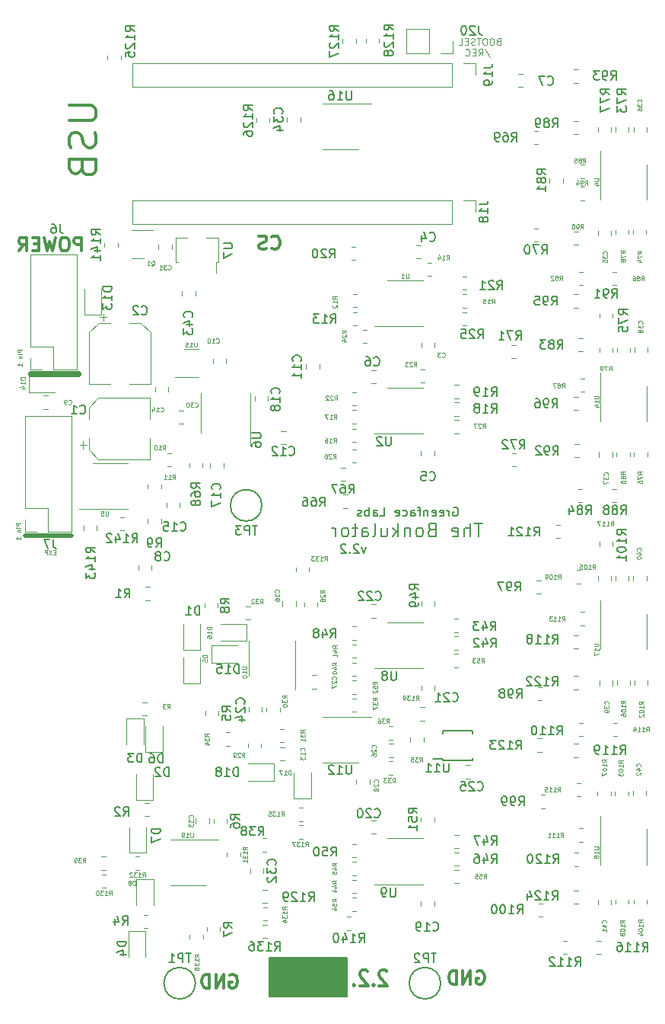
<source format=gbr>
%TF.GenerationSoftware,KiCad,Pcbnew,(6.0.1)*%
%TF.CreationDate,2022-08-04T18:13:32-07:00*%
%TF.ProjectId,main_board,6d61696e-5f62-46f6-9172-642e6b696361,2.1*%
%TF.SameCoordinates,Original*%
%TF.FileFunction,Legend,Bot*%
%TF.FilePolarity,Positive*%
%FSLAX46Y46*%
G04 Gerber Fmt 4.6, Leading zero omitted, Abs format (unit mm)*
G04 Created by KiCad (PCBNEW (6.0.1)) date 2022-08-04 18:13:32*
%MOMM*%
%LPD*%
G01*
G04 APERTURE LIST*
%ADD10C,0.300000*%
%ADD11C,0.500000*%
%ADD12C,0.700000*%
%ADD13C,0.150000*%
%ADD14C,0.100000*%
%ADD15C,0.187500*%
%ADD16C,0.093750*%
%ADD17C,0.120000*%
G04 APERTURE END LIST*
D10*
X78650000Y-75310714D02*
X78721428Y-75382142D01*
X78935714Y-75453571D01*
X79078571Y-75453571D01*
X79292857Y-75382142D01*
X79435714Y-75239285D01*
X79507142Y-75096428D01*
X79578571Y-74810714D01*
X79578571Y-74596428D01*
X79507142Y-74310714D01*
X79435714Y-74167857D01*
X79292857Y-74025000D01*
X79078571Y-73953571D01*
X78935714Y-73953571D01*
X78721428Y-74025000D01*
X78650000Y-74096428D01*
X78078571Y-75382142D02*
X77864285Y-75453571D01*
X77507142Y-75453571D01*
X77364285Y-75382142D01*
X77292857Y-75310714D01*
X77221428Y-75167857D01*
X77221428Y-75025000D01*
X77292857Y-74882142D01*
X77364285Y-74810714D01*
X77507142Y-74739285D01*
X77792857Y-74667857D01*
X77935714Y-74596428D01*
X78007142Y-74525000D01*
X78078571Y-74382142D01*
X78078571Y-74239285D01*
X78007142Y-74096428D01*
X77935714Y-74025000D01*
X77792857Y-73953571D01*
X77435714Y-73953571D01*
X77221428Y-74025000D01*
D11*
X51200000Y-107300000D02*
X56400000Y-107300000D01*
D12*
X51925000Y-89325000D02*
X57125000Y-89325000D01*
D13*
X87025000Y-154200000D02*
X78425000Y-154200000D01*
X78425000Y-154200000D02*
X78425000Y-158500000D01*
X78425000Y-158500000D02*
X87025000Y-158500000D01*
X87025000Y-158500000D02*
X87025000Y-154200000D01*
G36*
X87025000Y-154200000D02*
G01*
X78425000Y-154200000D01*
X78425000Y-158500000D01*
X87025000Y-158500000D01*
X87025000Y-154200000D01*
G37*
D14*
X50726190Y-105895238D02*
X50226190Y-105895238D01*
X50226190Y-106085714D01*
X50250000Y-106133333D01*
X50273809Y-106157142D01*
X50321428Y-106180952D01*
X50392857Y-106180952D01*
X50440476Y-106157142D01*
X50464285Y-106133333D01*
X50488095Y-106085714D01*
X50488095Y-105895238D01*
X50726190Y-106395238D02*
X50392857Y-106395238D01*
X50226190Y-106395238D02*
X50250000Y-106371428D01*
X50273809Y-106395238D01*
X50250000Y-106419047D01*
X50226190Y-106395238D01*
X50273809Y-106395238D01*
X50392857Y-106633333D02*
X50726190Y-106633333D01*
X50440476Y-106633333D02*
X50416666Y-106657142D01*
X50392857Y-106704761D01*
X50392857Y-106776190D01*
X50416666Y-106823809D01*
X50464285Y-106847619D01*
X50726190Y-106847619D01*
X50726190Y-107728571D02*
X50726190Y-107442857D01*
X50726190Y-107585714D02*
X50226190Y-107585714D01*
X50297619Y-107538095D01*
X50345238Y-107490476D01*
X50369047Y-107442857D01*
D10*
X91457142Y-155660714D02*
X91385714Y-155575000D01*
X91242857Y-155489285D01*
X90885714Y-155489285D01*
X90742857Y-155575000D01*
X90671428Y-155660714D01*
X90600000Y-155832142D01*
X90600000Y-156003571D01*
X90671428Y-156260714D01*
X91528571Y-157289285D01*
X90600000Y-157289285D01*
X89957142Y-157117857D02*
X89885714Y-157203571D01*
X89957142Y-157289285D01*
X90028571Y-157203571D01*
X89957142Y-157117857D01*
X89957142Y-157289285D01*
X89314285Y-155660714D02*
X89242857Y-155575000D01*
X89100000Y-155489285D01*
X88742857Y-155489285D01*
X88600000Y-155575000D01*
X88528571Y-155660714D01*
X88457142Y-155832142D01*
X88457142Y-156003571D01*
X88528571Y-156260714D01*
X89385714Y-157289285D01*
X88457142Y-157289285D01*
X87814285Y-157117857D02*
X87742857Y-157203571D01*
X87814285Y-157289285D01*
X87885714Y-157203571D01*
X87814285Y-157117857D01*
X87814285Y-157289285D01*
D14*
X50876190Y-86595238D02*
X50376190Y-86595238D01*
X50376190Y-86785714D01*
X50400000Y-86833333D01*
X50423809Y-86857142D01*
X50471428Y-86880952D01*
X50542857Y-86880952D01*
X50590476Y-86857142D01*
X50614285Y-86833333D01*
X50638095Y-86785714D01*
X50638095Y-86595238D01*
X50876190Y-87095238D02*
X50542857Y-87095238D01*
X50376190Y-87095238D02*
X50400000Y-87071428D01*
X50423809Y-87095238D01*
X50400000Y-87119047D01*
X50376190Y-87095238D01*
X50423809Y-87095238D01*
X50542857Y-87333333D02*
X50876190Y-87333333D01*
X50590476Y-87333333D02*
X50566666Y-87357142D01*
X50542857Y-87404761D01*
X50542857Y-87476190D01*
X50566666Y-87523809D01*
X50614285Y-87547619D01*
X50876190Y-87547619D01*
X50876190Y-88428571D02*
X50876190Y-88142857D01*
X50876190Y-88285714D02*
X50376190Y-88285714D01*
X50447619Y-88238095D01*
X50495238Y-88190476D01*
X50519047Y-88142857D01*
D10*
X101492857Y-155700000D02*
X101635714Y-155628571D01*
X101850000Y-155628571D01*
X102064285Y-155700000D01*
X102207142Y-155842857D01*
X102278571Y-155985714D01*
X102350000Y-156271428D01*
X102350000Y-156485714D01*
X102278571Y-156771428D01*
X102207142Y-156914285D01*
X102064285Y-157057142D01*
X101850000Y-157128571D01*
X101707142Y-157128571D01*
X101492857Y-157057142D01*
X101421428Y-156985714D01*
X101421428Y-156485714D01*
X101707142Y-156485714D01*
X100778571Y-157128571D02*
X100778571Y-155628571D01*
X99921428Y-157128571D01*
X99921428Y-155628571D01*
X99207142Y-157128571D02*
X99207142Y-155628571D01*
X98850000Y-155628571D01*
X98635714Y-155700000D01*
X98492857Y-155842857D01*
X98421428Y-155985714D01*
X98350000Y-156271428D01*
X98350000Y-156485714D01*
X98421428Y-156771428D01*
X98492857Y-156914285D01*
X98635714Y-157057142D01*
X98850000Y-157128571D01*
X99207142Y-157128571D01*
D14*
X54595238Y-109114285D02*
X54428571Y-109114285D01*
X54357142Y-109376190D02*
X54595238Y-109376190D01*
X54595238Y-108876190D01*
X54357142Y-108876190D01*
X54190476Y-108876190D02*
X53857142Y-109376190D01*
X53857142Y-108876190D02*
X54190476Y-109376190D01*
X53666666Y-109376190D02*
X53666666Y-108876190D01*
X53476190Y-108876190D01*
X53428571Y-108900000D01*
X53404761Y-108923809D01*
X53380952Y-108971428D01*
X53380952Y-109042857D01*
X53404761Y-109090476D01*
X53428571Y-109114285D01*
X53476190Y-109138095D01*
X53666666Y-109138095D01*
D13*
X98847619Y-104150000D02*
X98942857Y-104102380D01*
X99085714Y-104102380D01*
X99228571Y-104150000D01*
X99323809Y-104245238D01*
X99371428Y-104340476D01*
X99419047Y-104530952D01*
X99419047Y-104673809D01*
X99371428Y-104864285D01*
X99323809Y-104959523D01*
X99228571Y-105054761D01*
X99085714Y-105102380D01*
X98990476Y-105102380D01*
X98847619Y-105054761D01*
X98800000Y-105007142D01*
X98800000Y-104673809D01*
X98990476Y-104673809D01*
X98371428Y-105102380D02*
X98371428Y-104435714D01*
X98371428Y-104626190D02*
X98323809Y-104530952D01*
X98276190Y-104483333D01*
X98180952Y-104435714D01*
X98085714Y-104435714D01*
X97371428Y-105054761D02*
X97466666Y-105102380D01*
X97657142Y-105102380D01*
X97752380Y-105054761D01*
X97800000Y-104959523D01*
X97800000Y-104578571D01*
X97752380Y-104483333D01*
X97657142Y-104435714D01*
X97466666Y-104435714D01*
X97371428Y-104483333D01*
X97323809Y-104578571D01*
X97323809Y-104673809D01*
X97800000Y-104769047D01*
X96514285Y-105054761D02*
X96609523Y-105102380D01*
X96800000Y-105102380D01*
X96895238Y-105054761D01*
X96942857Y-104959523D01*
X96942857Y-104578571D01*
X96895238Y-104483333D01*
X96800000Y-104435714D01*
X96609523Y-104435714D01*
X96514285Y-104483333D01*
X96466666Y-104578571D01*
X96466666Y-104673809D01*
X96942857Y-104769047D01*
X96038095Y-104435714D02*
X96038095Y-105102380D01*
X96038095Y-104530952D02*
X95990476Y-104483333D01*
X95895238Y-104435714D01*
X95752380Y-104435714D01*
X95657142Y-104483333D01*
X95609523Y-104578571D01*
X95609523Y-105102380D01*
X95276190Y-104435714D02*
X94895238Y-104435714D01*
X95133333Y-105102380D02*
X95133333Y-104245238D01*
X95085714Y-104150000D01*
X94990476Y-104102380D01*
X94895238Y-104102380D01*
X94133333Y-105102380D02*
X94133333Y-104578571D01*
X94180952Y-104483333D01*
X94276190Y-104435714D01*
X94466666Y-104435714D01*
X94561904Y-104483333D01*
X94133333Y-105054761D02*
X94228571Y-105102380D01*
X94466666Y-105102380D01*
X94561904Y-105054761D01*
X94609523Y-104959523D01*
X94609523Y-104864285D01*
X94561904Y-104769047D01*
X94466666Y-104721428D01*
X94228571Y-104721428D01*
X94133333Y-104673809D01*
X93228571Y-105054761D02*
X93323809Y-105102380D01*
X93514285Y-105102380D01*
X93609523Y-105054761D01*
X93657142Y-105007142D01*
X93704761Y-104911904D01*
X93704761Y-104626190D01*
X93657142Y-104530952D01*
X93609523Y-104483333D01*
X93514285Y-104435714D01*
X93323809Y-104435714D01*
X93228571Y-104483333D01*
X92419047Y-105054761D02*
X92514285Y-105102380D01*
X92704761Y-105102380D01*
X92800000Y-105054761D01*
X92847619Y-104959523D01*
X92847619Y-104578571D01*
X92800000Y-104483333D01*
X92704761Y-104435714D01*
X92514285Y-104435714D01*
X92419047Y-104483333D01*
X92371428Y-104578571D01*
X92371428Y-104673809D01*
X92847619Y-104769047D01*
X90704761Y-105102380D02*
X91180952Y-105102380D01*
X91180952Y-104102380D01*
X89942857Y-105102380D02*
X89942857Y-104578571D01*
X89990476Y-104483333D01*
X90085714Y-104435714D01*
X90276190Y-104435714D01*
X90371428Y-104483333D01*
X89942857Y-105054761D02*
X90038095Y-105102380D01*
X90276190Y-105102380D01*
X90371428Y-105054761D01*
X90419047Y-104959523D01*
X90419047Y-104864285D01*
X90371428Y-104769047D01*
X90276190Y-104721428D01*
X90038095Y-104721428D01*
X89942857Y-104673809D01*
X89466666Y-105102380D02*
X89466666Y-104102380D01*
X89466666Y-104483333D02*
X89371428Y-104435714D01*
X89180952Y-104435714D01*
X89085714Y-104483333D01*
X89038095Y-104530952D01*
X88990476Y-104626190D01*
X88990476Y-104911904D01*
X89038095Y-105007142D01*
X89085714Y-105054761D01*
X89180952Y-105102380D01*
X89371428Y-105102380D01*
X89466666Y-105054761D01*
X88609523Y-105054761D02*
X88514285Y-105102380D01*
X88323809Y-105102380D01*
X88228571Y-105054761D01*
X88180952Y-104959523D01*
X88180952Y-104911904D01*
X88228571Y-104816666D01*
X88323809Y-104769047D01*
X88466666Y-104769047D01*
X88561904Y-104721428D01*
X88609523Y-104626190D01*
X88609523Y-104578571D01*
X88561904Y-104483333D01*
X88466666Y-104435714D01*
X88323809Y-104435714D01*
X88228571Y-104483333D01*
D10*
X73992857Y-156100000D02*
X74135714Y-156028571D01*
X74350000Y-156028571D01*
X74564285Y-156100000D01*
X74707142Y-156242857D01*
X74778571Y-156385714D01*
X74850000Y-156671428D01*
X74850000Y-156885714D01*
X74778571Y-157171428D01*
X74707142Y-157314285D01*
X74564285Y-157457142D01*
X74350000Y-157528571D01*
X74207142Y-157528571D01*
X73992857Y-157457142D01*
X73921428Y-157385714D01*
X73921428Y-156885714D01*
X74207142Y-156885714D01*
X73278571Y-157528571D02*
X73278571Y-156028571D01*
X72421428Y-157528571D01*
X72421428Y-156028571D01*
X71707142Y-157528571D02*
X71707142Y-156028571D01*
X71350000Y-156028571D01*
X71135714Y-156100000D01*
X70992857Y-156242857D01*
X70921428Y-156385714D01*
X70850000Y-156671428D01*
X70850000Y-156885714D01*
X70921428Y-157171428D01*
X70992857Y-157314285D01*
X71135714Y-157457142D01*
X71350000Y-157528571D01*
X71707142Y-157528571D01*
D15*
X102057142Y-105878571D02*
X101200000Y-105878571D01*
X101628571Y-107378571D02*
X101628571Y-105878571D01*
X100700000Y-107378571D02*
X100700000Y-105878571D01*
X100057142Y-107378571D02*
X100057142Y-106592857D01*
X100128571Y-106450000D01*
X100271428Y-106378571D01*
X100485714Y-106378571D01*
X100628571Y-106450000D01*
X100700000Y-106521428D01*
X98771428Y-107307142D02*
X98914285Y-107378571D01*
X99200000Y-107378571D01*
X99342857Y-107307142D01*
X99414285Y-107164285D01*
X99414285Y-106592857D01*
X99342857Y-106450000D01*
X99200000Y-106378571D01*
X98914285Y-106378571D01*
X98771428Y-106450000D01*
X98700000Y-106592857D01*
X98700000Y-106735714D01*
X99414285Y-106878571D01*
X96414285Y-106592857D02*
X96200000Y-106664285D01*
X96128571Y-106735714D01*
X96057142Y-106878571D01*
X96057142Y-107092857D01*
X96128571Y-107235714D01*
X96200000Y-107307142D01*
X96342857Y-107378571D01*
X96914285Y-107378571D01*
X96914285Y-105878571D01*
X96414285Y-105878571D01*
X96271428Y-105950000D01*
X96200000Y-106021428D01*
X96128571Y-106164285D01*
X96128571Y-106307142D01*
X96200000Y-106450000D01*
X96271428Y-106521428D01*
X96414285Y-106592857D01*
X96914285Y-106592857D01*
X95200000Y-107378571D02*
X95342857Y-107307142D01*
X95414285Y-107235714D01*
X95485714Y-107092857D01*
X95485714Y-106664285D01*
X95414285Y-106521428D01*
X95342857Y-106450000D01*
X95200000Y-106378571D01*
X94985714Y-106378571D01*
X94842857Y-106450000D01*
X94771428Y-106521428D01*
X94700000Y-106664285D01*
X94700000Y-107092857D01*
X94771428Y-107235714D01*
X94842857Y-107307142D01*
X94985714Y-107378571D01*
X95200000Y-107378571D01*
X94057142Y-106378571D02*
X94057142Y-107378571D01*
X94057142Y-106521428D02*
X93985714Y-106450000D01*
X93842857Y-106378571D01*
X93628571Y-106378571D01*
X93485714Y-106450000D01*
X93414285Y-106592857D01*
X93414285Y-107378571D01*
X92700000Y-107378571D02*
X92700000Y-105878571D01*
X92557142Y-106807142D02*
X92128571Y-107378571D01*
X92128571Y-106378571D02*
X92700000Y-106950000D01*
X90842857Y-106378571D02*
X90842857Y-107378571D01*
X91485714Y-106378571D02*
X91485714Y-107164285D01*
X91414285Y-107307142D01*
X91271428Y-107378571D01*
X91057142Y-107378571D01*
X90914285Y-107307142D01*
X90842857Y-107235714D01*
X89914285Y-107378571D02*
X90057142Y-107307142D01*
X90128571Y-107164285D01*
X90128571Y-105878571D01*
X88700000Y-107378571D02*
X88700000Y-106592857D01*
X88771428Y-106450000D01*
X88914285Y-106378571D01*
X89200000Y-106378571D01*
X89342857Y-106450000D01*
X88700000Y-107307142D02*
X88842857Y-107378571D01*
X89200000Y-107378571D01*
X89342857Y-107307142D01*
X89414285Y-107164285D01*
X89414285Y-107021428D01*
X89342857Y-106878571D01*
X89200000Y-106807142D01*
X88842857Y-106807142D01*
X88700000Y-106735714D01*
X88200000Y-106378571D02*
X87628571Y-106378571D01*
X87985714Y-105878571D02*
X87985714Y-107164285D01*
X87914285Y-107307142D01*
X87771428Y-107378571D01*
X87628571Y-107378571D01*
X86914285Y-107378571D02*
X87057142Y-107307142D01*
X87128571Y-107235714D01*
X87200000Y-107092857D01*
X87200000Y-106664285D01*
X87128571Y-106521428D01*
X87057142Y-106450000D01*
X86914285Y-106378571D01*
X86700000Y-106378571D01*
X86557142Y-106450000D01*
X86485714Y-106521428D01*
X86414285Y-106664285D01*
X86414285Y-107092857D01*
X86485714Y-107235714D01*
X86557142Y-107307142D01*
X86700000Y-107378571D01*
X86914285Y-107378571D01*
X85771428Y-107378571D02*
X85771428Y-106378571D01*
X85771428Y-106664285D02*
X85700000Y-106521428D01*
X85628571Y-106450000D01*
X85485714Y-106378571D01*
X85342857Y-106378571D01*
D13*
X89128571Y-108535714D02*
X88890476Y-109202380D01*
X88652380Y-108535714D01*
X88319047Y-108297619D02*
X88271428Y-108250000D01*
X88176190Y-108202380D01*
X87938095Y-108202380D01*
X87842857Y-108250000D01*
X87795238Y-108297619D01*
X87747619Y-108392857D01*
X87747619Y-108488095D01*
X87795238Y-108630952D01*
X88366666Y-109202380D01*
X87747619Y-109202380D01*
X87319047Y-109107142D02*
X87271428Y-109154761D01*
X87319047Y-109202380D01*
X87366666Y-109154761D01*
X87319047Y-109107142D01*
X87319047Y-109202380D01*
X86890476Y-108297619D02*
X86842857Y-108250000D01*
X86747619Y-108202380D01*
X86509523Y-108202380D01*
X86414285Y-108250000D01*
X86366666Y-108297619D01*
X86319047Y-108392857D01*
X86319047Y-108488095D01*
X86366666Y-108630952D01*
X86938095Y-109202380D01*
X86319047Y-109202380D01*
D10*
X57514285Y-75628571D02*
X57514285Y-74128571D01*
X56942857Y-74128571D01*
X56800000Y-74200000D01*
X56728571Y-74271428D01*
X56657142Y-74414285D01*
X56657142Y-74628571D01*
X56728571Y-74771428D01*
X56800000Y-74842857D01*
X56942857Y-74914285D01*
X57514285Y-74914285D01*
X55728571Y-74128571D02*
X55442857Y-74128571D01*
X55300000Y-74200000D01*
X55157142Y-74342857D01*
X55085714Y-74628571D01*
X55085714Y-75128571D01*
X55157142Y-75414285D01*
X55300000Y-75557142D01*
X55442857Y-75628571D01*
X55728571Y-75628571D01*
X55871428Y-75557142D01*
X56014285Y-75414285D01*
X56085714Y-75128571D01*
X56085714Y-74628571D01*
X56014285Y-74342857D01*
X55871428Y-74200000D01*
X55728571Y-74128571D01*
X54585714Y-74128571D02*
X54228571Y-75628571D01*
X53942857Y-74557142D01*
X53657142Y-75628571D01*
X53300000Y-74128571D01*
X52728571Y-74842857D02*
X52228571Y-74842857D01*
X52014285Y-75628571D02*
X52728571Y-75628571D01*
X52728571Y-74128571D01*
X52014285Y-74128571D01*
X50514285Y-75628571D02*
X51014285Y-74914285D01*
X51371428Y-75628571D02*
X51371428Y-74128571D01*
X50800000Y-74128571D01*
X50657142Y-74200000D01*
X50585714Y-74271428D01*
X50514285Y-74414285D01*
X50514285Y-74628571D01*
X50585714Y-74771428D01*
X50657142Y-74842857D01*
X50800000Y-74914285D01*
X51371428Y-74914285D01*
X56107142Y-59439285D02*
X58535714Y-59439285D01*
X58821428Y-59582142D01*
X58964285Y-59725000D01*
X59107142Y-60010714D01*
X59107142Y-60582142D01*
X58964285Y-60867857D01*
X58821428Y-61010714D01*
X58535714Y-61153571D01*
X56107142Y-61153571D01*
X58964285Y-62439285D02*
X59107142Y-62867857D01*
X59107142Y-63582142D01*
X58964285Y-63867857D01*
X58821428Y-64010714D01*
X58535714Y-64153571D01*
X58250000Y-64153571D01*
X57964285Y-64010714D01*
X57821428Y-63867857D01*
X57678571Y-63582142D01*
X57535714Y-63010714D01*
X57392857Y-62725000D01*
X57250000Y-62582142D01*
X56964285Y-62439285D01*
X56678571Y-62439285D01*
X56392857Y-62582142D01*
X56250000Y-62725000D01*
X56107142Y-63010714D01*
X56107142Y-63725000D01*
X56250000Y-64153571D01*
X57535714Y-66439285D02*
X57678571Y-66867857D01*
X57821428Y-67010714D01*
X58107142Y-67153571D01*
X58535714Y-67153571D01*
X58821428Y-67010714D01*
X58964285Y-66867857D01*
X59107142Y-66582142D01*
X59107142Y-65439285D01*
X56107142Y-65439285D01*
X56107142Y-66439285D01*
X56250000Y-66725000D01*
X56392857Y-66867857D01*
X56678571Y-67010714D01*
X56964285Y-67010714D01*
X57250000Y-66867857D01*
X57392857Y-66725000D01*
X57535714Y-66439285D01*
X57535714Y-65439285D01*
D16*
X103867857Y-52342678D02*
X103760714Y-52378392D01*
X103725000Y-52414107D01*
X103689285Y-52485535D01*
X103689285Y-52592678D01*
X103725000Y-52664107D01*
X103760714Y-52699821D01*
X103832142Y-52735535D01*
X104117857Y-52735535D01*
X104117857Y-51985535D01*
X103867857Y-51985535D01*
X103796428Y-52021250D01*
X103760714Y-52056964D01*
X103725000Y-52128392D01*
X103725000Y-52199821D01*
X103760714Y-52271250D01*
X103796428Y-52306964D01*
X103867857Y-52342678D01*
X104117857Y-52342678D01*
X103225000Y-51985535D02*
X103082142Y-51985535D01*
X103010714Y-52021250D01*
X102939285Y-52092678D01*
X102903571Y-52235535D01*
X102903571Y-52485535D01*
X102939285Y-52628392D01*
X103010714Y-52699821D01*
X103082142Y-52735535D01*
X103225000Y-52735535D01*
X103296428Y-52699821D01*
X103367857Y-52628392D01*
X103403571Y-52485535D01*
X103403571Y-52235535D01*
X103367857Y-52092678D01*
X103296428Y-52021250D01*
X103225000Y-51985535D01*
X102439285Y-51985535D02*
X102296428Y-51985535D01*
X102225000Y-52021250D01*
X102153571Y-52092678D01*
X102117857Y-52235535D01*
X102117857Y-52485535D01*
X102153571Y-52628392D01*
X102225000Y-52699821D01*
X102296428Y-52735535D01*
X102439285Y-52735535D01*
X102510714Y-52699821D01*
X102582142Y-52628392D01*
X102617857Y-52485535D01*
X102617857Y-52235535D01*
X102582142Y-52092678D01*
X102510714Y-52021250D01*
X102439285Y-51985535D01*
X101903571Y-51985535D02*
X101475000Y-51985535D01*
X101689285Y-52735535D02*
X101689285Y-51985535D01*
X101260714Y-52699821D02*
X101153571Y-52735535D01*
X100975000Y-52735535D01*
X100903571Y-52699821D01*
X100867857Y-52664107D01*
X100832142Y-52592678D01*
X100832142Y-52521250D01*
X100867857Y-52449821D01*
X100903571Y-52414107D01*
X100975000Y-52378392D01*
X101117857Y-52342678D01*
X101189285Y-52306964D01*
X101225000Y-52271250D01*
X101260714Y-52199821D01*
X101260714Y-52128392D01*
X101225000Y-52056964D01*
X101189285Y-52021250D01*
X101117857Y-51985535D01*
X100939285Y-51985535D01*
X100832142Y-52021250D01*
X100510714Y-52342678D02*
X100260714Y-52342678D01*
X100153571Y-52735535D02*
X100510714Y-52735535D01*
X100510714Y-51985535D01*
X100153571Y-51985535D01*
X99475000Y-52735535D02*
X99832142Y-52735535D01*
X99832142Y-51985535D01*
X102332142Y-53157321D02*
X102975000Y-54121607D01*
X101653571Y-53943035D02*
X101903571Y-53585892D01*
X102082142Y-53943035D02*
X102082142Y-53193035D01*
X101796428Y-53193035D01*
X101725000Y-53228750D01*
X101689285Y-53264464D01*
X101653571Y-53335892D01*
X101653571Y-53443035D01*
X101689285Y-53514464D01*
X101725000Y-53550178D01*
X101796428Y-53585892D01*
X102082142Y-53585892D01*
X101332142Y-53550178D02*
X101082142Y-53550178D01*
X100975000Y-53943035D02*
X101332142Y-53943035D01*
X101332142Y-53193035D01*
X100975000Y-53193035D01*
X100225000Y-53871607D02*
X100260714Y-53907321D01*
X100367857Y-53943035D01*
X100439285Y-53943035D01*
X100546428Y-53907321D01*
X100617857Y-53835892D01*
X100653571Y-53764464D01*
X100689285Y-53621607D01*
X100689285Y-53514464D01*
X100653571Y-53371607D01*
X100617857Y-53300178D01*
X100546428Y-53228750D01*
X100439285Y-53193035D01*
X100367857Y-53193035D01*
X100260714Y-53228750D01*
X100225000Y-53264464D01*
D13*
X77061904Y-106177380D02*
X76490476Y-106177380D01*
X76776190Y-107177380D02*
X76776190Y-106177380D01*
X76157142Y-107177380D02*
X76157142Y-106177380D01*
X75776190Y-106177380D01*
X75680952Y-106225000D01*
X75633333Y-106272619D01*
X75585714Y-106367857D01*
X75585714Y-106510714D01*
X75633333Y-106605952D01*
X75680952Y-106653571D01*
X75776190Y-106701190D01*
X76157142Y-106701190D01*
X75252380Y-106177380D02*
X74633333Y-106177380D01*
X74966666Y-106558333D01*
X74823809Y-106558333D01*
X74728571Y-106605952D01*
X74680952Y-106653571D01*
X74633333Y-106748809D01*
X74633333Y-106986904D01*
X74680952Y-107082142D01*
X74728571Y-107129761D01*
X74823809Y-107177380D01*
X75109523Y-107177380D01*
X75204761Y-107129761D01*
X75252380Y-107082142D01*
X105817857Y-85502380D02*
X106151190Y-85026190D01*
X106389285Y-85502380D02*
X106389285Y-84502380D01*
X106008333Y-84502380D01*
X105913095Y-84550000D01*
X105865476Y-84597619D01*
X105817857Y-84692857D01*
X105817857Y-84835714D01*
X105865476Y-84930952D01*
X105913095Y-84978571D01*
X106008333Y-85026190D01*
X106389285Y-85026190D01*
X105484523Y-84502380D02*
X104817857Y-84502380D01*
X105246428Y-85502380D01*
X103913095Y-85502380D02*
X104484523Y-85502380D01*
X104198809Y-85502380D02*
X104198809Y-84502380D01*
X104294047Y-84645238D01*
X104389285Y-84740476D01*
X104484523Y-84788095D01*
X109152380Y-67107142D02*
X108676190Y-66773809D01*
X109152380Y-66535714D02*
X108152380Y-66535714D01*
X108152380Y-66916666D01*
X108200000Y-67011904D01*
X108247619Y-67059523D01*
X108342857Y-67107142D01*
X108485714Y-67107142D01*
X108580952Y-67059523D01*
X108628571Y-67011904D01*
X108676190Y-66916666D01*
X108676190Y-66535714D01*
X108580952Y-67678571D02*
X108533333Y-67583333D01*
X108485714Y-67535714D01*
X108390476Y-67488095D01*
X108342857Y-67488095D01*
X108247619Y-67535714D01*
X108200000Y-67583333D01*
X108152380Y-67678571D01*
X108152380Y-67869047D01*
X108200000Y-67964285D01*
X108247619Y-68011904D01*
X108342857Y-68059523D01*
X108390476Y-68059523D01*
X108485714Y-68011904D01*
X108533333Y-67964285D01*
X108580952Y-67869047D01*
X108580952Y-67678571D01*
X108628571Y-67583333D01*
X108676190Y-67535714D01*
X108771428Y-67488095D01*
X108961904Y-67488095D01*
X109057142Y-67535714D01*
X109104761Y-67583333D01*
X109152380Y-67678571D01*
X109152380Y-67869047D01*
X109104761Y-67964285D01*
X109057142Y-68011904D01*
X108961904Y-68059523D01*
X108771428Y-68059523D01*
X108676190Y-68011904D01*
X108628571Y-67964285D01*
X108580952Y-67869047D01*
X109152380Y-69011904D02*
X109152380Y-68440476D01*
X109152380Y-68726190D02*
X108152380Y-68726190D01*
X108295238Y-68630952D01*
X108390476Y-68535714D01*
X108438095Y-68440476D01*
X103092857Y-91752380D02*
X103426190Y-91276190D01*
X103664285Y-91752380D02*
X103664285Y-90752380D01*
X103283333Y-90752380D01*
X103188095Y-90800000D01*
X103140476Y-90847619D01*
X103092857Y-90942857D01*
X103092857Y-91085714D01*
X103140476Y-91180952D01*
X103188095Y-91228571D01*
X103283333Y-91276190D01*
X103664285Y-91276190D01*
X102140476Y-91752380D02*
X102711904Y-91752380D01*
X102426190Y-91752380D02*
X102426190Y-90752380D01*
X102521428Y-90895238D01*
X102616666Y-90990476D01*
X102711904Y-91038095D01*
X101664285Y-91752380D02*
X101473809Y-91752380D01*
X101378571Y-91704761D01*
X101330952Y-91657142D01*
X101235714Y-91514285D01*
X101188095Y-91323809D01*
X101188095Y-90942857D01*
X101235714Y-90847619D01*
X101283333Y-90800000D01*
X101378571Y-90752380D01*
X101569047Y-90752380D01*
X101664285Y-90800000D01*
X101711904Y-90847619D01*
X101759523Y-90942857D01*
X101759523Y-91180952D01*
X101711904Y-91276190D01*
X101664285Y-91323809D01*
X101569047Y-91371428D01*
X101378571Y-91371428D01*
X101283333Y-91323809D01*
X101235714Y-91276190D01*
X101188095Y-91180952D01*
X109969047Y-143652380D02*
X110302380Y-143176190D01*
X110540476Y-143652380D02*
X110540476Y-142652380D01*
X110159523Y-142652380D01*
X110064285Y-142700000D01*
X110016666Y-142747619D01*
X109969047Y-142842857D01*
X109969047Y-142985714D01*
X110016666Y-143080952D01*
X110064285Y-143128571D01*
X110159523Y-143176190D01*
X110540476Y-143176190D01*
X109016666Y-143652380D02*
X109588095Y-143652380D01*
X109302380Y-143652380D02*
X109302380Y-142652380D01*
X109397619Y-142795238D01*
X109492857Y-142890476D01*
X109588095Y-142938095D01*
X108635714Y-142747619D02*
X108588095Y-142700000D01*
X108492857Y-142652380D01*
X108254761Y-142652380D01*
X108159523Y-142700000D01*
X108111904Y-142747619D01*
X108064285Y-142842857D01*
X108064285Y-142938095D01*
X108111904Y-143080952D01*
X108683333Y-143652380D01*
X108064285Y-143652380D01*
X107445238Y-142652380D02*
X107350000Y-142652380D01*
X107254761Y-142700000D01*
X107207142Y-142747619D01*
X107159523Y-142842857D01*
X107111904Y-143033333D01*
X107111904Y-143271428D01*
X107159523Y-143461904D01*
X107207142Y-143557142D01*
X107254761Y-143604761D01*
X107350000Y-143652380D01*
X107445238Y-143652380D01*
X107540476Y-143604761D01*
X107588095Y-143557142D01*
X107635714Y-143461904D01*
X107683333Y-143271428D01*
X107683333Y-143033333D01*
X107635714Y-142842857D01*
X107588095Y-142747619D01*
X107540476Y-142700000D01*
X107445238Y-142652380D01*
D14*
X85876190Y-121678571D02*
X85638095Y-121511904D01*
X85876190Y-121392857D02*
X85376190Y-121392857D01*
X85376190Y-121583333D01*
X85400000Y-121630952D01*
X85423809Y-121654761D01*
X85471428Y-121678571D01*
X85542857Y-121678571D01*
X85590476Y-121654761D01*
X85614285Y-121630952D01*
X85638095Y-121583333D01*
X85638095Y-121392857D01*
X85542857Y-122107142D02*
X85876190Y-122107142D01*
X85352380Y-121988095D02*
X85709523Y-121869047D01*
X85709523Y-122178571D01*
X85376190Y-122464285D02*
X85376190Y-122511904D01*
X85400000Y-122559523D01*
X85423809Y-122583333D01*
X85471428Y-122607142D01*
X85566666Y-122630952D01*
X85685714Y-122630952D01*
X85780952Y-122607142D01*
X85828571Y-122583333D01*
X85852380Y-122559523D01*
X85876190Y-122511904D01*
X85876190Y-122464285D01*
X85852380Y-122416666D01*
X85828571Y-122392857D01*
X85780952Y-122369047D01*
X85685714Y-122345238D01*
X85566666Y-122345238D01*
X85471428Y-122369047D01*
X85423809Y-122392857D01*
X85400000Y-122416666D01*
X85376190Y-122464285D01*
D13*
X81857142Y-87857142D02*
X81904761Y-87809523D01*
X81952380Y-87666666D01*
X81952380Y-87571428D01*
X81904761Y-87428571D01*
X81809523Y-87333333D01*
X81714285Y-87285714D01*
X81523809Y-87238095D01*
X81380952Y-87238095D01*
X81190476Y-87285714D01*
X81095238Y-87333333D01*
X81000000Y-87428571D01*
X80952380Y-87571428D01*
X80952380Y-87666666D01*
X81000000Y-87809523D01*
X81047619Y-87857142D01*
X81952380Y-88809523D02*
X81952380Y-88238095D01*
X81952380Y-88523809D02*
X80952380Y-88523809D01*
X81095238Y-88428571D01*
X81190476Y-88333333D01*
X81238095Y-88238095D01*
X81952380Y-89761904D02*
X81952380Y-89190476D01*
X81952380Y-89476190D02*
X80952380Y-89476190D01*
X81095238Y-89380952D01*
X81190476Y-89285714D01*
X81238095Y-89190476D01*
D14*
X79428571Y-113578571D02*
X79452380Y-113554761D01*
X79476190Y-113483333D01*
X79476190Y-113435714D01*
X79452380Y-113364285D01*
X79404761Y-113316666D01*
X79357142Y-113292857D01*
X79261904Y-113269047D01*
X79190476Y-113269047D01*
X79095238Y-113292857D01*
X79047619Y-113316666D01*
X79000000Y-113364285D01*
X78976190Y-113435714D01*
X78976190Y-113483333D01*
X79000000Y-113554761D01*
X79023809Y-113578571D01*
X79476190Y-114054761D02*
X79476190Y-113769047D01*
X79476190Y-113911904D02*
X78976190Y-113911904D01*
X79047619Y-113864285D01*
X79095238Y-113816666D01*
X79119047Y-113769047D01*
X78976190Y-114483333D02*
X78976190Y-114388095D01*
X79000000Y-114340476D01*
X79023809Y-114316666D01*
X79095238Y-114269047D01*
X79190476Y-114245238D01*
X79380952Y-114245238D01*
X79428571Y-114269047D01*
X79452380Y-114292857D01*
X79476190Y-114340476D01*
X79476190Y-114435714D01*
X79452380Y-114483333D01*
X79428571Y-114507142D01*
X79380952Y-114530952D01*
X79261904Y-114530952D01*
X79214285Y-114507142D01*
X79190476Y-114483333D01*
X79166666Y-114435714D01*
X79166666Y-114340476D01*
X79190476Y-114292857D01*
X79214285Y-114269047D01*
X79261904Y-114245238D01*
D13*
X85192857Y-83652380D02*
X85526190Y-83176190D01*
X85764285Y-83652380D02*
X85764285Y-82652380D01*
X85383333Y-82652380D01*
X85288095Y-82700000D01*
X85240476Y-82747619D01*
X85192857Y-82842857D01*
X85192857Y-82985714D01*
X85240476Y-83080952D01*
X85288095Y-83128571D01*
X85383333Y-83176190D01*
X85764285Y-83176190D01*
X84240476Y-83652380D02*
X84811904Y-83652380D01*
X84526190Y-83652380D02*
X84526190Y-82652380D01*
X84621428Y-82795238D01*
X84716666Y-82890476D01*
X84811904Y-82938095D01*
X83907142Y-82652380D02*
X83288095Y-82652380D01*
X83621428Y-83033333D01*
X83478571Y-83033333D01*
X83383333Y-83080952D01*
X83335714Y-83128571D01*
X83288095Y-83223809D01*
X83288095Y-83461904D01*
X83335714Y-83557142D01*
X83383333Y-83604761D01*
X83478571Y-83652380D01*
X83764285Y-83652380D01*
X83859523Y-83604761D01*
X83907142Y-83557142D01*
D14*
X66521428Y-97726190D02*
X66688095Y-97488095D01*
X66807142Y-97726190D02*
X66807142Y-97226190D01*
X66616666Y-97226190D01*
X66569047Y-97250000D01*
X66545238Y-97273809D01*
X66521428Y-97321428D01*
X66521428Y-97392857D01*
X66545238Y-97440476D01*
X66569047Y-97464285D01*
X66616666Y-97488095D01*
X66807142Y-97488095D01*
X66045238Y-97726190D02*
X66330952Y-97726190D01*
X66188095Y-97726190D02*
X66188095Y-97226190D01*
X66235714Y-97297619D01*
X66283333Y-97345238D01*
X66330952Y-97369047D01*
X65735714Y-97226190D02*
X65688095Y-97226190D01*
X65640476Y-97250000D01*
X65616666Y-97273809D01*
X65592857Y-97321428D01*
X65569047Y-97416666D01*
X65569047Y-97535714D01*
X65592857Y-97630952D01*
X65616666Y-97678571D01*
X65640476Y-97702380D01*
X65688095Y-97726190D01*
X65735714Y-97726190D01*
X65783333Y-97702380D01*
X65807142Y-97678571D01*
X65830952Y-97630952D01*
X65854761Y-97535714D01*
X65854761Y-97416666D01*
X65830952Y-97321428D01*
X65807142Y-97273809D01*
X65783333Y-97250000D01*
X65735714Y-97226190D01*
X110921428Y-90826190D02*
X111088095Y-90588095D01*
X111207142Y-90826190D02*
X111207142Y-90326190D01*
X111016666Y-90326190D01*
X110969047Y-90350000D01*
X110945238Y-90373809D01*
X110921428Y-90421428D01*
X110921428Y-90492857D01*
X110945238Y-90540476D01*
X110969047Y-90564285D01*
X111016666Y-90588095D01*
X111207142Y-90588095D01*
X110635714Y-90540476D02*
X110683333Y-90516666D01*
X110707142Y-90492857D01*
X110730952Y-90445238D01*
X110730952Y-90421428D01*
X110707142Y-90373809D01*
X110683333Y-90350000D01*
X110635714Y-90326190D01*
X110540476Y-90326190D01*
X110492857Y-90350000D01*
X110469047Y-90373809D01*
X110445238Y-90421428D01*
X110445238Y-90445238D01*
X110469047Y-90492857D01*
X110492857Y-90516666D01*
X110540476Y-90540476D01*
X110635714Y-90540476D01*
X110683333Y-90564285D01*
X110707142Y-90588095D01*
X110730952Y-90635714D01*
X110730952Y-90730952D01*
X110707142Y-90778571D01*
X110683333Y-90802380D01*
X110635714Y-90826190D01*
X110540476Y-90826190D01*
X110492857Y-90802380D01*
X110469047Y-90778571D01*
X110445238Y-90730952D01*
X110445238Y-90635714D01*
X110469047Y-90588095D01*
X110492857Y-90564285D01*
X110540476Y-90540476D01*
X110278571Y-90326190D02*
X109945238Y-90326190D01*
X110159523Y-90826190D01*
D13*
X66252380Y-139836904D02*
X65252380Y-139836904D01*
X65252380Y-140075000D01*
X65300000Y-140217857D01*
X65395238Y-140313095D01*
X65490476Y-140360714D01*
X65680952Y-140408333D01*
X65823809Y-140408333D01*
X66014285Y-140360714D01*
X66109523Y-140313095D01*
X66204761Y-140217857D01*
X66252380Y-140075000D01*
X66252380Y-139836904D01*
X65252380Y-140741666D02*
X65252380Y-141408333D01*
X66252380Y-140979761D01*
X103042857Y-119652380D02*
X103376190Y-119176190D01*
X103614285Y-119652380D02*
X103614285Y-118652380D01*
X103233333Y-118652380D01*
X103138095Y-118700000D01*
X103090476Y-118747619D01*
X103042857Y-118842857D01*
X103042857Y-118985714D01*
X103090476Y-119080952D01*
X103138095Y-119128571D01*
X103233333Y-119176190D01*
X103614285Y-119176190D01*
X102185714Y-118985714D02*
X102185714Y-119652380D01*
X102423809Y-118604761D02*
X102661904Y-119319047D01*
X102042857Y-119319047D01*
X101709523Y-118747619D02*
X101661904Y-118700000D01*
X101566666Y-118652380D01*
X101328571Y-118652380D01*
X101233333Y-118700000D01*
X101185714Y-118747619D01*
X101138095Y-118842857D01*
X101138095Y-118938095D01*
X101185714Y-119080952D01*
X101757142Y-119652380D01*
X101138095Y-119652380D01*
X69757142Y-82982142D02*
X69804761Y-82934523D01*
X69852380Y-82791666D01*
X69852380Y-82696428D01*
X69804761Y-82553571D01*
X69709523Y-82458333D01*
X69614285Y-82410714D01*
X69423809Y-82363095D01*
X69280952Y-82363095D01*
X69090476Y-82410714D01*
X68995238Y-82458333D01*
X68900000Y-82553571D01*
X68852380Y-82696428D01*
X68852380Y-82791666D01*
X68900000Y-82934523D01*
X68947619Y-82982142D01*
X69185714Y-83839285D02*
X69852380Y-83839285D01*
X68804761Y-83601190D02*
X69519047Y-83363095D01*
X69519047Y-83982142D01*
X68852380Y-84267857D02*
X68852380Y-84886904D01*
X69233333Y-84553571D01*
X69233333Y-84696428D01*
X69280952Y-84791666D01*
X69328571Y-84839285D01*
X69423809Y-84886904D01*
X69661904Y-84886904D01*
X69757142Y-84839285D01*
X69804761Y-84791666D01*
X69852380Y-84696428D01*
X69852380Y-84410714D01*
X69804761Y-84315476D01*
X69757142Y-84267857D01*
X91911904Y-96252380D02*
X91911904Y-97061904D01*
X91864285Y-97157142D01*
X91816666Y-97204761D01*
X91721428Y-97252380D01*
X91530952Y-97252380D01*
X91435714Y-97204761D01*
X91388095Y-97157142D01*
X91340476Y-97061904D01*
X91340476Y-96252380D01*
X90911904Y-96347619D02*
X90864285Y-96300000D01*
X90769047Y-96252380D01*
X90530952Y-96252380D01*
X90435714Y-96300000D01*
X90388095Y-96347619D01*
X90340476Y-96442857D01*
X90340476Y-96538095D01*
X90388095Y-96680952D01*
X90959523Y-97252380D01*
X90340476Y-97252380D01*
D14*
X118026190Y-100478571D02*
X117788095Y-100311904D01*
X118026190Y-100192857D02*
X117526190Y-100192857D01*
X117526190Y-100383333D01*
X117550000Y-100430952D01*
X117573809Y-100454761D01*
X117621428Y-100478571D01*
X117692857Y-100478571D01*
X117740476Y-100454761D01*
X117764285Y-100430952D01*
X117788095Y-100383333D01*
X117788095Y-100192857D01*
X117740476Y-100764285D02*
X117716666Y-100716666D01*
X117692857Y-100692857D01*
X117645238Y-100669047D01*
X117621428Y-100669047D01*
X117573809Y-100692857D01*
X117550000Y-100716666D01*
X117526190Y-100764285D01*
X117526190Y-100859523D01*
X117550000Y-100907142D01*
X117573809Y-100930952D01*
X117621428Y-100954761D01*
X117645238Y-100954761D01*
X117692857Y-100930952D01*
X117716666Y-100907142D01*
X117740476Y-100859523D01*
X117740476Y-100764285D01*
X117764285Y-100716666D01*
X117788095Y-100692857D01*
X117835714Y-100669047D01*
X117930952Y-100669047D01*
X117978571Y-100692857D01*
X118002380Y-100716666D01*
X118026190Y-100764285D01*
X118026190Y-100859523D01*
X118002380Y-100907142D01*
X117978571Y-100930952D01*
X117930952Y-100954761D01*
X117835714Y-100954761D01*
X117788095Y-100930952D01*
X117764285Y-100907142D01*
X117740476Y-100859523D01*
X117526190Y-101264285D02*
X117526190Y-101311904D01*
X117550000Y-101359523D01*
X117573809Y-101383333D01*
X117621428Y-101407142D01*
X117716666Y-101430952D01*
X117835714Y-101430952D01*
X117930952Y-101407142D01*
X117978571Y-101383333D01*
X118002380Y-101359523D01*
X118026190Y-101311904D01*
X118026190Y-101264285D01*
X118002380Y-101216666D01*
X117978571Y-101192857D01*
X117930952Y-101169047D01*
X117835714Y-101145238D01*
X117716666Y-101145238D01*
X117621428Y-101169047D01*
X117573809Y-101192857D01*
X117550000Y-101216666D01*
X117526190Y-101264285D01*
D13*
X113592857Y-104902380D02*
X113926190Y-104426190D01*
X114164285Y-104902380D02*
X114164285Y-103902380D01*
X113783333Y-103902380D01*
X113688095Y-103950000D01*
X113640476Y-103997619D01*
X113592857Y-104092857D01*
X113592857Y-104235714D01*
X113640476Y-104330952D01*
X113688095Y-104378571D01*
X113783333Y-104426190D01*
X114164285Y-104426190D01*
X113021428Y-104330952D02*
X113116666Y-104283333D01*
X113164285Y-104235714D01*
X113211904Y-104140476D01*
X113211904Y-104092857D01*
X113164285Y-103997619D01*
X113116666Y-103950000D01*
X113021428Y-103902380D01*
X112830952Y-103902380D01*
X112735714Y-103950000D01*
X112688095Y-103997619D01*
X112640476Y-104092857D01*
X112640476Y-104140476D01*
X112688095Y-104235714D01*
X112735714Y-104283333D01*
X112830952Y-104330952D01*
X113021428Y-104330952D01*
X113116666Y-104378571D01*
X113164285Y-104426190D01*
X113211904Y-104521428D01*
X113211904Y-104711904D01*
X113164285Y-104807142D01*
X113116666Y-104854761D01*
X113021428Y-104902380D01*
X112830952Y-104902380D01*
X112735714Y-104854761D01*
X112688095Y-104807142D01*
X112640476Y-104711904D01*
X112640476Y-104521428D01*
X112688095Y-104426190D01*
X112735714Y-104378571D01*
X112830952Y-104330952D01*
X111783333Y-104235714D02*
X111783333Y-104902380D01*
X112021428Y-103854761D02*
X112259523Y-104569047D01*
X111640476Y-104569047D01*
D14*
X85876190Y-143928571D02*
X85638095Y-143761904D01*
X85876190Y-143642857D02*
X85376190Y-143642857D01*
X85376190Y-143833333D01*
X85400000Y-143880952D01*
X85423809Y-143904761D01*
X85471428Y-143928571D01*
X85542857Y-143928571D01*
X85590476Y-143904761D01*
X85614285Y-143880952D01*
X85638095Y-143833333D01*
X85638095Y-143642857D01*
X85542857Y-144357142D02*
X85876190Y-144357142D01*
X85352380Y-144238095D02*
X85709523Y-144119047D01*
X85709523Y-144428571D01*
X85376190Y-144857142D02*
X85376190Y-144619047D01*
X85614285Y-144595238D01*
X85590476Y-144619047D01*
X85566666Y-144666666D01*
X85566666Y-144785714D01*
X85590476Y-144833333D01*
X85614285Y-144857142D01*
X85661904Y-144880952D01*
X85780952Y-144880952D01*
X85828571Y-144857142D01*
X85852380Y-144833333D01*
X85876190Y-144785714D01*
X85876190Y-144666666D01*
X85852380Y-144619047D01*
X85828571Y-144595238D01*
D13*
X87538095Y-57852380D02*
X87538095Y-58661904D01*
X87490476Y-58757142D01*
X87442857Y-58804761D01*
X87347619Y-58852380D01*
X87157142Y-58852380D01*
X87061904Y-58804761D01*
X87014285Y-58757142D01*
X86966666Y-58661904D01*
X86966666Y-57852380D01*
X85966666Y-58852380D02*
X86538095Y-58852380D01*
X86252380Y-58852380D02*
X86252380Y-57852380D01*
X86347619Y-57995238D01*
X86442857Y-58090476D01*
X86538095Y-58138095D01*
X85109523Y-57852380D02*
X85300000Y-57852380D01*
X85395238Y-57900000D01*
X85442857Y-57947619D01*
X85538095Y-58090476D01*
X85585714Y-58280952D01*
X85585714Y-58661904D01*
X85538095Y-58757142D01*
X85490476Y-58804761D01*
X85395238Y-58852380D01*
X85204761Y-58852380D01*
X85109523Y-58804761D01*
X85061904Y-58757142D01*
X85014285Y-58661904D01*
X85014285Y-58423809D01*
X85061904Y-58328571D01*
X85109523Y-58280952D01*
X85204761Y-58233333D01*
X85395238Y-58233333D01*
X85490476Y-58280952D01*
X85538095Y-58328571D01*
X85585714Y-58423809D01*
D14*
X85521428Y-96926190D02*
X85688095Y-96688095D01*
X85807142Y-96926190D02*
X85807142Y-96426190D01*
X85616666Y-96426190D01*
X85569047Y-96450000D01*
X85545238Y-96473809D01*
X85521428Y-96521428D01*
X85521428Y-96592857D01*
X85545238Y-96640476D01*
X85569047Y-96664285D01*
X85616666Y-96688095D01*
X85807142Y-96688095D01*
X85045238Y-96926190D02*
X85330952Y-96926190D01*
X85188095Y-96926190D02*
X85188095Y-96426190D01*
X85235714Y-96497619D01*
X85283333Y-96545238D01*
X85330952Y-96569047D01*
X84616666Y-96426190D02*
X84711904Y-96426190D01*
X84759523Y-96450000D01*
X84783333Y-96473809D01*
X84830952Y-96545238D01*
X84854761Y-96640476D01*
X84854761Y-96830952D01*
X84830952Y-96878571D01*
X84807142Y-96902380D01*
X84759523Y-96926190D01*
X84664285Y-96926190D01*
X84616666Y-96902380D01*
X84592857Y-96878571D01*
X84569047Y-96830952D01*
X84569047Y-96711904D01*
X84592857Y-96664285D01*
X84616666Y-96640476D01*
X84664285Y-96616666D01*
X84759523Y-96616666D01*
X84807142Y-96640476D01*
X84830952Y-96664285D01*
X84854761Y-96711904D01*
D13*
X79777142Y-60369642D02*
X79824761Y-60322023D01*
X79872380Y-60179166D01*
X79872380Y-60083928D01*
X79824761Y-59941071D01*
X79729523Y-59845833D01*
X79634285Y-59798214D01*
X79443809Y-59750595D01*
X79300952Y-59750595D01*
X79110476Y-59798214D01*
X79015238Y-59845833D01*
X78920000Y-59941071D01*
X78872380Y-60083928D01*
X78872380Y-60179166D01*
X78920000Y-60322023D01*
X78967619Y-60369642D01*
X78872380Y-60702976D02*
X78872380Y-61322023D01*
X79253333Y-60988690D01*
X79253333Y-61131547D01*
X79300952Y-61226785D01*
X79348571Y-61274404D01*
X79443809Y-61322023D01*
X79681904Y-61322023D01*
X79777142Y-61274404D01*
X79824761Y-61226785D01*
X79872380Y-61131547D01*
X79872380Y-60845833D01*
X79824761Y-60750595D01*
X79777142Y-60702976D01*
X79205714Y-62179166D02*
X79872380Y-62179166D01*
X78824761Y-61941071D02*
X79539047Y-61702976D01*
X79539047Y-62322023D01*
D14*
X82384523Y-141776190D02*
X82551190Y-141538095D01*
X82670238Y-141776190D02*
X82670238Y-141276190D01*
X82479761Y-141276190D01*
X82432142Y-141300000D01*
X82408333Y-141323809D01*
X82384523Y-141371428D01*
X82384523Y-141442857D01*
X82408333Y-141490476D01*
X82432142Y-141514285D01*
X82479761Y-141538095D01*
X82670238Y-141538095D01*
X81908333Y-141776190D02*
X82194047Y-141776190D01*
X82051190Y-141776190D02*
X82051190Y-141276190D01*
X82098809Y-141347619D01*
X82146428Y-141395238D01*
X82194047Y-141419047D01*
X81741666Y-141276190D02*
X81432142Y-141276190D01*
X81598809Y-141466666D01*
X81527380Y-141466666D01*
X81479761Y-141490476D01*
X81455952Y-141514285D01*
X81432142Y-141561904D01*
X81432142Y-141680952D01*
X81455952Y-141728571D01*
X81479761Y-141752380D01*
X81527380Y-141776190D01*
X81670238Y-141776190D01*
X81717857Y-141752380D01*
X81741666Y-141728571D01*
X81265476Y-141276190D02*
X80932142Y-141276190D01*
X81146428Y-141776190D01*
D13*
X77167857Y-140577380D02*
X77501190Y-140101190D01*
X77739285Y-140577380D02*
X77739285Y-139577380D01*
X77358333Y-139577380D01*
X77263095Y-139625000D01*
X77215476Y-139672619D01*
X77167857Y-139767857D01*
X77167857Y-139910714D01*
X77215476Y-140005952D01*
X77263095Y-140053571D01*
X77358333Y-140101190D01*
X77739285Y-140101190D01*
X76834523Y-139577380D02*
X76215476Y-139577380D01*
X76548809Y-139958333D01*
X76405952Y-139958333D01*
X76310714Y-140005952D01*
X76263095Y-140053571D01*
X76215476Y-140148809D01*
X76215476Y-140386904D01*
X76263095Y-140482142D01*
X76310714Y-140529761D01*
X76405952Y-140577380D01*
X76691666Y-140577380D01*
X76786904Y-140529761D01*
X76834523Y-140482142D01*
X75644047Y-140005952D02*
X75739285Y-139958333D01*
X75786904Y-139910714D01*
X75834523Y-139815476D01*
X75834523Y-139767857D01*
X75786904Y-139672619D01*
X75739285Y-139625000D01*
X75644047Y-139577380D01*
X75453571Y-139577380D01*
X75358333Y-139625000D01*
X75310714Y-139672619D01*
X75263095Y-139767857D01*
X75263095Y-139815476D01*
X75310714Y-139910714D01*
X75358333Y-139958333D01*
X75453571Y-140005952D01*
X75644047Y-140005952D01*
X75739285Y-140053571D01*
X75786904Y-140101190D01*
X75834523Y-140196428D01*
X75834523Y-140386904D01*
X75786904Y-140482142D01*
X75739285Y-140529761D01*
X75644047Y-140577380D01*
X75453571Y-140577380D01*
X75358333Y-140529761D01*
X75310714Y-140482142D01*
X75263095Y-140386904D01*
X75263095Y-140196428D01*
X75310714Y-140101190D01*
X75358333Y-140053571D01*
X75453571Y-140005952D01*
D14*
X113471428Y-68276190D02*
X113638095Y-68038095D01*
X113757142Y-68276190D02*
X113757142Y-67776190D01*
X113566666Y-67776190D01*
X113519047Y-67800000D01*
X113495238Y-67823809D01*
X113471428Y-67871428D01*
X113471428Y-67942857D01*
X113495238Y-67990476D01*
X113519047Y-68014285D01*
X113566666Y-68038095D01*
X113757142Y-68038095D01*
X113233333Y-68276190D02*
X113138095Y-68276190D01*
X113090476Y-68252380D01*
X113066666Y-68228571D01*
X113019047Y-68157142D01*
X112995238Y-68061904D01*
X112995238Y-67871428D01*
X113019047Y-67823809D01*
X113042857Y-67800000D01*
X113090476Y-67776190D01*
X113185714Y-67776190D01*
X113233333Y-67800000D01*
X113257142Y-67823809D01*
X113280952Y-67871428D01*
X113280952Y-67990476D01*
X113257142Y-68038095D01*
X113233333Y-68061904D01*
X113185714Y-68085714D01*
X113090476Y-68085714D01*
X113042857Y-68061904D01*
X113019047Y-68038095D01*
X112995238Y-67990476D01*
X112566666Y-67942857D02*
X112566666Y-68276190D01*
X112685714Y-67752380D02*
X112804761Y-68109523D01*
X112495238Y-68109523D01*
D13*
X95002380Y-113257142D02*
X94526190Y-112923809D01*
X95002380Y-112685714D02*
X94002380Y-112685714D01*
X94002380Y-113066666D01*
X94050000Y-113161904D01*
X94097619Y-113209523D01*
X94192857Y-113257142D01*
X94335714Y-113257142D01*
X94430952Y-113209523D01*
X94478571Y-113161904D01*
X94526190Y-113066666D01*
X94526190Y-112685714D01*
X94335714Y-114114285D02*
X95002380Y-114114285D01*
X93954761Y-113876190D02*
X94669047Y-113638095D01*
X94669047Y-114257142D01*
X95002380Y-114685714D02*
X95002380Y-114876190D01*
X94954761Y-114971428D01*
X94907142Y-115019047D01*
X94764285Y-115114285D01*
X94573809Y-115161904D01*
X94192857Y-115161904D01*
X94097619Y-115114285D01*
X94050000Y-115066666D01*
X94002380Y-114971428D01*
X94002380Y-114780952D01*
X94050000Y-114685714D01*
X94097619Y-114638095D01*
X94192857Y-114590476D01*
X94430952Y-114590476D01*
X94526190Y-114638095D01*
X94573809Y-114685714D01*
X94621428Y-114780952D01*
X94621428Y-114971428D01*
X94573809Y-115066666D01*
X94526190Y-115114285D01*
X94430952Y-115161904D01*
D14*
X79709523Y-138426190D02*
X79876190Y-138188095D01*
X79995238Y-138426190D02*
X79995238Y-137926190D01*
X79804761Y-137926190D01*
X79757142Y-137950000D01*
X79733333Y-137973809D01*
X79709523Y-138021428D01*
X79709523Y-138092857D01*
X79733333Y-138140476D01*
X79757142Y-138164285D01*
X79804761Y-138188095D01*
X79995238Y-138188095D01*
X79233333Y-138426190D02*
X79519047Y-138426190D01*
X79376190Y-138426190D02*
X79376190Y-137926190D01*
X79423809Y-137997619D01*
X79471428Y-138045238D01*
X79519047Y-138069047D01*
X79066666Y-137926190D02*
X78757142Y-137926190D01*
X78923809Y-138116666D01*
X78852380Y-138116666D01*
X78804761Y-138140476D01*
X78780952Y-138164285D01*
X78757142Y-138211904D01*
X78757142Y-138330952D01*
X78780952Y-138378571D01*
X78804761Y-138402380D01*
X78852380Y-138426190D01*
X78995238Y-138426190D01*
X79042857Y-138402380D01*
X79066666Y-138378571D01*
X78304761Y-137926190D02*
X78542857Y-137926190D01*
X78566666Y-138164285D01*
X78542857Y-138140476D01*
X78495238Y-138116666D01*
X78376190Y-138116666D01*
X78328571Y-138140476D01*
X78304761Y-138164285D01*
X78280952Y-138211904D01*
X78280952Y-138330952D01*
X78304761Y-138378571D01*
X78328571Y-138402380D01*
X78376190Y-138426190D01*
X78495238Y-138426190D01*
X78542857Y-138402380D01*
X78566666Y-138378571D01*
X102221428Y-145376190D02*
X102388095Y-145138095D01*
X102507142Y-145376190D02*
X102507142Y-144876190D01*
X102316666Y-144876190D01*
X102269047Y-144900000D01*
X102245238Y-144923809D01*
X102221428Y-144971428D01*
X102221428Y-145042857D01*
X102245238Y-145090476D01*
X102269047Y-145114285D01*
X102316666Y-145138095D01*
X102507142Y-145138095D01*
X101769047Y-144876190D02*
X102007142Y-144876190D01*
X102030952Y-145114285D01*
X102007142Y-145090476D01*
X101959523Y-145066666D01*
X101840476Y-145066666D01*
X101792857Y-145090476D01*
X101769047Y-145114285D01*
X101745238Y-145161904D01*
X101745238Y-145280952D01*
X101769047Y-145328571D01*
X101792857Y-145352380D01*
X101840476Y-145376190D01*
X101959523Y-145376190D01*
X102007142Y-145352380D01*
X102030952Y-145328571D01*
X101292857Y-144876190D02*
X101530952Y-144876190D01*
X101554761Y-145114285D01*
X101530952Y-145090476D01*
X101483333Y-145066666D01*
X101364285Y-145066666D01*
X101316666Y-145090476D01*
X101292857Y-145114285D01*
X101269047Y-145161904D01*
X101269047Y-145280952D01*
X101292857Y-145328571D01*
X101316666Y-145352380D01*
X101364285Y-145376190D01*
X101483333Y-145376190D01*
X101530952Y-145352380D01*
X101554761Y-145328571D01*
D13*
X103092857Y-93602380D02*
X103426190Y-93126190D01*
X103664285Y-93602380D02*
X103664285Y-92602380D01*
X103283333Y-92602380D01*
X103188095Y-92650000D01*
X103140476Y-92697619D01*
X103092857Y-92792857D01*
X103092857Y-92935714D01*
X103140476Y-93030952D01*
X103188095Y-93078571D01*
X103283333Y-93126190D01*
X103664285Y-93126190D01*
X102140476Y-93602380D02*
X102711904Y-93602380D01*
X102426190Y-93602380D02*
X102426190Y-92602380D01*
X102521428Y-92745238D01*
X102616666Y-92840476D01*
X102711904Y-92888095D01*
X101569047Y-93030952D02*
X101664285Y-92983333D01*
X101711904Y-92935714D01*
X101759523Y-92840476D01*
X101759523Y-92792857D01*
X101711904Y-92697619D01*
X101664285Y-92650000D01*
X101569047Y-92602380D01*
X101378571Y-92602380D01*
X101283333Y-92650000D01*
X101235714Y-92697619D01*
X101188095Y-92792857D01*
X101188095Y-92840476D01*
X101235714Y-92935714D01*
X101283333Y-92983333D01*
X101378571Y-93030952D01*
X101569047Y-93030952D01*
X101664285Y-93078571D01*
X101711904Y-93126190D01*
X101759523Y-93221428D01*
X101759523Y-93411904D01*
X101711904Y-93507142D01*
X101664285Y-93554761D01*
X101569047Y-93602380D01*
X101378571Y-93602380D01*
X101283333Y-93554761D01*
X101235714Y-93507142D01*
X101188095Y-93411904D01*
X101188095Y-93221428D01*
X101235714Y-93126190D01*
X101283333Y-93078571D01*
X101378571Y-93030952D01*
X105819047Y-131002380D02*
X106152380Y-130526190D01*
X106390476Y-131002380D02*
X106390476Y-130002380D01*
X106009523Y-130002380D01*
X105914285Y-130050000D01*
X105866666Y-130097619D01*
X105819047Y-130192857D01*
X105819047Y-130335714D01*
X105866666Y-130430952D01*
X105914285Y-130478571D01*
X106009523Y-130526190D01*
X106390476Y-130526190D01*
X104866666Y-131002380D02*
X105438095Y-131002380D01*
X105152380Y-131002380D02*
X105152380Y-130002380D01*
X105247619Y-130145238D01*
X105342857Y-130240476D01*
X105438095Y-130288095D01*
X104485714Y-130097619D02*
X104438095Y-130050000D01*
X104342857Y-130002380D01*
X104104761Y-130002380D01*
X104009523Y-130050000D01*
X103961904Y-130097619D01*
X103914285Y-130192857D01*
X103914285Y-130288095D01*
X103961904Y-130430952D01*
X104533333Y-131002380D01*
X103914285Y-131002380D01*
X103580952Y-130002380D02*
X102961904Y-130002380D01*
X103295238Y-130383333D01*
X103152380Y-130383333D01*
X103057142Y-130430952D01*
X103009523Y-130478571D01*
X102961904Y-130573809D01*
X102961904Y-130811904D01*
X103009523Y-130907142D01*
X103057142Y-130954761D01*
X103152380Y-131002380D01*
X103438095Y-131002380D01*
X103533333Y-130954761D01*
X103580952Y-130907142D01*
X96592857Y-151107142D02*
X96640476Y-151154761D01*
X96783333Y-151202380D01*
X96878571Y-151202380D01*
X97021428Y-151154761D01*
X97116666Y-151059523D01*
X97164285Y-150964285D01*
X97211904Y-150773809D01*
X97211904Y-150630952D01*
X97164285Y-150440476D01*
X97116666Y-150345238D01*
X97021428Y-150250000D01*
X96878571Y-150202380D01*
X96783333Y-150202380D01*
X96640476Y-150250000D01*
X96592857Y-150297619D01*
X95640476Y-151202380D02*
X96211904Y-151202380D01*
X95926190Y-151202380D02*
X95926190Y-150202380D01*
X96021428Y-150345238D01*
X96116666Y-150440476D01*
X96211904Y-150488095D01*
X95164285Y-151202380D02*
X94973809Y-151202380D01*
X94878571Y-151154761D01*
X94830952Y-151107142D01*
X94735714Y-150964285D01*
X94688095Y-150773809D01*
X94688095Y-150392857D01*
X94735714Y-150297619D01*
X94783333Y-150250000D01*
X94878571Y-150202380D01*
X95069047Y-150202380D01*
X95164285Y-150250000D01*
X95211904Y-150297619D01*
X95259523Y-150392857D01*
X95259523Y-150630952D01*
X95211904Y-150726190D01*
X95164285Y-150773809D01*
X95069047Y-150821428D01*
X94878571Y-150821428D01*
X94783333Y-150773809D01*
X94735714Y-150726190D01*
X94688095Y-150630952D01*
D14*
X119926190Y-150240476D02*
X119688095Y-150073809D01*
X119926190Y-149954761D02*
X119426190Y-149954761D01*
X119426190Y-150145238D01*
X119450000Y-150192857D01*
X119473809Y-150216666D01*
X119521428Y-150240476D01*
X119592857Y-150240476D01*
X119640476Y-150216666D01*
X119664285Y-150192857D01*
X119688095Y-150145238D01*
X119688095Y-149954761D01*
X119926190Y-150716666D02*
X119926190Y-150430952D01*
X119926190Y-150573809D02*
X119426190Y-150573809D01*
X119497619Y-150526190D01*
X119545238Y-150478571D01*
X119569047Y-150430952D01*
X119426190Y-151026190D02*
X119426190Y-151073809D01*
X119450000Y-151121428D01*
X119473809Y-151145238D01*
X119521428Y-151169047D01*
X119616666Y-151192857D01*
X119735714Y-151192857D01*
X119830952Y-151169047D01*
X119878571Y-151145238D01*
X119902380Y-151121428D01*
X119926190Y-151073809D01*
X119926190Y-151026190D01*
X119902380Y-150978571D01*
X119878571Y-150954761D01*
X119830952Y-150930952D01*
X119735714Y-150907142D01*
X119616666Y-150907142D01*
X119521428Y-150930952D01*
X119473809Y-150954761D01*
X119450000Y-150978571D01*
X119426190Y-151026190D01*
X119592857Y-151621428D02*
X119926190Y-151621428D01*
X119402380Y-151502380D02*
X119759523Y-151383333D01*
X119759523Y-151692857D01*
D13*
X116392857Y-56602380D02*
X116726190Y-56126190D01*
X116964285Y-56602380D02*
X116964285Y-55602380D01*
X116583333Y-55602380D01*
X116488095Y-55650000D01*
X116440476Y-55697619D01*
X116392857Y-55792857D01*
X116392857Y-55935714D01*
X116440476Y-56030952D01*
X116488095Y-56078571D01*
X116583333Y-56126190D01*
X116964285Y-56126190D01*
X115916666Y-56602380D02*
X115726190Y-56602380D01*
X115630952Y-56554761D01*
X115583333Y-56507142D01*
X115488095Y-56364285D01*
X115440476Y-56173809D01*
X115440476Y-55792857D01*
X115488095Y-55697619D01*
X115535714Y-55650000D01*
X115630952Y-55602380D01*
X115821428Y-55602380D01*
X115916666Y-55650000D01*
X115964285Y-55697619D01*
X116011904Y-55792857D01*
X116011904Y-56030952D01*
X115964285Y-56126190D01*
X115916666Y-56173809D01*
X115821428Y-56221428D01*
X115630952Y-56221428D01*
X115535714Y-56173809D01*
X115488095Y-56126190D01*
X115440476Y-56030952D01*
X115107142Y-55602380D02*
X114488095Y-55602380D01*
X114821428Y-55983333D01*
X114678571Y-55983333D01*
X114583333Y-56030952D01*
X114535714Y-56078571D01*
X114488095Y-56173809D01*
X114488095Y-56411904D01*
X114535714Y-56507142D01*
X114583333Y-56554761D01*
X114678571Y-56602380D01*
X114964285Y-56602380D01*
X115059523Y-56554761D01*
X115107142Y-56507142D01*
X98338095Y-132552380D02*
X98338095Y-133361904D01*
X98290476Y-133457142D01*
X98242857Y-133504761D01*
X98147619Y-133552380D01*
X97957142Y-133552380D01*
X97861904Y-133504761D01*
X97814285Y-133457142D01*
X97766666Y-133361904D01*
X97766666Y-132552380D01*
X96766666Y-133552380D02*
X97338095Y-133552380D01*
X97052380Y-133552380D02*
X97052380Y-132552380D01*
X97147619Y-132695238D01*
X97242857Y-132790476D01*
X97338095Y-132838095D01*
X95814285Y-133552380D02*
X96385714Y-133552380D01*
X96100000Y-133552380D02*
X96100000Y-132552380D01*
X96195238Y-132695238D01*
X96290476Y-132790476D01*
X96385714Y-132838095D01*
X63377380Y-51230952D02*
X62901190Y-50897619D01*
X63377380Y-50659523D02*
X62377380Y-50659523D01*
X62377380Y-51040476D01*
X62425000Y-51135714D01*
X62472619Y-51183333D01*
X62567857Y-51230952D01*
X62710714Y-51230952D01*
X62805952Y-51183333D01*
X62853571Y-51135714D01*
X62901190Y-51040476D01*
X62901190Y-50659523D01*
X63377380Y-52183333D02*
X63377380Y-51611904D01*
X63377380Y-51897619D02*
X62377380Y-51897619D01*
X62520238Y-51802380D01*
X62615476Y-51707142D01*
X62663095Y-51611904D01*
X62472619Y-52564285D02*
X62425000Y-52611904D01*
X62377380Y-52707142D01*
X62377380Y-52945238D01*
X62425000Y-53040476D01*
X62472619Y-53088095D01*
X62567857Y-53135714D01*
X62663095Y-53135714D01*
X62805952Y-53088095D01*
X63377380Y-52516666D01*
X63377380Y-53135714D01*
X62377380Y-54040476D02*
X62377380Y-53564285D01*
X62853571Y-53516666D01*
X62805952Y-53564285D01*
X62758333Y-53659523D01*
X62758333Y-53897619D01*
X62805952Y-53992857D01*
X62853571Y-54040476D01*
X62948809Y-54088095D01*
X63186904Y-54088095D01*
X63282142Y-54040476D01*
X63329761Y-53992857D01*
X63377380Y-53897619D01*
X63377380Y-53659523D01*
X63329761Y-53564285D01*
X63282142Y-53516666D01*
D14*
X110509523Y-112076190D02*
X110676190Y-111838095D01*
X110795238Y-112076190D02*
X110795238Y-111576190D01*
X110604761Y-111576190D01*
X110557142Y-111600000D01*
X110533333Y-111623809D01*
X110509523Y-111671428D01*
X110509523Y-111742857D01*
X110533333Y-111790476D01*
X110557142Y-111814285D01*
X110604761Y-111838095D01*
X110795238Y-111838095D01*
X110033333Y-112076190D02*
X110319047Y-112076190D01*
X110176190Y-112076190D02*
X110176190Y-111576190D01*
X110223809Y-111647619D01*
X110271428Y-111695238D01*
X110319047Y-111719047D01*
X109723809Y-111576190D02*
X109676190Y-111576190D01*
X109628571Y-111600000D01*
X109604761Y-111623809D01*
X109580952Y-111671428D01*
X109557142Y-111766666D01*
X109557142Y-111885714D01*
X109580952Y-111980952D01*
X109604761Y-112028571D01*
X109628571Y-112052380D01*
X109676190Y-112076190D01*
X109723809Y-112076190D01*
X109771428Y-112052380D01*
X109795238Y-112028571D01*
X109819047Y-111980952D01*
X109842857Y-111885714D01*
X109842857Y-111766666D01*
X109819047Y-111671428D01*
X109795238Y-111623809D01*
X109771428Y-111600000D01*
X109723809Y-111576190D01*
X109319047Y-112076190D02*
X109223809Y-112076190D01*
X109176190Y-112052380D01*
X109152380Y-112028571D01*
X109104761Y-111957142D01*
X109080952Y-111861904D01*
X109080952Y-111671428D01*
X109104761Y-111623809D01*
X109128571Y-111600000D01*
X109176190Y-111576190D01*
X109271428Y-111576190D01*
X109319047Y-111600000D01*
X109342857Y-111623809D01*
X109366666Y-111671428D01*
X109366666Y-111790476D01*
X109342857Y-111838095D01*
X109319047Y-111861904D01*
X109271428Y-111885714D01*
X109176190Y-111885714D01*
X109128571Y-111861904D01*
X109104761Y-111838095D01*
X109080952Y-111790476D01*
D13*
X92411904Y-146402380D02*
X92411904Y-147211904D01*
X92364285Y-147307142D01*
X92316666Y-147354761D01*
X92221428Y-147402380D01*
X92030952Y-147402380D01*
X91935714Y-147354761D01*
X91888095Y-147307142D01*
X91840476Y-147211904D01*
X91840476Y-146402380D01*
X91316666Y-147402380D02*
X91126190Y-147402380D01*
X91030952Y-147354761D01*
X90983333Y-147307142D01*
X90888095Y-147164285D01*
X90840476Y-146973809D01*
X90840476Y-146592857D01*
X90888095Y-146497619D01*
X90935714Y-146450000D01*
X91030952Y-146402380D01*
X91221428Y-146402380D01*
X91316666Y-146450000D01*
X91364285Y-146497619D01*
X91411904Y-146592857D01*
X91411904Y-146830952D01*
X91364285Y-146926190D01*
X91316666Y-146973809D01*
X91221428Y-147021428D01*
X91030952Y-147021428D01*
X90935714Y-146973809D01*
X90888095Y-146926190D01*
X90840476Y-146830952D01*
X102992857Y-117802380D02*
X103326190Y-117326190D01*
X103564285Y-117802380D02*
X103564285Y-116802380D01*
X103183333Y-116802380D01*
X103088095Y-116850000D01*
X103040476Y-116897619D01*
X102992857Y-116992857D01*
X102992857Y-117135714D01*
X103040476Y-117230952D01*
X103088095Y-117278571D01*
X103183333Y-117326190D01*
X103564285Y-117326190D01*
X102135714Y-117135714D02*
X102135714Y-117802380D01*
X102373809Y-116754761D02*
X102611904Y-117469047D01*
X101992857Y-117469047D01*
X101707142Y-116802380D02*
X101088095Y-116802380D01*
X101421428Y-117183333D01*
X101278571Y-117183333D01*
X101183333Y-117230952D01*
X101135714Y-117278571D01*
X101088095Y-117373809D01*
X101088095Y-117611904D01*
X101135714Y-117707142D01*
X101183333Y-117754761D01*
X101278571Y-117802380D01*
X101564285Y-117802380D01*
X101659523Y-117754761D01*
X101707142Y-117707142D01*
X109919047Y-119252380D02*
X110252380Y-118776190D01*
X110490476Y-119252380D02*
X110490476Y-118252380D01*
X110109523Y-118252380D01*
X110014285Y-118300000D01*
X109966666Y-118347619D01*
X109919047Y-118442857D01*
X109919047Y-118585714D01*
X109966666Y-118680952D01*
X110014285Y-118728571D01*
X110109523Y-118776190D01*
X110490476Y-118776190D01*
X108966666Y-119252380D02*
X109538095Y-119252380D01*
X109252380Y-119252380D02*
X109252380Y-118252380D01*
X109347619Y-118395238D01*
X109442857Y-118490476D01*
X109538095Y-118538095D01*
X108014285Y-119252380D02*
X108585714Y-119252380D01*
X108300000Y-119252380D02*
X108300000Y-118252380D01*
X108395238Y-118395238D01*
X108490476Y-118490476D01*
X108585714Y-118538095D01*
X107442857Y-118680952D02*
X107538095Y-118633333D01*
X107585714Y-118585714D01*
X107633333Y-118490476D01*
X107633333Y-118442857D01*
X107585714Y-118347619D01*
X107538095Y-118300000D01*
X107442857Y-118252380D01*
X107252380Y-118252380D01*
X107157142Y-118300000D01*
X107109523Y-118347619D01*
X107061904Y-118442857D01*
X107061904Y-118490476D01*
X107109523Y-118585714D01*
X107157142Y-118633333D01*
X107252380Y-118680952D01*
X107442857Y-118680952D01*
X107538095Y-118728571D01*
X107585714Y-118776190D01*
X107633333Y-118871428D01*
X107633333Y-119061904D01*
X107585714Y-119157142D01*
X107538095Y-119204761D01*
X107442857Y-119252380D01*
X107252380Y-119252380D01*
X107157142Y-119204761D01*
X107109523Y-119157142D01*
X107061904Y-119061904D01*
X107061904Y-118871428D01*
X107109523Y-118776190D01*
X107157142Y-118728571D01*
X107252380Y-118680952D01*
X110442857Y-86502380D02*
X110776190Y-86026190D01*
X111014285Y-86502380D02*
X111014285Y-85502380D01*
X110633333Y-85502380D01*
X110538095Y-85550000D01*
X110490476Y-85597619D01*
X110442857Y-85692857D01*
X110442857Y-85835714D01*
X110490476Y-85930952D01*
X110538095Y-85978571D01*
X110633333Y-86026190D01*
X111014285Y-86026190D01*
X109871428Y-85930952D02*
X109966666Y-85883333D01*
X110014285Y-85835714D01*
X110061904Y-85740476D01*
X110061904Y-85692857D01*
X110014285Y-85597619D01*
X109966666Y-85550000D01*
X109871428Y-85502380D01*
X109680952Y-85502380D01*
X109585714Y-85550000D01*
X109538095Y-85597619D01*
X109490476Y-85692857D01*
X109490476Y-85740476D01*
X109538095Y-85835714D01*
X109585714Y-85883333D01*
X109680952Y-85930952D01*
X109871428Y-85930952D01*
X109966666Y-85978571D01*
X110014285Y-86026190D01*
X110061904Y-86121428D01*
X110061904Y-86311904D01*
X110014285Y-86407142D01*
X109966666Y-86454761D01*
X109871428Y-86502380D01*
X109680952Y-86502380D01*
X109585714Y-86454761D01*
X109538095Y-86407142D01*
X109490476Y-86311904D01*
X109490476Y-86121428D01*
X109538095Y-86026190D01*
X109585714Y-85978571D01*
X109680952Y-85930952D01*
X109157142Y-85502380D02*
X108538095Y-85502380D01*
X108871428Y-85883333D01*
X108728571Y-85883333D01*
X108633333Y-85930952D01*
X108585714Y-85978571D01*
X108538095Y-86073809D01*
X108538095Y-86311904D01*
X108585714Y-86407142D01*
X108633333Y-86454761D01*
X108728571Y-86502380D01*
X109014285Y-86502380D01*
X109109523Y-86454761D01*
X109157142Y-86407142D01*
D14*
X110959523Y-116726190D02*
X111126190Y-116488095D01*
X111245238Y-116726190D02*
X111245238Y-116226190D01*
X111054761Y-116226190D01*
X111007142Y-116250000D01*
X110983333Y-116273809D01*
X110959523Y-116321428D01*
X110959523Y-116392857D01*
X110983333Y-116440476D01*
X111007142Y-116464285D01*
X111054761Y-116488095D01*
X111245238Y-116488095D01*
X110483333Y-116726190D02*
X110769047Y-116726190D01*
X110626190Y-116726190D02*
X110626190Y-116226190D01*
X110673809Y-116297619D01*
X110721428Y-116345238D01*
X110769047Y-116369047D01*
X110007142Y-116726190D02*
X110292857Y-116726190D01*
X110150000Y-116726190D02*
X110150000Y-116226190D01*
X110197619Y-116297619D01*
X110245238Y-116345238D01*
X110292857Y-116369047D01*
X109840476Y-116226190D02*
X109530952Y-116226190D01*
X109697619Y-116416666D01*
X109626190Y-116416666D01*
X109578571Y-116440476D01*
X109554761Y-116464285D01*
X109530952Y-116511904D01*
X109530952Y-116630952D01*
X109554761Y-116678571D01*
X109578571Y-116702380D01*
X109626190Y-116726190D01*
X109769047Y-116726190D01*
X109816666Y-116702380D01*
X109840476Y-116678571D01*
D13*
X74914285Y-134002380D02*
X74914285Y-133002380D01*
X74676190Y-133002380D01*
X74533333Y-133050000D01*
X74438095Y-133145238D01*
X74390476Y-133240476D01*
X74342857Y-133430952D01*
X74342857Y-133573809D01*
X74390476Y-133764285D01*
X74438095Y-133859523D01*
X74533333Y-133954761D01*
X74676190Y-134002380D01*
X74914285Y-134002380D01*
X73390476Y-134002380D02*
X73961904Y-134002380D01*
X73676190Y-134002380D02*
X73676190Y-133002380D01*
X73771428Y-133145238D01*
X73866666Y-133240476D01*
X73961904Y-133288095D01*
X72819047Y-133430952D02*
X72914285Y-133383333D01*
X72961904Y-133335714D01*
X73009523Y-133240476D01*
X73009523Y-133192857D01*
X72961904Y-133097619D01*
X72914285Y-133050000D01*
X72819047Y-133002380D01*
X72628571Y-133002380D01*
X72533333Y-133050000D01*
X72485714Y-133097619D01*
X72438095Y-133192857D01*
X72438095Y-133240476D01*
X72485714Y-133335714D01*
X72533333Y-133383333D01*
X72628571Y-133430952D01*
X72819047Y-133430952D01*
X72914285Y-133478571D01*
X72961904Y-133526190D01*
X73009523Y-133621428D01*
X73009523Y-133811904D01*
X72961904Y-133907142D01*
X72914285Y-133954761D01*
X72819047Y-134002380D01*
X72628571Y-134002380D01*
X72533333Y-133954761D01*
X72485714Y-133907142D01*
X72438095Y-133811904D01*
X72438095Y-133621428D01*
X72485714Y-133526190D01*
X72533333Y-133478571D01*
X72628571Y-133430952D01*
X66666666Y-109957142D02*
X66714285Y-110004761D01*
X66857142Y-110052380D01*
X66952380Y-110052380D01*
X67095238Y-110004761D01*
X67190476Y-109909523D01*
X67238095Y-109814285D01*
X67285714Y-109623809D01*
X67285714Y-109480952D01*
X67238095Y-109290476D01*
X67190476Y-109195238D01*
X67095238Y-109100000D01*
X66952380Y-109052380D01*
X66857142Y-109052380D01*
X66714285Y-109100000D01*
X66666666Y-109147619D01*
X66095238Y-109480952D02*
X66190476Y-109433333D01*
X66238095Y-109385714D01*
X66285714Y-109290476D01*
X66285714Y-109242857D01*
X66238095Y-109147619D01*
X66190476Y-109100000D01*
X66095238Y-109052380D01*
X65904761Y-109052380D01*
X65809523Y-109100000D01*
X65761904Y-109147619D01*
X65714285Y-109242857D01*
X65714285Y-109290476D01*
X65761904Y-109385714D01*
X65809523Y-109433333D01*
X65904761Y-109480952D01*
X66095238Y-109480952D01*
X66190476Y-109528571D01*
X66238095Y-109576190D01*
X66285714Y-109671428D01*
X66285714Y-109861904D01*
X66238095Y-109957142D01*
X66190476Y-110004761D01*
X66095238Y-110052380D01*
X65904761Y-110052380D01*
X65809523Y-110004761D01*
X65761904Y-109957142D01*
X65714285Y-109861904D01*
X65714285Y-109671428D01*
X65761904Y-109576190D01*
X65809523Y-109528571D01*
X65904761Y-109480952D01*
X109869047Y-123952380D02*
X110202380Y-123476190D01*
X110440476Y-123952380D02*
X110440476Y-122952380D01*
X110059523Y-122952380D01*
X109964285Y-123000000D01*
X109916666Y-123047619D01*
X109869047Y-123142857D01*
X109869047Y-123285714D01*
X109916666Y-123380952D01*
X109964285Y-123428571D01*
X110059523Y-123476190D01*
X110440476Y-123476190D01*
X108916666Y-123952380D02*
X109488095Y-123952380D01*
X109202380Y-123952380D02*
X109202380Y-122952380D01*
X109297619Y-123095238D01*
X109392857Y-123190476D01*
X109488095Y-123238095D01*
X108535714Y-123047619D02*
X108488095Y-123000000D01*
X108392857Y-122952380D01*
X108154761Y-122952380D01*
X108059523Y-123000000D01*
X108011904Y-123047619D01*
X107964285Y-123142857D01*
X107964285Y-123238095D01*
X108011904Y-123380952D01*
X108583333Y-123952380D01*
X107964285Y-123952380D01*
X107583333Y-123047619D02*
X107535714Y-123000000D01*
X107440476Y-122952380D01*
X107202380Y-122952380D01*
X107107142Y-123000000D01*
X107059523Y-123047619D01*
X107011904Y-123142857D01*
X107011904Y-123238095D01*
X107059523Y-123380952D01*
X107630952Y-123952380D01*
X107011904Y-123952380D01*
D14*
X85471428Y-98676190D02*
X85638095Y-98438095D01*
X85757142Y-98676190D02*
X85757142Y-98176190D01*
X85566666Y-98176190D01*
X85519047Y-98200000D01*
X85495238Y-98223809D01*
X85471428Y-98271428D01*
X85471428Y-98342857D01*
X85495238Y-98390476D01*
X85519047Y-98414285D01*
X85566666Y-98438095D01*
X85757142Y-98438095D01*
X85280952Y-98223809D02*
X85257142Y-98200000D01*
X85209523Y-98176190D01*
X85090476Y-98176190D01*
X85042857Y-98200000D01*
X85019047Y-98223809D01*
X84995238Y-98271428D01*
X84995238Y-98319047D01*
X85019047Y-98390476D01*
X85304761Y-98676190D01*
X84995238Y-98676190D01*
X84566666Y-98176190D02*
X84661904Y-98176190D01*
X84709523Y-98200000D01*
X84733333Y-98223809D01*
X84780952Y-98295238D01*
X84804761Y-98390476D01*
X84804761Y-98580952D01*
X84780952Y-98628571D01*
X84757142Y-98652380D01*
X84709523Y-98676190D01*
X84614285Y-98676190D01*
X84566666Y-98652380D01*
X84542857Y-98628571D01*
X84519047Y-98580952D01*
X84519047Y-98461904D01*
X84542857Y-98414285D01*
X84566666Y-98390476D01*
X84614285Y-98366666D01*
X84709523Y-98366666D01*
X84757142Y-98390476D01*
X84780952Y-98414285D01*
X84804761Y-98461904D01*
D13*
X94852380Y-138107142D02*
X94376190Y-137773809D01*
X94852380Y-137535714D02*
X93852380Y-137535714D01*
X93852380Y-137916666D01*
X93900000Y-138011904D01*
X93947619Y-138059523D01*
X94042857Y-138107142D01*
X94185714Y-138107142D01*
X94280952Y-138059523D01*
X94328571Y-138011904D01*
X94376190Y-137916666D01*
X94376190Y-137535714D01*
X93852380Y-139011904D02*
X93852380Y-138535714D01*
X94328571Y-138488095D01*
X94280952Y-138535714D01*
X94233333Y-138630952D01*
X94233333Y-138869047D01*
X94280952Y-138964285D01*
X94328571Y-139011904D01*
X94423809Y-139059523D01*
X94661904Y-139059523D01*
X94757142Y-139011904D01*
X94804761Y-138964285D01*
X94852380Y-138869047D01*
X94852380Y-138630952D01*
X94804761Y-138535714D01*
X94757142Y-138488095D01*
X94852380Y-140011904D02*
X94852380Y-139440476D01*
X94852380Y-139726190D02*
X93852380Y-139726190D01*
X93995238Y-139630952D01*
X94090476Y-139535714D01*
X94138095Y-139440476D01*
X62141666Y-138427380D02*
X62475000Y-137951190D01*
X62713095Y-138427380D02*
X62713095Y-137427380D01*
X62332142Y-137427380D01*
X62236904Y-137475000D01*
X62189285Y-137522619D01*
X62141666Y-137617857D01*
X62141666Y-137760714D01*
X62189285Y-137855952D01*
X62236904Y-137903571D01*
X62332142Y-137951190D01*
X62713095Y-137951190D01*
X61760714Y-137522619D02*
X61713095Y-137475000D01*
X61617857Y-137427380D01*
X61379761Y-137427380D01*
X61284523Y-137475000D01*
X61236904Y-137522619D01*
X61189285Y-137617857D01*
X61189285Y-137713095D01*
X61236904Y-137855952D01*
X61808333Y-138427380D01*
X61189285Y-138427380D01*
D14*
X103121428Y-81476190D02*
X103288095Y-81238095D01*
X103407142Y-81476190D02*
X103407142Y-80976190D01*
X103216666Y-80976190D01*
X103169047Y-81000000D01*
X103145238Y-81023809D01*
X103121428Y-81071428D01*
X103121428Y-81142857D01*
X103145238Y-81190476D01*
X103169047Y-81214285D01*
X103216666Y-81238095D01*
X103407142Y-81238095D01*
X102645238Y-81476190D02*
X102930952Y-81476190D01*
X102788095Y-81476190D02*
X102788095Y-80976190D01*
X102835714Y-81047619D01*
X102883333Y-81095238D01*
X102930952Y-81119047D01*
X102192857Y-80976190D02*
X102430952Y-80976190D01*
X102454761Y-81214285D01*
X102430952Y-81190476D01*
X102383333Y-81166666D01*
X102264285Y-81166666D01*
X102216666Y-81190476D01*
X102192857Y-81214285D01*
X102169047Y-81261904D01*
X102169047Y-81380952D01*
X102192857Y-81428571D01*
X102216666Y-81452380D01*
X102264285Y-81476190D01*
X102383333Y-81476190D01*
X102430952Y-81452380D01*
X102454761Y-81428571D01*
X114359523Y-110976190D02*
X114526190Y-110738095D01*
X114645238Y-110976190D02*
X114645238Y-110476190D01*
X114454761Y-110476190D01*
X114407142Y-110500000D01*
X114383333Y-110523809D01*
X114359523Y-110571428D01*
X114359523Y-110642857D01*
X114383333Y-110690476D01*
X114407142Y-110714285D01*
X114454761Y-110738095D01*
X114645238Y-110738095D01*
X113883333Y-110976190D02*
X114169047Y-110976190D01*
X114026190Y-110976190D02*
X114026190Y-110476190D01*
X114073809Y-110547619D01*
X114121428Y-110595238D01*
X114169047Y-110619047D01*
X113573809Y-110476190D02*
X113526190Y-110476190D01*
X113478571Y-110500000D01*
X113454761Y-110523809D01*
X113430952Y-110571428D01*
X113407142Y-110666666D01*
X113407142Y-110785714D01*
X113430952Y-110880952D01*
X113454761Y-110928571D01*
X113478571Y-110952380D01*
X113526190Y-110976190D01*
X113573809Y-110976190D01*
X113621428Y-110952380D01*
X113645238Y-110928571D01*
X113669047Y-110880952D01*
X113692857Y-110785714D01*
X113692857Y-110666666D01*
X113669047Y-110571428D01*
X113645238Y-110523809D01*
X113621428Y-110500000D01*
X113573809Y-110476190D01*
X112954761Y-110476190D02*
X113192857Y-110476190D01*
X113216666Y-110714285D01*
X113192857Y-110690476D01*
X113145238Y-110666666D01*
X113026190Y-110666666D01*
X112978571Y-110690476D01*
X112954761Y-110714285D01*
X112930952Y-110761904D01*
X112930952Y-110880952D01*
X112954761Y-110928571D01*
X112978571Y-110952380D01*
X113026190Y-110976190D01*
X113145238Y-110976190D01*
X113192857Y-110952380D01*
X113216666Y-110928571D01*
D13*
X68492857Y-106657142D02*
X68540476Y-106704761D01*
X68683333Y-106752380D01*
X68778571Y-106752380D01*
X68921428Y-106704761D01*
X69016666Y-106609523D01*
X69064285Y-106514285D01*
X69111904Y-106323809D01*
X69111904Y-106180952D01*
X69064285Y-105990476D01*
X69016666Y-105895238D01*
X68921428Y-105800000D01*
X68778571Y-105752380D01*
X68683333Y-105752380D01*
X68540476Y-105800000D01*
X68492857Y-105847619D01*
X67540476Y-106752380D02*
X68111904Y-106752380D01*
X67826190Y-106752380D02*
X67826190Y-105752380D01*
X67921428Y-105895238D01*
X68016666Y-105990476D01*
X68111904Y-106038095D01*
X66635714Y-105752380D02*
X67111904Y-105752380D01*
X67159523Y-106228571D01*
X67111904Y-106180952D01*
X67016666Y-106133333D01*
X66778571Y-106133333D01*
X66683333Y-106180952D01*
X66635714Y-106228571D01*
X66588095Y-106323809D01*
X66588095Y-106561904D01*
X66635714Y-106657142D01*
X66683333Y-106704761D01*
X66778571Y-106752380D01*
X67016666Y-106752380D01*
X67111904Y-106704761D01*
X67159523Y-106657142D01*
D14*
X85621428Y-92226190D02*
X85788095Y-91988095D01*
X85907142Y-92226190D02*
X85907142Y-91726190D01*
X85716666Y-91726190D01*
X85669047Y-91750000D01*
X85645238Y-91773809D01*
X85621428Y-91821428D01*
X85621428Y-91892857D01*
X85645238Y-91940476D01*
X85669047Y-91964285D01*
X85716666Y-91988095D01*
X85907142Y-91988095D01*
X85430952Y-91773809D02*
X85407142Y-91750000D01*
X85359523Y-91726190D01*
X85240476Y-91726190D01*
X85192857Y-91750000D01*
X85169047Y-91773809D01*
X85145238Y-91821428D01*
X85145238Y-91869047D01*
X85169047Y-91940476D01*
X85454761Y-92226190D01*
X85145238Y-92226190D01*
X84954761Y-91773809D02*
X84930952Y-91750000D01*
X84883333Y-91726190D01*
X84764285Y-91726190D01*
X84716666Y-91750000D01*
X84692857Y-91773809D01*
X84669047Y-91821428D01*
X84669047Y-91869047D01*
X84692857Y-91940476D01*
X84978571Y-92226190D01*
X84669047Y-92226190D01*
X69894047Y-140301190D02*
X69894047Y-140705952D01*
X69870238Y-140753571D01*
X69846428Y-140777380D01*
X69798809Y-140801190D01*
X69703571Y-140801190D01*
X69655952Y-140777380D01*
X69632142Y-140753571D01*
X69608333Y-140705952D01*
X69608333Y-140301190D01*
X69108333Y-140801190D02*
X69394047Y-140801190D01*
X69251190Y-140801190D02*
X69251190Y-140301190D01*
X69298809Y-140372619D01*
X69346428Y-140420238D01*
X69394047Y-140444047D01*
X68870238Y-140801190D02*
X68775000Y-140801190D01*
X68727380Y-140777380D01*
X68703571Y-140753571D01*
X68655952Y-140682142D01*
X68632142Y-140586904D01*
X68632142Y-140396428D01*
X68655952Y-140348809D01*
X68679761Y-140325000D01*
X68727380Y-140301190D01*
X68822619Y-140301190D01*
X68870238Y-140325000D01*
X68894047Y-140348809D01*
X68917857Y-140396428D01*
X68917857Y-140515476D01*
X68894047Y-140563095D01*
X68870238Y-140586904D01*
X68822619Y-140610714D01*
X68727380Y-140610714D01*
X68679761Y-140586904D01*
X68655952Y-140563095D01*
X68632142Y-140515476D01*
D13*
X92486904Y-122352380D02*
X92486904Y-123161904D01*
X92439285Y-123257142D01*
X92391666Y-123304761D01*
X92296428Y-123352380D01*
X92105952Y-123352380D01*
X92010714Y-123304761D01*
X91963095Y-123257142D01*
X91915476Y-123161904D01*
X91915476Y-122352380D01*
X91296428Y-122780952D02*
X91391666Y-122733333D01*
X91439285Y-122685714D01*
X91486904Y-122590476D01*
X91486904Y-122542857D01*
X91439285Y-122447619D01*
X91391666Y-122400000D01*
X91296428Y-122352380D01*
X91105952Y-122352380D01*
X91010714Y-122400000D01*
X90963095Y-122447619D01*
X90915476Y-122542857D01*
X90915476Y-122590476D01*
X90963095Y-122685714D01*
X91010714Y-122733333D01*
X91105952Y-122780952D01*
X91296428Y-122780952D01*
X91391666Y-122828571D01*
X91439285Y-122876190D01*
X91486904Y-122971428D01*
X91486904Y-123161904D01*
X91439285Y-123257142D01*
X91391666Y-123304761D01*
X91296428Y-123352380D01*
X91105952Y-123352380D01*
X91010714Y-123304761D01*
X90963095Y-123257142D01*
X90915476Y-123161904D01*
X90915476Y-122971428D01*
X90963095Y-122876190D01*
X91010714Y-122828571D01*
X91105952Y-122780952D01*
D14*
X63444047Y-146101190D02*
X63444047Y-145601190D01*
X63325000Y-145601190D01*
X63253571Y-145625000D01*
X63205952Y-145672619D01*
X63182142Y-145720238D01*
X63158333Y-145815476D01*
X63158333Y-145886904D01*
X63182142Y-145982142D01*
X63205952Y-146029761D01*
X63253571Y-146077380D01*
X63325000Y-146101190D01*
X63444047Y-146101190D01*
X62872619Y-145815476D02*
X62920238Y-145791666D01*
X62944047Y-145767857D01*
X62967857Y-145720238D01*
X62967857Y-145696428D01*
X62944047Y-145648809D01*
X62920238Y-145625000D01*
X62872619Y-145601190D01*
X62777380Y-145601190D01*
X62729761Y-145625000D01*
X62705952Y-145648809D01*
X62682142Y-145696428D01*
X62682142Y-145720238D01*
X62705952Y-145767857D01*
X62729761Y-145791666D01*
X62777380Y-145815476D01*
X62872619Y-145815476D01*
X62920238Y-145839285D01*
X62944047Y-145863095D01*
X62967857Y-145910714D01*
X62967857Y-146005952D01*
X62944047Y-146053571D01*
X62920238Y-146077380D01*
X62872619Y-146101190D01*
X62777380Y-146101190D01*
X62729761Y-146077380D01*
X62705952Y-146053571D01*
X62682142Y-146005952D01*
X62682142Y-145910714D01*
X62705952Y-145863095D01*
X62729761Y-145839285D01*
X62777380Y-145815476D01*
X119771428Y-78926190D02*
X119938095Y-78688095D01*
X120057142Y-78926190D02*
X120057142Y-78426190D01*
X119866666Y-78426190D01*
X119819047Y-78450000D01*
X119795238Y-78473809D01*
X119771428Y-78521428D01*
X119771428Y-78592857D01*
X119795238Y-78640476D01*
X119819047Y-78664285D01*
X119866666Y-78688095D01*
X120057142Y-78688095D01*
X119485714Y-78640476D02*
X119533333Y-78616666D01*
X119557142Y-78592857D01*
X119580952Y-78545238D01*
X119580952Y-78521428D01*
X119557142Y-78473809D01*
X119533333Y-78450000D01*
X119485714Y-78426190D01*
X119390476Y-78426190D01*
X119342857Y-78450000D01*
X119319047Y-78473809D01*
X119295238Y-78521428D01*
X119295238Y-78545238D01*
X119319047Y-78592857D01*
X119342857Y-78616666D01*
X119390476Y-78640476D01*
X119485714Y-78640476D01*
X119533333Y-78664285D01*
X119557142Y-78688095D01*
X119580952Y-78735714D01*
X119580952Y-78830952D01*
X119557142Y-78878571D01*
X119533333Y-78902380D01*
X119485714Y-78926190D01*
X119390476Y-78926190D01*
X119342857Y-78902380D01*
X119319047Y-78878571D01*
X119295238Y-78830952D01*
X119295238Y-78735714D01*
X119319047Y-78688095D01*
X119342857Y-78664285D01*
X119390476Y-78640476D01*
X118866666Y-78426190D02*
X118961904Y-78426190D01*
X119009523Y-78450000D01*
X119033333Y-78473809D01*
X119080952Y-78545238D01*
X119104761Y-78640476D01*
X119104761Y-78830952D01*
X119080952Y-78878571D01*
X119057142Y-78902380D01*
X119009523Y-78926190D01*
X118914285Y-78926190D01*
X118866666Y-78902380D01*
X118842857Y-78878571D01*
X118819047Y-78830952D01*
X118819047Y-78711904D01*
X118842857Y-78664285D01*
X118866666Y-78640476D01*
X118914285Y-78616666D01*
X119009523Y-78616666D01*
X119057142Y-78640476D01*
X119080952Y-78664285D01*
X119104761Y-78711904D01*
X114526190Y-141830952D02*
X114930952Y-141830952D01*
X114978571Y-141854761D01*
X115002380Y-141878571D01*
X115026190Y-141926190D01*
X115026190Y-142021428D01*
X115002380Y-142069047D01*
X114978571Y-142092857D01*
X114930952Y-142116666D01*
X114526190Y-142116666D01*
X115026190Y-142616666D02*
X115026190Y-142330952D01*
X115026190Y-142473809D02*
X114526190Y-142473809D01*
X114597619Y-142426190D01*
X114645238Y-142378571D01*
X114669047Y-142330952D01*
X114740476Y-142902380D02*
X114716666Y-142854761D01*
X114692857Y-142830952D01*
X114645238Y-142807142D01*
X114621428Y-142807142D01*
X114573809Y-142830952D01*
X114550000Y-142854761D01*
X114526190Y-142902380D01*
X114526190Y-142997619D01*
X114550000Y-143045238D01*
X114573809Y-143069047D01*
X114621428Y-143092857D01*
X114645238Y-143092857D01*
X114692857Y-143069047D01*
X114716666Y-143045238D01*
X114740476Y-142997619D01*
X114740476Y-142902380D01*
X114764285Y-142854761D01*
X114788095Y-142830952D01*
X114835714Y-142807142D01*
X114930952Y-142807142D01*
X114978571Y-142830952D01*
X115002380Y-142854761D01*
X115026190Y-142902380D01*
X115026190Y-142997619D01*
X115002380Y-143045238D01*
X114978571Y-143069047D01*
X114930952Y-143092857D01*
X114835714Y-143092857D01*
X114788095Y-143069047D01*
X114764285Y-143045238D01*
X114740476Y-142997619D01*
X114576190Y-91730952D02*
X114980952Y-91730952D01*
X115028571Y-91754761D01*
X115052380Y-91778571D01*
X115076190Y-91826190D01*
X115076190Y-91921428D01*
X115052380Y-91969047D01*
X115028571Y-91992857D01*
X114980952Y-92016666D01*
X114576190Y-92016666D01*
X115076190Y-92516666D02*
X115076190Y-92230952D01*
X115076190Y-92373809D02*
X114576190Y-92373809D01*
X114647619Y-92326190D01*
X114695238Y-92278571D01*
X114719047Y-92230952D01*
X114742857Y-92945238D02*
X115076190Y-92945238D01*
X114552380Y-92826190D02*
X114909523Y-92707142D01*
X114909523Y-93016666D01*
X90478571Y-134678571D02*
X90502380Y-134654761D01*
X90526190Y-134583333D01*
X90526190Y-134535714D01*
X90502380Y-134464285D01*
X90454761Y-134416666D01*
X90407142Y-134392857D01*
X90311904Y-134369047D01*
X90240476Y-134369047D01*
X90145238Y-134392857D01*
X90097619Y-134416666D01*
X90050000Y-134464285D01*
X90026190Y-134535714D01*
X90026190Y-134583333D01*
X90050000Y-134654761D01*
X90073809Y-134678571D01*
X90073809Y-134869047D02*
X90050000Y-134892857D01*
X90026190Y-134940476D01*
X90026190Y-135059523D01*
X90050000Y-135107142D01*
X90073809Y-135130952D01*
X90121428Y-135154761D01*
X90169047Y-135154761D01*
X90240476Y-135130952D01*
X90526190Y-134845238D01*
X90526190Y-135154761D01*
X90240476Y-135440476D02*
X90216666Y-135392857D01*
X90192857Y-135369047D01*
X90145238Y-135345238D01*
X90121428Y-135345238D01*
X90073809Y-135369047D01*
X90050000Y-135392857D01*
X90026190Y-135440476D01*
X90026190Y-135535714D01*
X90050000Y-135583333D01*
X90073809Y-135607142D01*
X90121428Y-135630952D01*
X90145238Y-135630952D01*
X90192857Y-135607142D01*
X90216666Y-135583333D01*
X90240476Y-135535714D01*
X90240476Y-135440476D01*
X90264285Y-135392857D01*
X90288095Y-135369047D01*
X90335714Y-135345238D01*
X90430952Y-135345238D01*
X90478571Y-135369047D01*
X90502380Y-135392857D01*
X90526190Y-135440476D01*
X90526190Y-135535714D01*
X90502380Y-135583333D01*
X90478571Y-135607142D01*
X90430952Y-135630952D01*
X90335714Y-135630952D01*
X90288095Y-135607142D01*
X90264285Y-135583333D01*
X90240476Y-135535714D01*
X72471428Y-85803571D02*
X72495238Y-85827380D01*
X72566666Y-85851190D01*
X72614285Y-85851190D01*
X72685714Y-85827380D01*
X72733333Y-85779761D01*
X72757142Y-85732142D01*
X72780952Y-85636904D01*
X72780952Y-85565476D01*
X72757142Y-85470238D01*
X72733333Y-85422619D01*
X72685714Y-85375000D01*
X72614285Y-85351190D01*
X72566666Y-85351190D01*
X72495238Y-85375000D01*
X72471428Y-85398809D01*
X71995238Y-85851190D02*
X72280952Y-85851190D01*
X72138095Y-85851190D02*
X72138095Y-85351190D01*
X72185714Y-85422619D01*
X72233333Y-85470238D01*
X72280952Y-85494047D01*
X71685714Y-85351190D02*
X71638095Y-85351190D01*
X71590476Y-85375000D01*
X71566666Y-85398809D01*
X71542857Y-85446428D01*
X71519047Y-85541666D01*
X71519047Y-85660714D01*
X71542857Y-85755952D01*
X71566666Y-85803571D01*
X71590476Y-85827380D01*
X71638095Y-85851190D01*
X71685714Y-85851190D01*
X71733333Y-85827380D01*
X71757142Y-85803571D01*
X71780952Y-85755952D01*
X71804761Y-85660714D01*
X71804761Y-85541666D01*
X71780952Y-85446428D01*
X71757142Y-85398809D01*
X71733333Y-85375000D01*
X71685714Y-85351190D01*
D13*
X103092857Y-143652380D02*
X103426190Y-143176190D01*
X103664285Y-143652380D02*
X103664285Y-142652380D01*
X103283333Y-142652380D01*
X103188095Y-142700000D01*
X103140476Y-142747619D01*
X103092857Y-142842857D01*
X103092857Y-142985714D01*
X103140476Y-143080952D01*
X103188095Y-143128571D01*
X103283333Y-143176190D01*
X103664285Y-143176190D01*
X102235714Y-142985714D02*
X102235714Y-143652380D01*
X102473809Y-142604761D02*
X102711904Y-143319047D01*
X102092857Y-143319047D01*
X101283333Y-142652380D02*
X101473809Y-142652380D01*
X101569047Y-142700000D01*
X101616666Y-142747619D01*
X101711904Y-142890476D01*
X101759523Y-143080952D01*
X101759523Y-143461904D01*
X101711904Y-143557142D01*
X101664285Y-143604761D01*
X101569047Y-143652380D01*
X101378571Y-143652380D01*
X101283333Y-143604761D01*
X101235714Y-143557142D01*
X101188095Y-143461904D01*
X101188095Y-143223809D01*
X101235714Y-143128571D01*
X101283333Y-143080952D01*
X101378571Y-143033333D01*
X101569047Y-143033333D01*
X101664285Y-143080952D01*
X101711904Y-143128571D01*
X101759523Y-143223809D01*
X87488095Y-132752380D02*
X87488095Y-133561904D01*
X87440476Y-133657142D01*
X87392857Y-133704761D01*
X87297619Y-133752380D01*
X87107142Y-133752380D01*
X87011904Y-133704761D01*
X86964285Y-133657142D01*
X86916666Y-133561904D01*
X86916666Y-132752380D01*
X85916666Y-133752380D02*
X86488095Y-133752380D01*
X86202380Y-133752380D02*
X86202380Y-132752380D01*
X86297619Y-132895238D01*
X86392857Y-132990476D01*
X86488095Y-133038095D01*
X85535714Y-132847619D02*
X85488095Y-132800000D01*
X85392857Y-132752380D01*
X85154761Y-132752380D01*
X85059523Y-132800000D01*
X85011904Y-132847619D01*
X84964285Y-132942857D01*
X84964285Y-133038095D01*
X85011904Y-133180952D01*
X85583333Y-133752380D01*
X84964285Y-133752380D01*
X118052380Y-107180952D02*
X117576190Y-106847619D01*
X118052380Y-106609523D02*
X117052380Y-106609523D01*
X117052380Y-106990476D01*
X117100000Y-107085714D01*
X117147619Y-107133333D01*
X117242857Y-107180952D01*
X117385714Y-107180952D01*
X117480952Y-107133333D01*
X117528571Y-107085714D01*
X117576190Y-106990476D01*
X117576190Y-106609523D01*
X118052380Y-108133333D02*
X118052380Y-107561904D01*
X118052380Y-107847619D02*
X117052380Y-107847619D01*
X117195238Y-107752380D01*
X117290476Y-107657142D01*
X117338095Y-107561904D01*
X117052380Y-108752380D02*
X117052380Y-108847619D01*
X117100000Y-108942857D01*
X117147619Y-108990476D01*
X117242857Y-109038095D01*
X117433333Y-109085714D01*
X117671428Y-109085714D01*
X117861904Y-109038095D01*
X117957142Y-108990476D01*
X118004761Y-108942857D01*
X118052380Y-108847619D01*
X118052380Y-108752380D01*
X118004761Y-108657142D01*
X117957142Y-108609523D01*
X117861904Y-108561904D01*
X117671428Y-108514285D01*
X117433333Y-108514285D01*
X117242857Y-108561904D01*
X117147619Y-108609523D01*
X117100000Y-108657142D01*
X117052380Y-108752380D01*
X118052380Y-110038095D02*
X118052380Y-109466666D01*
X118052380Y-109752380D02*
X117052380Y-109752380D01*
X117195238Y-109657142D01*
X117290476Y-109561904D01*
X117338095Y-109466666D01*
D14*
X119703571Y-108916071D02*
X119727380Y-108892261D01*
X119751190Y-108820833D01*
X119751190Y-108773214D01*
X119727380Y-108701785D01*
X119679761Y-108654166D01*
X119632142Y-108630357D01*
X119536904Y-108606547D01*
X119465476Y-108606547D01*
X119370238Y-108630357D01*
X119322619Y-108654166D01*
X119275000Y-108701785D01*
X119251190Y-108773214D01*
X119251190Y-108820833D01*
X119275000Y-108892261D01*
X119298809Y-108916071D01*
X119417857Y-109344642D02*
X119751190Y-109344642D01*
X119227380Y-109225595D02*
X119584523Y-109106547D01*
X119584523Y-109416071D01*
X119251190Y-109701785D02*
X119251190Y-109749404D01*
X119275000Y-109797023D01*
X119298809Y-109820833D01*
X119346428Y-109844642D01*
X119441666Y-109868452D01*
X119560714Y-109868452D01*
X119655952Y-109844642D01*
X119703571Y-109820833D01*
X119727380Y-109797023D01*
X119751190Y-109749404D01*
X119751190Y-109701785D01*
X119727380Y-109654166D01*
X119703571Y-109630357D01*
X119655952Y-109606547D01*
X119560714Y-109582738D01*
X119441666Y-109582738D01*
X119346428Y-109606547D01*
X119298809Y-109630357D01*
X119275000Y-109654166D01*
X119251190Y-109701785D01*
D13*
X90192857Y-114357142D02*
X90240476Y-114404761D01*
X90383333Y-114452380D01*
X90478571Y-114452380D01*
X90621428Y-114404761D01*
X90716666Y-114309523D01*
X90764285Y-114214285D01*
X90811904Y-114023809D01*
X90811904Y-113880952D01*
X90764285Y-113690476D01*
X90716666Y-113595238D01*
X90621428Y-113500000D01*
X90478571Y-113452380D01*
X90383333Y-113452380D01*
X90240476Y-113500000D01*
X90192857Y-113547619D01*
X89811904Y-113547619D02*
X89764285Y-113500000D01*
X89669047Y-113452380D01*
X89430952Y-113452380D01*
X89335714Y-113500000D01*
X89288095Y-113547619D01*
X89240476Y-113642857D01*
X89240476Y-113738095D01*
X89288095Y-113880952D01*
X89859523Y-114452380D01*
X89240476Y-114452380D01*
X88859523Y-113547619D02*
X88811904Y-113500000D01*
X88716666Y-113452380D01*
X88478571Y-113452380D01*
X88383333Y-113500000D01*
X88335714Y-113547619D01*
X88288095Y-113642857D01*
X88288095Y-113738095D01*
X88335714Y-113880952D01*
X88907142Y-114452380D01*
X88288095Y-114452380D01*
D14*
X85571428Y-94276190D02*
X85738095Y-94038095D01*
X85857142Y-94276190D02*
X85857142Y-93776190D01*
X85666666Y-93776190D01*
X85619047Y-93800000D01*
X85595238Y-93823809D01*
X85571428Y-93871428D01*
X85571428Y-93942857D01*
X85595238Y-93990476D01*
X85619047Y-94014285D01*
X85666666Y-94038095D01*
X85857142Y-94038095D01*
X85095238Y-94276190D02*
X85380952Y-94276190D01*
X85238095Y-94276190D02*
X85238095Y-93776190D01*
X85285714Y-93847619D01*
X85333333Y-93895238D01*
X85380952Y-93919047D01*
X84928571Y-93776190D02*
X84595238Y-93776190D01*
X84809523Y-94276190D01*
X117926190Y-150290476D02*
X117688095Y-150123809D01*
X117926190Y-150004761D02*
X117426190Y-150004761D01*
X117426190Y-150195238D01*
X117450000Y-150242857D01*
X117473809Y-150266666D01*
X117521428Y-150290476D01*
X117592857Y-150290476D01*
X117640476Y-150266666D01*
X117664285Y-150242857D01*
X117688095Y-150195238D01*
X117688095Y-150004761D01*
X117926190Y-150766666D02*
X117926190Y-150480952D01*
X117926190Y-150623809D02*
X117426190Y-150623809D01*
X117497619Y-150576190D01*
X117545238Y-150528571D01*
X117569047Y-150480952D01*
X117426190Y-151076190D02*
X117426190Y-151123809D01*
X117450000Y-151171428D01*
X117473809Y-151195238D01*
X117521428Y-151219047D01*
X117616666Y-151242857D01*
X117735714Y-151242857D01*
X117830952Y-151219047D01*
X117878571Y-151195238D01*
X117902380Y-151171428D01*
X117926190Y-151123809D01*
X117926190Y-151076190D01*
X117902380Y-151028571D01*
X117878571Y-151004761D01*
X117830952Y-150980952D01*
X117735714Y-150957142D01*
X117616666Y-150957142D01*
X117521428Y-150980952D01*
X117473809Y-151004761D01*
X117450000Y-151028571D01*
X117426190Y-151076190D01*
X117640476Y-151528571D02*
X117616666Y-151480952D01*
X117592857Y-151457142D01*
X117545238Y-151433333D01*
X117521428Y-151433333D01*
X117473809Y-151457142D01*
X117450000Y-151480952D01*
X117426190Y-151528571D01*
X117426190Y-151623809D01*
X117450000Y-151671428D01*
X117473809Y-151695238D01*
X117521428Y-151719047D01*
X117545238Y-151719047D01*
X117592857Y-151695238D01*
X117616666Y-151671428D01*
X117640476Y-151623809D01*
X117640476Y-151528571D01*
X117664285Y-151480952D01*
X117688095Y-151457142D01*
X117735714Y-151433333D01*
X117830952Y-151433333D01*
X117878571Y-151457142D01*
X117902380Y-151480952D01*
X117926190Y-151528571D01*
X117926190Y-151623809D01*
X117902380Y-151671428D01*
X117878571Y-151695238D01*
X117830952Y-151719047D01*
X117735714Y-151719047D01*
X117688095Y-151695238D01*
X117664285Y-151671428D01*
X117640476Y-151623809D01*
D13*
X90092857Y-138507142D02*
X90140476Y-138554761D01*
X90283333Y-138602380D01*
X90378571Y-138602380D01*
X90521428Y-138554761D01*
X90616666Y-138459523D01*
X90664285Y-138364285D01*
X90711904Y-138173809D01*
X90711904Y-138030952D01*
X90664285Y-137840476D01*
X90616666Y-137745238D01*
X90521428Y-137650000D01*
X90378571Y-137602380D01*
X90283333Y-137602380D01*
X90140476Y-137650000D01*
X90092857Y-137697619D01*
X89711904Y-137697619D02*
X89664285Y-137650000D01*
X89569047Y-137602380D01*
X89330952Y-137602380D01*
X89235714Y-137650000D01*
X89188095Y-137697619D01*
X89140476Y-137792857D01*
X89140476Y-137888095D01*
X89188095Y-138030952D01*
X89759523Y-138602380D01*
X89140476Y-138602380D01*
X88521428Y-137602380D02*
X88426190Y-137602380D01*
X88330952Y-137650000D01*
X88283333Y-137697619D01*
X88235714Y-137792857D01*
X88188095Y-137983333D01*
X88188095Y-138221428D01*
X88235714Y-138411904D01*
X88283333Y-138507142D01*
X88330952Y-138554761D01*
X88426190Y-138602380D01*
X88521428Y-138602380D01*
X88616666Y-138554761D01*
X88664285Y-138507142D01*
X88711904Y-138411904D01*
X88759523Y-138221428D01*
X88759523Y-137983333D01*
X88711904Y-137792857D01*
X88664285Y-137697619D01*
X88616666Y-137650000D01*
X88521428Y-137602380D01*
X109842857Y-93052380D02*
X110176190Y-92576190D01*
X110414285Y-93052380D02*
X110414285Y-92052380D01*
X110033333Y-92052380D01*
X109938095Y-92100000D01*
X109890476Y-92147619D01*
X109842857Y-92242857D01*
X109842857Y-92385714D01*
X109890476Y-92480952D01*
X109938095Y-92528571D01*
X110033333Y-92576190D01*
X110414285Y-92576190D01*
X109366666Y-93052380D02*
X109176190Y-93052380D01*
X109080952Y-93004761D01*
X109033333Y-92957142D01*
X108938095Y-92814285D01*
X108890476Y-92623809D01*
X108890476Y-92242857D01*
X108938095Y-92147619D01*
X108985714Y-92100000D01*
X109080952Y-92052380D01*
X109271428Y-92052380D01*
X109366666Y-92100000D01*
X109414285Y-92147619D01*
X109461904Y-92242857D01*
X109461904Y-92480952D01*
X109414285Y-92576190D01*
X109366666Y-92623809D01*
X109271428Y-92671428D01*
X109080952Y-92671428D01*
X108985714Y-92623809D01*
X108938095Y-92576190D01*
X108890476Y-92480952D01*
X108033333Y-92052380D02*
X108223809Y-92052380D01*
X108319047Y-92100000D01*
X108366666Y-92147619D01*
X108461904Y-92290476D01*
X108509523Y-92480952D01*
X108509523Y-92861904D01*
X108461904Y-92957142D01*
X108414285Y-93004761D01*
X108319047Y-93052380D01*
X108128571Y-93052380D01*
X108033333Y-93004761D01*
X107985714Y-92957142D01*
X107938095Y-92861904D01*
X107938095Y-92623809D01*
X107985714Y-92528571D01*
X108033333Y-92480952D01*
X108128571Y-92433333D01*
X108319047Y-92433333D01*
X108414285Y-92480952D01*
X108461904Y-92528571D01*
X108509523Y-92623809D01*
D14*
X70551190Y-154090476D02*
X70313095Y-153923809D01*
X70551190Y-153804761D02*
X70051190Y-153804761D01*
X70051190Y-153995238D01*
X70075000Y-154042857D01*
X70098809Y-154066666D01*
X70146428Y-154090476D01*
X70217857Y-154090476D01*
X70265476Y-154066666D01*
X70289285Y-154042857D01*
X70313095Y-153995238D01*
X70313095Y-153804761D01*
X70551190Y-154566666D02*
X70551190Y-154280952D01*
X70551190Y-154423809D02*
X70051190Y-154423809D01*
X70122619Y-154376190D01*
X70170238Y-154328571D01*
X70194047Y-154280952D01*
X70051190Y-154733333D02*
X70051190Y-155042857D01*
X70241666Y-154876190D01*
X70241666Y-154947619D01*
X70265476Y-154995238D01*
X70289285Y-155019047D01*
X70336904Y-155042857D01*
X70455952Y-155042857D01*
X70503571Y-155019047D01*
X70527380Y-154995238D01*
X70551190Y-154947619D01*
X70551190Y-154804761D01*
X70527380Y-154757142D01*
X70503571Y-154733333D01*
X70265476Y-155328571D02*
X70241666Y-155280952D01*
X70217857Y-155257142D01*
X70170238Y-155233333D01*
X70146428Y-155233333D01*
X70098809Y-155257142D01*
X70075000Y-155280952D01*
X70051190Y-155328571D01*
X70051190Y-155423809D01*
X70075000Y-155471428D01*
X70098809Y-155495238D01*
X70146428Y-155519047D01*
X70170238Y-155519047D01*
X70217857Y-155495238D01*
X70241666Y-155471428D01*
X70265476Y-155423809D01*
X70265476Y-155328571D01*
X70289285Y-155280952D01*
X70313095Y-155257142D01*
X70360714Y-155233333D01*
X70455952Y-155233333D01*
X70503571Y-155257142D01*
X70527380Y-155280952D01*
X70551190Y-155328571D01*
X70551190Y-155423809D01*
X70527380Y-155471428D01*
X70503571Y-155495238D01*
X70455952Y-155519047D01*
X70360714Y-155519047D01*
X70313095Y-155495238D01*
X70289285Y-155471428D01*
X70265476Y-155423809D01*
D13*
X80592857Y-98257142D02*
X80640476Y-98304761D01*
X80783333Y-98352380D01*
X80878571Y-98352380D01*
X81021428Y-98304761D01*
X81116666Y-98209523D01*
X81164285Y-98114285D01*
X81211904Y-97923809D01*
X81211904Y-97780952D01*
X81164285Y-97590476D01*
X81116666Y-97495238D01*
X81021428Y-97400000D01*
X80878571Y-97352380D01*
X80783333Y-97352380D01*
X80640476Y-97400000D01*
X80592857Y-97447619D01*
X79640476Y-98352380D02*
X80211904Y-98352380D01*
X79926190Y-98352380D02*
X79926190Y-97352380D01*
X80021428Y-97495238D01*
X80116666Y-97590476D01*
X80211904Y-97638095D01*
X79259523Y-97447619D02*
X79211904Y-97400000D01*
X79116666Y-97352380D01*
X78878571Y-97352380D01*
X78783333Y-97400000D01*
X78735714Y-97447619D01*
X78688095Y-97542857D01*
X78688095Y-97638095D01*
X78735714Y-97780952D01*
X79307142Y-98352380D01*
X78688095Y-98352380D01*
X118102380Y-58257142D02*
X117626190Y-57923809D01*
X118102380Y-57685714D02*
X117102380Y-57685714D01*
X117102380Y-58066666D01*
X117150000Y-58161904D01*
X117197619Y-58209523D01*
X117292857Y-58257142D01*
X117435714Y-58257142D01*
X117530952Y-58209523D01*
X117578571Y-58161904D01*
X117626190Y-58066666D01*
X117626190Y-57685714D01*
X117102380Y-58590476D02*
X117102380Y-59257142D01*
X118102380Y-58828571D01*
X117102380Y-59542857D02*
X117102380Y-60161904D01*
X117483333Y-59828571D01*
X117483333Y-59971428D01*
X117530952Y-60066666D01*
X117578571Y-60114285D01*
X117673809Y-60161904D01*
X117911904Y-60161904D01*
X118007142Y-60114285D01*
X118054761Y-60066666D01*
X118102380Y-59971428D01*
X118102380Y-59685714D01*
X118054761Y-59590476D01*
X118007142Y-59542857D01*
D14*
X85926190Y-80978571D02*
X85688095Y-80811904D01*
X85926190Y-80692857D02*
X85426190Y-80692857D01*
X85426190Y-80883333D01*
X85450000Y-80930952D01*
X85473809Y-80954761D01*
X85521428Y-80978571D01*
X85592857Y-80978571D01*
X85640476Y-80954761D01*
X85664285Y-80930952D01*
X85688095Y-80883333D01*
X85688095Y-80692857D01*
X85926190Y-81454761D02*
X85926190Y-81169047D01*
X85926190Y-81311904D02*
X85426190Y-81311904D01*
X85497619Y-81264285D01*
X85545238Y-81216666D01*
X85569047Y-81169047D01*
X85473809Y-81645238D02*
X85450000Y-81669047D01*
X85426190Y-81716666D01*
X85426190Y-81835714D01*
X85450000Y-81883333D01*
X85473809Y-81907142D01*
X85521428Y-81930952D01*
X85569047Y-81930952D01*
X85640476Y-81907142D01*
X85926190Y-81621428D01*
X85926190Y-81930952D01*
D13*
X62266666Y-114152380D02*
X62600000Y-113676190D01*
X62838095Y-114152380D02*
X62838095Y-113152380D01*
X62457142Y-113152380D01*
X62361904Y-113200000D01*
X62314285Y-113247619D01*
X62266666Y-113342857D01*
X62266666Y-113485714D01*
X62314285Y-113580952D01*
X62361904Y-113628571D01*
X62457142Y-113676190D01*
X62838095Y-113676190D01*
X61314285Y-114152380D02*
X61885714Y-114152380D01*
X61600000Y-114152380D02*
X61600000Y-113152380D01*
X61695238Y-113295238D01*
X61790476Y-113390476D01*
X61885714Y-113438095D01*
D14*
X77346428Y-114826190D02*
X77513095Y-114588095D01*
X77632142Y-114826190D02*
X77632142Y-114326190D01*
X77441666Y-114326190D01*
X77394047Y-114350000D01*
X77370238Y-114373809D01*
X77346428Y-114421428D01*
X77346428Y-114492857D01*
X77370238Y-114540476D01*
X77394047Y-114564285D01*
X77441666Y-114588095D01*
X77632142Y-114588095D01*
X77179761Y-114326190D02*
X76870238Y-114326190D01*
X77036904Y-114516666D01*
X76965476Y-114516666D01*
X76917857Y-114540476D01*
X76894047Y-114564285D01*
X76870238Y-114611904D01*
X76870238Y-114730952D01*
X76894047Y-114778571D01*
X76917857Y-114802380D01*
X76965476Y-114826190D01*
X77108333Y-114826190D01*
X77155952Y-114802380D01*
X77179761Y-114778571D01*
X76679761Y-114373809D02*
X76655952Y-114350000D01*
X76608333Y-114326190D01*
X76489285Y-114326190D01*
X76441666Y-114350000D01*
X76417857Y-114373809D01*
X76394047Y-114421428D01*
X76394047Y-114469047D01*
X76417857Y-114540476D01*
X76703571Y-114826190D01*
X76394047Y-114826190D01*
D13*
X105717857Y-113402380D02*
X106051190Y-112926190D01*
X106289285Y-113402380D02*
X106289285Y-112402380D01*
X105908333Y-112402380D01*
X105813095Y-112450000D01*
X105765476Y-112497619D01*
X105717857Y-112592857D01*
X105717857Y-112735714D01*
X105765476Y-112830952D01*
X105813095Y-112878571D01*
X105908333Y-112926190D01*
X106289285Y-112926190D01*
X105241666Y-113402380D02*
X105051190Y-113402380D01*
X104955952Y-113354761D01*
X104908333Y-113307142D01*
X104813095Y-113164285D01*
X104765476Y-112973809D01*
X104765476Y-112592857D01*
X104813095Y-112497619D01*
X104860714Y-112450000D01*
X104955952Y-112402380D01*
X105146428Y-112402380D01*
X105241666Y-112450000D01*
X105289285Y-112497619D01*
X105336904Y-112592857D01*
X105336904Y-112830952D01*
X105289285Y-112926190D01*
X105241666Y-112973809D01*
X105146428Y-113021428D01*
X104955952Y-113021428D01*
X104860714Y-112973809D01*
X104813095Y-112926190D01*
X104765476Y-112830952D01*
X104432142Y-112402380D02*
X103765476Y-112402380D01*
X104194047Y-113402380D01*
D14*
X116359523Y-106176190D02*
X116526190Y-105938095D01*
X116645238Y-106176190D02*
X116645238Y-105676190D01*
X116454761Y-105676190D01*
X116407142Y-105700000D01*
X116383333Y-105723809D01*
X116359523Y-105771428D01*
X116359523Y-105842857D01*
X116383333Y-105890476D01*
X116407142Y-105914285D01*
X116454761Y-105938095D01*
X116645238Y-105938095D01*
X115883333Y-106176190D02*
X116169047Y-106176190D01*
X116026190Y-106176190D02*
X116026190Y-105676190D01*
X116073809Y-105747619D01*
X116121428Y-105795238D01*
X116169047Y-105819047D01*
X115407142Y-106176190D02*
X115692857Y-106176190D01*
X115550000Y-106176190D02*
X115550000Y-105676190D01*
X115597619Y-105747619D01*
X115645238Y-105795238D01*
X115692857Y-105819047D01*
X115240476Y-105676190D02*
X114907142Y-105676190D01*
X115121428Y-106176190D01*
D13*
X112419047Y-155102380D02*
X112752380Y-154626190D01*
X112990476Y-155102380D02*
X112990476Y-154102380D01*
X112609523Y-154102380D01*
X112514285Y-154150000D01*
X112466666Y-154197619D01*
X112419047Y-154292857D01*
X112419047Y-154435714D01*
X112466666Y-154530952D01*
X112514285Y-154578571D01*
X112609523Y-154626190D01*
X112990476Y-154626190D01*
X111466666Y-155102380D02*
X112038095Y-155102380D01*
X111752380Y-155102380D02*
X111752380Y-154102380D01*
X111847619Y-154245238D01*
X111942857Y-154340476D01*
X112038095Y-154388095D01*
X110514285Y-155102380D02*
X111085714Y-155102380D01*
X110800000Y-155102380D02*
X110800000Y-154102380D01*
X110895238Y-154245238D01*
X110990476Y-154340476D01*
X111085714Y-154388095D01*
X110133333Y-154197619D02*
X110085714Y-154150000D01*
X109990476Y-154102380D01*
X109752380Y-154102380D01*
X109657142Y-154150000D01*
X109609523Y-154197619D01*
X109561904Y-154292857D01*
X109561904Y-154388095D01*
X109609523Y-154530952D01*
X110180952Y-155102380D01*
X109561904Y-155102380D01*
X60852380Y-79610714D02*
X59852380Y-79610714D01*
X59852380Y-79848809D01*
X59900000Y-79991666D01*
X59995238Y-80086904D01*
X60090476Y-80134523D01*
X60280952Y-80182142D01*
X60423809Y-80182142D01*
X60614285Y-80134523D01*
X60709523Y-80086904D01*
X60804761Y-79991666D01*
X60852380Y-79848809D01*
X60852380Y-79610714D01*
X60852380Y-81134523D02*
X60852380Y-80563095D01*
X60852380Y-80848809D02*
X59852380Y-80848809D01*
X59995238Y-80753571D01*
X60090476Y-80658333D01*
X60138095Y-80563095D01*
X59852380Y-81467857D02*
X59852380Y-82086904D01*
X60233333Y-81753571D01*
X60233333Y-81896428D01*
X60280952Y-81991666D01*
X60328571Y-82039285D01*
X60423809Y-82086904D01*
X60661904Y-82086904D01*
X60757142Y-82039285D01*
X60804761Y-81991666D01*
X60852380Y-81896428D01*
X60852380Y-81610714D01*
X60804761Y-81515476D01*
X60757142Y-81467857D01*
D14*
X80351190Y-148815476D02*
X80113095Y-148648809D01*
X80351190Y-148529761D02*
X79851190Y-148529761D01*
X79851190Y-148720238D01*
X79875000Y-148767857D01*
X79898809Y-148791666D01*
X79946428Y-148815476D01*
X80017857Y-148815476D01*
X80065476Y-148791666D01*
X80089285Y-148767857D01*
X80113095Y-148720238D01*
X80113095Y-148529761D01*
X80351190Y-149291666D02*
X80351190Y-149005952D01*
X80351190Y-149148809D02*
X79851190Y-149148809D01*
X79922619Y-149101190D01*
X79970238Y-149053571D01*
X79994047Y-149005952D01*
X79851190Y-149458333D02*
X79851190Y-149767857D01*
X80041666Y-149601190D01*
X80041666Y-149672619D01*
X80065476Y-149720238D01*
X80089285Y-149744047D01*
X80136904Y-149767857D01*
X80255952Y-149767857D01*
X80303571Y-149744047D01*
X80327380Y-149720238D01*
X80351190Y-149672619D01*
X80351190Y-149529761D01*
X80327380Y-149482142D01*
X80303571Y-149458333D01*
X80017857Y-150196428D02*
X80351190Y-150196428D01*
X79827380Y-150077380D02*
X80184523Y-149958333D01*
X80184523Y-150267857D01*
D13*
X101684523Y-50602380D02*
X101684523Y-51316666D01*
X101732142Y-51459523D01*
X101827380Y-51554761D01*
X101970238Y-51602380D01*
X102065476Y-51602380D01*
X101255952Y-50697619D02*
X101208333Y-50650000D01*
X101113095Y-50602380D01*
X100875000Y-50602380D01*
X100779761Y-50650000D01*
X100732142Y-50697619D01*
X100684523Y-50792857D01*
X100684523Y-50888095D01*
X100732142Y-51030952D01*
X101303571Y-51602380D01*
X100684523Y-51602380D01*
X100065476Y-50602380D02*
X99970238Y-50602380D01*
X99875000Y-50650000D01*
X99827380Y-50697619D01*
X99779761Y-50792857D01*
X99732142Y-50983333D01*
X99732142Y-51221428D01*
X99779761Y-51411904D01*
X99827380Y-51507142D01*
X99875000Y-51554761D01*
X99970238Y-51602380D01*
X100065476Y-51602380D01*
X100160714Y-51554761D01*
X100208333Y-51507142D01*
X100255952Y-51411904D01*
X100303571Y-51221428D01*
X100303571Y-50983333D01*
X100255952Y-50792857D01*
X100208333Y-50697619D01*
X100160714Y-50650000D01*
X100065476Y-50602380D01*
D14*
X110459523Y-135726190D02*
X110626190Y-135488095D01*
X110745238Y-135726190D02*
X110745238Y-135226190D01*
X110554761Y-135226190D01*
X110507142Y-135250000D01*
X110483333Y-135273809D01*
X110459523Y-135321428D01*
X110459523Y-135392857D01*
X110483333Y-135440476D01*
X110507142Y-135464285D01*
X110554761Y-135488095D01*
X110745238Y-135488095D01*
X109983333Y-135726190D02*
X110269047Y-135726190D01*
X110126190Y-135726190D02*
X110126190Y-135226190D01*
X110173809Y-135297619D01*
X110221428Y-135345238D01*
X110269047Y-135369047D01*
X109507142Y-135726190D02*
X109792857Y-135726190D01*
X109650000Y-135726190D02*
X109650000Y-135226190D01*
X109697619Y-135297619D01*
X109745238Y-135345238D01*
X109792857Y-135369047D01*
X109054761Y-135226190D02*
X109292857Y-135226190D01*
X109316666Y-135464285D01*
X109292857Y-135440476D01*
X109245238Y-135416666D01*
X109126190Y-135416666D01*
X109078571Y-135440476D01*
X109054761Y-135464285D01*
X109030952Y-135511904D01*
X109030952Y-135630952D01*
X109054761Y-135678571D01*
X109078571Y-135702380D01*
X109126190Y-135726190D01*
X109245238Y-135726190D01*
X109292857Y-135702380D01*
X109316666Y-135678571D01*
X90426190Y-125578571D02*
X90188095Y-125411904D01*
X90426190Y-125292857D02*
X89926190Y-125292857D01*
X89926190Y-125483333D01*
X89950000Y-125530952D01*
X89973809Y-125554761D01*
X90021428Y-125578571D01*
X90092857Y-125578571D01*
X90140476Y-125554761D01*
X90164285Y-125530952D01*
X90188095Y-125483333D01*
X90188095Y-125292857D01*
X89926190Y-125745238D02*
X89926190Y-126054761D01*
X90116666Y-125888095D01*
X90116666Y-125959523D01*
X90140476Y-126007142D01*
X90164285Y-126030952D01*
X90211904Y-126054761D01*
X90330952Y-126054761D01*
X90378571Y-126030952D01*
X90402380Y-126007142D01*
X90426190Y-125959523D01*
X90426190Y-125816666D01*
X90402380Y-125769047D01*
X90378571Y-125745238D01*
X89926190Y-126221428D02*
X89926190Y-126554761D01*
X90426190Y-126340476D01*
X114526190Y-67569047D02*
X114930952Y-67569047D01*
X114978571Y-67592857D01*
X115002380Y-67616666D01*
X115026190Y-67664285D01*
X115026190Y-67759523D01*
X115002380Y-67807142D01*
X114978571Y-67830952D01*
X114930952Y-67854761D01*
X114526190Y-67854761D01*
X114692857Y-68307142D02*
X115026190Y-68307142D01*
X114502380Y-68188095D02*
X114859523Y-68069047D01*
X114859523Y-68378571D01*
D13*
X83992857Y-104002380D02*
X84326190Y-103526190D01*
X84564285Y-104002380D02*
X84564285Y-103002380D01*
X84183333Y-103002380D01*
X84088095Y-103050000D01*
X84040476Y-103097619D01*
X83992857Y-103192857D01*
X83992857Y-103335714D01*
X84040476Y-103430952D01*
X84088095Y-103478571D01*
X84183333Y-103526190D01*
X84564285Y-103526190D01*
X83135714Y-103002380D02*
X83326190Y-103002380D01*
X83421428Y-103050000D01*
X83469047Y-103097619D01*
X83564285Y-103240476D01*
X83611904Y-103430952D01*
X83611904Y-103811904D01*
X83564285Y-103907142D01*
X83516666Y-103954761D01*
X83421428Y-104002380D01*
X83230952Y-104002380D01*
X83135714Y-103954761D01*
X83088095Y-103907142D01*
X83040476Y-103811904D01*
X83040476Y-103573809D01*
X83088095Y-103478571D01*
X83135714Y-103430952D01*
X83230952Y-103383333D01*
X83421428Y-103383333D01*
X83516666Y-103430952D01*
X83564285Y-103478571D01*
X83611904Y-103573809D01*
X82183333Y-103002380D02*
X82373809Y-103002380D01*
X82469047Y-103050000D01*
X82516666Y-103097619D01*
X82611904Y-103240476D01*
X82659523Y-103430952D01*
X82659523Y-103811904D01*
X82611904Y-103907142D01*
X82564285Y-103954761D01*
X82469047Y-104002380D01*
X82278571Y-104002380D01*
X82183333Y-103954761D01*
X82135714Y-103907142D01*
X82088095Y-103811904D01*
X82088095Y-103573809D01*
X82135714Y-103478571D01*
X82183333Y-103430952D01*
X82278571Y-103383333D01*
X82469047Y-103383333D01*
X82564285Y-103430952D01*
X82611904Y-103478571D01*
X82659523Y-103573809D01*
D14*
X80782142Y-133826190D02*
X80782142Y-133326190D01*
X80663095Y-133326190D01*
X80591666Y-133350000D01*
X80544047Y-133397619D01*
X80520238Y-133445238D01*
X80496428Y-133540476D01*
X80496428Y-133611904D01*
X80520238Y-133707142D01*
X80544047Y-133754761D01*
X80591666Y-133802380D01*
X80663095Y-133826190D01*
X80782142Y-133826190D01*
X80020238Y-133826190D02*
X80305952Y-133826190D01*
X80163095Y-133826190D02*
X80163095Y-133326190D01*
X80210714Y-133397619D01*
X80258333Y-133445238D01*
X80305952Y-133469047D01*
X79853571Y-133326190D02*
X79520238Y-133326190D01*
X79734523Y-133826190D01*
X102121428Y-95326190D02*
X102288095Y-95088095D01*
X102407142Y-95326190D02*
X102407142Y-94826190D01*
X102216666Y-94826190D01*
X102169047Y-94850000D01*
X102145238Y-94873809D01*
X102121428Y-94921428D01*
X102121428Y-94992857D01*
X102145238Y-95040476D01*
X102169047Y-95064285D01*
X102216666Y-95088095D01*
X102407142Y-95088095D01*
X101930952Y-94873809D02*
X101907142Y-94850000D01*
X101859523Y-94826190D01*
X101740476Y-94826190D01*
X101692857Y-94850000D01*
X101669047Y-94873809D01*
X101645238Y-94921428D01*
X101645238Y-94969047D01*
X101669047Y-95040476D01*
X101954761Y-95326190D01*
X101645238Y-95326190D01*
X101478571Y-94826190D02*
X101145238Y-94826190D01*
X101359523Y-95326190D01*
D13*
X65766666Y-108552380D02*
X66100000Y-108076190D01*
X66338095Y-108552380D02*
X66338095Y-107552380D01*
X65957142Y-107552380D01*
X65861904Y-107600000D01*
X65814285Y-107647619D01*
X65766666Y-107742857D01*
X65766666Y-107885714D01*
X65814285Y-107980952D01*
X65861904Y-108028571D01*
X65957142Y-108076190D01*
X66338095Y-108076190D01*
X65290476Y-108552380D02*
X65100000Y-108552380D01*
X65004761Y-108504761D01*
X64957142Y-108457142D01*
X64861904Y-108314285D01*
X64814285Y-108123809D01*
X64814285Y-107742857D01*
X64861904Y-107647619D01*
X64909523Y-107600000D01*
X65004761Y-107552380D01*
X65195238Y-107552380D01*
X65290476Y-107600000D01*
X65338095Y-107647619D01*
X65385714Y-107742857D01*
X65385714Y-107980952D01*
X65338095Y-108076190D01*
X65290476Y-108123809D01*
X65195238Y-108171428D01*
X65004761Y-108171428D01*
X64909523Y-108123809D01*
X64861904Y-108076190D01*
X64814285Y-107980952D01*
D14*
X75951190Y-142140476D02*
X75713095Y-141973809D01*
X75951190Y-141854761D02*
X75451190Y-141854761D01*
X75451190Y-142045238D01*
X75475000Y-142092857D01*
X75498809Y-142116666D01*
X75546428Y-142140476D01*
X75617857Y-142140476D01*
X75665476Y-142116666D01*
X75689285Y-142092857D01*
X75713095Y-142045238D01*
X75713095Y-141854761D01*
X75951190Y-142616666D02*
X75951190Y-142330952D01*
X75951190Y-142473809D02*
X75451190Y-142473809D01*
X75522619Y-142426190D01*
X75570238Y-142378571D01*
X75594047Y-142330952D01*
X75451190Y-142783333D02*
X75451190Y-143092857D01*
X75641666Y-142926190D01*
X75641666Y-142997619D01*
X75665476Y-143045238D01*
X75689285Y-143069047D01*
X75736904Y-143092857D01*
X75855952Y-143092857D01*
X75903571Y-143069047D01*
X75927380Y-143045238D01*
X75951190Y-142997619D01*
X75951190Y-142854761D01*
X75927380Y-142807142D01*
X75903571Y-142783333D01*
X75951190Y-143569047D02*
X75951190Y-143283333D01*
X75951190Y-143426190D02*
X75451190Y-143426190D01*
X75522619Y-143378571D01*
X75570238Y-143330952D01*
X75594047Y-143283333D01*
X82278571Y-131178571D02*
X82302380Y-131154761D01*
X82326190Y-131083333D01*
X82326190Y-131035714D01*
X82302380Y-130964285D01*
X82254761Y-130916666D01*
X82207142Y-130892857D01*
X82111904Y-130869047D01*
X82040476Y-130869047D01*
X81945238Y-130892857D01*
X81897619Y-130916666D01*
X81850000Y-130964285D01*
X81826190Y-131035714D01*
X81826190Y-131083333D01*
X81850000Y-131154761D01*
X81873809Y-131178571D01*
X82326190Y-131654761D02*
X82326190Y-131369047D01*
X82326190Y-131511904D02*
X81826190Y-131511904D01*
X81897619Y-131464285D01*
X81945238Y-131416666D01*
X81969047Y-131369047D01*
X81826190Y-131821428D02*
X81826190Y-132130952D01*
X82016666Y-131964285D01*
X82016666Y-132035714D01*
X82040476Y-132083333D01*
X82064285Y-132107142D01*
X82111904Y-132130952D01*
X82230952Y-132130952D01*
X82278571Y-132107142D01*
X82302380Y-132083333D01*
X82326190Y-132035714D01*
X82326190Y-131892857D01*
X82302380Y-131845238D01*
X82278571Y-131821428D01*
D13*
X66538095Y-132502380D02*
X66538095Y-131502380D01*
X66300000Y-131502380D01*
X66157142Y-131550000D01*
X66061904Y-131645238D01*
X66014285Y-131740476D01*
X65966666Y-131930952D01*
X65966666Y-132073809D01*
X66014285Y-132264285D01*
X66061904Y-132359523D01*
X66157142Y-132454761D01*
X66300000Y-132502380D01*
X66538095Y-132502380D01*
X65109523Y-131502380D02*
X65300000Y-131502380D01*
X65395238Y-131550000D01*
X65442857Y-131597619D01*
X65538095Y-131740476D01*
X65585714Y-131930952D01*
X65585714Y-132311904D01*
X65538095Y-132407142D01*
X65490476Y-132454761D01*
X65395238Y-132502380D01*
X65204761Y-132502380D01*
X65109523Y-132454761D01*
X65061904Y-132407142D01*
X65014285Y-132311904D01*
X65014285Y-132073809D01*
X65061904Y-131978571D01*
X65109523Y-131930952D01*
X65204761Y-131883333D01*
X65395238Y-131883333D01*
X65490476Y-131930952D01*
X65538095Y-131978571D01*
X65585714Y-132073809D01*
X59577380Y-73830952D02*
X59101190Y-73497619D01*
X59577380Y-73259523D02*
X58577380Y-73259523D01*
X58577380Y-73640476D01*
X58625000Y-73735714D01*
X58672619Y-73783333D01*
X58767857Y-73830952D01*
X58910714Y-73830952D01*
X59005952Y-73783333D01*
X59053571Y-73735714D01*
X59101190Y-73640476D01*
X59101190Y-73259523D01*
X59577380Y-74783333D02*
X59577380Y-74211904D01*
X59577380Y-74497619D02*
X58577380Y-74497619D01*
X58720238Y-74402380D01*
X58815476Y-74307142D01*
X58863095Y-74211904D01*
X58910714Y-75640476D02*
X59577380Y-75640476D01*
X58529761Y-75402380D02*
X59244047Y-75164285D01*
X59244047Y-75783333D01*
X59577380Y-76688095D02*
X59577380Y-76116666D01*
X59577380Y-76402380D02*
X58577380Y-76402380D01*
X58720238Y-76307142D01*
X58815476Y-76211904D01*
X58863095Y-76116666D01*
D14*
X69878571Y-138628571D02*
X69902380Y-138604761D01*
X69926190Y-138533333D01*
X69926190Y-138485714D01*
X69902380Y-138414285D01*
X69854761Y-138366666D01*
X69807142Y-138342857D01*
X69711904Y-138319047D01*
X69640476Y-138319047D01*
X69545238Y-138342857D01*
X69497619Y-138366666D01*
X69450000Y-138414285D01*
X69426190Y-138485714D01*
X69426190Y-138533333D01*
X69450000Y-138604761D01*
X69473809Y-138628571D01*
X69426190Y-138795238D02*
X69426190Y-139104761D01*
X69616666Y-138938095D01*
X69616666Y-139009523D01*
X69640476Y-139057142D01*
X69664285Y-139080952D01*
X69711904Y-139104761D01*
X69830952Y-139104761D01*
X69878571Y-139080952D01*
X69902380Y-139057142D01*
X69926190Y-139009523D01*
X69926190Y-138866666D01*
X69902380Y-138819047D01*
X69878571Y-138795238D01*
X69426190Y-139271428D02*
X69426190Y-139580952D01*
X69616666Y-139414285D01*
X69616666Y-139485714D01*
X69640476Y-139533333D01*
X69664285Y-139557142D01*
X69711904Y-139580952D01*
X69830952Y-139580952D01*
X69878571Y-139557142D01*
X69902380Y-139533333D01*
X69926190Y-139485714D01*
X69926190Y-139342857D01*
X69902380Y-139295238D01*
X69878571Y-139271428D01*
D13*
X85242857Y-142852380D02*
X85576190Y-142376190D01*
X85814285Y-142852380D02*
X85814285Y-141852380D01*
X85433333Y-141852380D01*
X85338095Y-141900000D01*
X85290476Y-141947619D01*
X85242857Y-142042857D01*
X85242857Y-142185714D01*
X85290476Y-142280952D01*
X85338095Y-142328571D01*
X85433333Y-142376190D01*
X85814285Y-142376190D01*
X84338095Y-141852380D02*
X84814285Y-141852380D01*
X84861904Y-142328571D01*
X84814285Y-142280952D01*
X84719047Y-142233333D01*
X84480952Y-142233333D01*
X84385714Y-142280952D01*
X84338095Y-142328571D01*
X84290476Y-142423809D01*
X84290476Y-142661904D01*
X84338095Y-142757142D01*
X84385714Y-142804761D01*
X84480952Y-142852380D01*
X84719047Y-142852380D01*
X84814285Y-142804761D01*
X84861904Y-142757142D01*
X83671428Y-141852380D02*
X83576190Y-141852380D01*
X83480952Y-141900000D01*
X83433333Y-141947619D01*
X83385714Y-142042857D01*
X83338095Y-142233333D01*
X83338095Y-142471428D01*
X83385714Y-142661904D01*
X83433333Y-142757142D01*
X83480952Y-142804761D01*
X83576190Y-142852380D01*
X83671428Y-142852380D01*
X83766666Y-142804761D01*
X83814285Y-142757142D01*
X83861904Y-142661904D01*
X83909523Y-142471428D01*
X83909523Y-142233333D01*
X83861904Y-142042857D01*
X83814285Y-141947619D01*
X83766666Y-141900000D01*
X83671428Y-141852380D01*
X87242857Y-102552380D02*
X87576190Y-102076190D01*
X87814285Y-102552380D02*
X87814285Y-101552380D01*
X87433333Y-101552380D01*
X87338095Y-101600000D01*
X87290476Y-101647619D01*
X87242857Y-101742857D01*
X87242857Y-101885714D01*
X87290476Y-101980952D01*
X87338095Y-102028571D01*
X87433333Y-102076190D01*
X87814285Y-102076190D01*
X86385714Y-101552380D02*
X86576190Y-101552380D01*
X86671428Y-101600000D01*
X86719047Y-101647619D01*
X86814285Y-101790476D01*
X86861904Y-101980952D01*
X86861904Y-102361904D01*
X86814285Y-102457142D01*
X86766666Y-102504761D01*
X86671428Y-102552380D01*
X86480952Y-102552380D01*
X86385714Y-102504761D01*
X86338095Y-102457142D01*
X86290476Y-102361904D01*
X86290476Y-102123809D01*
X86338095Y-102028571D01*
X86385714Y-101980952D01*
X86480952Y-101933333D01*
X86671428Y-101933333D01*
X86766666Y-101980952D01*
X86814285Y-102028571D01*
X86861904Y-102123809D01*
X85957142Y-101552380D02*
X85290476Y-101552380D01*
X85719047Y-102552380D01*
X64166666Y-82632142D02*
X64214285Y-82679761D01*
X64357142Y-82727380D01*
X64452380Y-82727380D01*
X64595238Y-82679761D01*
X64690476Y-82584523D01*
X64738095Y-82489285D01*
X64785714Y-82298809D01*
X64785714Y-82155952D01*
X64738095Y-81965476D01*
X64690476Y-81870238D01*
X64595238Y-81775000D01*
X64452380Y-81727380D01*
X64357142Y-81727380D01*
X64214285Y-81775000D01*
X64166666Y-81822619D01*
X63785714Y-81822619D02*
X63738095Y-81775000D01*
X63642857Y-81727380D01*
X63404761Y-81727380D01*
X63309523Y-81775000D01*
X63261904Y-81822619D01*
X63214285Y-81917857D01*
X63214285Y-82013095D01*
X63261904Y-82155952D01*
X63833333Y-82727380D01*
X63214285Y-82727380D01*
D14*
X60534523Y-147226190D02*
X60701190Y-146988095D01*
X60820238Y-147226190D02*
X60820238Y-146726190D01*
X60629761Y-146726190D01*
X60582142Y-146750000D01*
X60558333Y-146773809D01*
X60534523Y-146821428D01*
X60534523Y-146892857D01*
X60558333Y-146940476D01*
X60582142Y-146964285D01*
X60629761Y-146988095D01*
X60820238Y-146988095D01*
X60058333Y-147226190D02*
X60344047Y-147226190D01*
X60201190Y-147226190D02*
X60201190Y-146726190D01*
X60248809Y-146797619D01*
X60296428Y-146845238D01*
X60344047Y-146869047D01*
X59891666Y-146726190D02*
X59582142Y-146726190D01*
X59748809Y-146916666D01*
X59677380Y-146916666D01*
X59629761Y-146940476D01*
X59605952Y-146964285D01*
X59582142Y-147011904D01*
X59582142Y-147130952D01*
X59605952Y-147178571D01*
X59629761Y-147202380D01*
X59677380Y-147226190D01*
X59820238Y-147226190D01*
X59867857Y-147202380D01*
X59891666Y-147178571D01*
X59272619Y-146726190D02*
X59225000Y-146726190D01*
X59177380Y-146750000D01*
X59153571Y-146773809D01*
X59129761Y-146821428D01*
X59105952Y-146916666D01*
X59105952Y-147035714D01*
X59129761Y-147130952D01*
X59153571Y-147178571D01*
X59177380Y-147202380D01*
X59225000Y-147226190D01*
X59272619Y-147226190D01*
X59320238Y-147202380D01*
X59344047Y-147178571D01*
X59367857Y-147130952D01*
X59391666Y-147035714D01*
X59391666Y-146916666D01*
X59367857Y-146821428D01*
X59344047Y-146773809D01*
X59320238Y-146750000D01*
X59272619Y-146726190D01*
D13*
X117419047Y-131552380D02*
X117752380Y-131076190D01*
X117990476Y-131552380D02*
X117990476Y-130552380D01*
X117609523Y-130552380D01*
X117514285Y-130600000D01*
X117466666Y-130647619D01*
X117419047Y-130742857D01*
X117419047Y-130885714D01*
X117466666Y-130980952D01*
X117514285Y-131028571D01*
X117609523Y-131076190D01*
X117990476Y-131076190D01*
X116466666Y-131552380D02*
X117038095Y-131552380D01*
X116752380Y-131552380D02*
X116752380Y-130552380D01*
X116847619Y-130695238D01*
X116942857Y-130790476D01*
X117038095Y-130838095D01*
X115514285Y-131552380D02*
X116085714Y-131552380D01*
X115800000Y-131552380D02*
X115800000Y-130552380D01*
X115895238Y-130695238D01*
X115990476Y-130790476D01*
X116085714Y-130838095D01*
X115038095Y-131552380D02*
X114847619Y-131552380D01*
X114752380Y-131504761D01*
X114704761Y-131457142D01*
X114609523Y-131314285D01*
X114561904Y-131123809D01*
X114561904Y-130742857D01*
X114609523Y-130647619D01*
X114657142Y-130600000D01*
X114752380Y-130552380D01*
X114942857Y-130552380D01*
X115038095Y-130600000D01*
X115085714Y-130647619D01*
X115133333Y-130742857D01*
X115133333Y-130980952D01*
X115085714Y-131076190D01*
X115038095Y-131123809D01*
X114942857Y-131171428D01*
X114752380Y-131171428D01*
X114657142Y-131123809D01*
X114609523Y-131076190D01*
X114561904Y-130980952D01*
X70702380Y-102007142D02*
X70226190Y-101673809D01*
X70702380Y-101435714D02*
X69702380Y-101435714D01*
X69702380Y-101816666D01*
X69750000Y-101911904D01*
X69797619Y-101959523D01*
X69892857Y-102007142D01*
X70035714Y-102007142D01*
X70130952Y-101959523D01*
X70178571Y-101911904D01*
X70226190Y-101816666D01*
X70226190Y-101435714D01*
X69702380Y-102864285D02*
X69702380Y-102673809D01*
X69750000Y-102578571D01*
X69797619Y-102530952D01*
X69940476Y-102435714D01*
X70130952Y-102388095D01*
X70511904Y-102388095D01*
X70607142Y-102435714D01*
X70654761Y-102483333D01*
X70702380Y-102578571D01*
X70702380Y-102769047D01*
X70654761Y-102864285D01*
X70607142Y-102911904D01*
X70511904Y-102959523D01*
X70273809Y-102959523D01*
X70178571Y-102911904D01*
X70130952Y-102864285D01*
X70083333Y-102769047D01*
X70083333Y-102578571D01*
X70130952Y-102483333D01*
X70178571Y-102435714D01*
X70273809Y-102388095D01*
X70130952Y-103530952D02*
X70083333Y-103435714D01*
X70035714Y-103388095D01*
X69940476Y-103340476D01*
X69892857Y-103340476D01*
X69797619Y-103388095D01*
X69750000Y-103435714D01*
X69702380Y-103530952D01*
X69702380Y-103721428D01*
X69750000Y-103816666D01*
X69797619Y-103864285D01*
X69892857Y-103911904D01*
X69940476Y-103911904D01*
X70035714Y-103864285D01*
X70083333Y-103816666D01*
X70130952Y-103721428D01*
X70130952Y-103530952D01*
X70178571Y-103435714D01*
X70226190Y-103388095D01*
X70321428Y-103340476D01*
X70511904Y-103340476D01*
X70607142Y-103388095D01*
X70654761Y-103435714D01*
X70702380Y-103530952D01*
X70702380Y-103721428D01*
X70654761Y-103816666D01*
X70607142Y-103864285D01*
X70511904Y-103911904D01*
X70321428Y-103911904D01*
X70226190Y-103864285D01*
X70178571Y-103816666D01*
X70130952Y-103721428D01*
X76502380Y-60005952D02*
X76026190Y-59672619D01*
X76502380Y-59434523D02*
X75502380Y-59434523D01*
X75502380Y-59815476D01*
X75550000Y-59910714D01*
X75597619Y-59958333D01*
X75692857Y-60005952D01*
X75835714Y-60005952D01*
X75930952Y-59958333D01*
X75978571Y-59910714D01*
X76026190Y-59815476D01*
X76026190Y-59434523D01*
X76502380Y-60958333D02*
X76502380Y-60386904D01*
X76502380Y-60672619D02*
X75502380Y-60672619D01*
X75645238Y-60577380D01*
X75740476Y-60482142D01*
X75788095Y-60386904D01*
X75597619Y-61339285D02*
X75550000Y-61386904D01*
X75502380Y-61482142D01*
X75502380Y-61720238D01*
X75550000Y-61815476D01*
X75597619Y-61863095D01*
X75692857Y-61910714D01*
X75788095Y-61910714D01*
X75930952Y-61863095D01*
X76502380Y-61291666D01*
X76502380Y-61910714D01*
X75502380Y-62767857D02*
X75502380Y-62577380D01*
X75550000Y-62482142D01*
X75597619Y-62434523D01*
X75740476Y-62339285D01*
X75930952Y-62291666D01*
X76311904Y-62291666D01*
X76407142Y-62339285D01*
X76454761Y-62386904D01*
X76502380Y-62482142D01*
X76502380Y-62672619D01*
X76454761Y-62767857D01*
X76407142Y-62815476D01*
X76311904Y-62863095D01*
X76073809Y-62863095D01*
X75978571Y-62815476D01*
X75930952Y-62767857D01*
X75883333Y-62672619D01*
X75883333Y-62482142D01*
X75930952Y-62386904D01*
X75978571Y-62339285D01*
X76073809Y-62291666D01*
X62452380Y-152361904D02*
X61452380Y-152361904D01*
X61452380Y-152600000D01*
X61500000Y-152742857D01*
X61595238Y-152838095D01*
X61690476Y-152885714D01*
X61880952Y-152933333D01*
X62023809Y-152933333D01*
X62214285Y-152885714D01*
X62309523Y-152838095D01*
X62404761Y-152742857D01*
X62452380Y-152600000D01*
X62452380Y-152361904D01*
X61785714Y-153790476D02*
X62452380Y-153790476D01*
X61404761Y-153552380D02*
X62119047Y-153314285D01*
X62119047Y-153933333D01*
D14*
X91421428Y-128126190D02*
X91588095Y-127888095D01*
X91707142Y-128126190D02*
X91707142Y-127626190D01*
X91516666Y-127626190D01*
X91469047Y-127650000D01*
X91445238Y-127673809D01*
X91421428Y-127721428D01*
X91421428Y-127792857D01*
X91445238Y-127840476D01*
X91469047Y-127864285D01*
X91516666Y-127888095D01*
X91707142Y-127888095D01*
X91254761Y-127626190D02*
X90945238Y-127626190D01*
X91111904Y-127816666D01*
X91040476Y-127816666D01*
X90992857Y-127840476D01*
X90969047Y-127864285D01*
X90945238Y-127911904D01*
X90945238Y-128030952D01*
X90969047Y-128078571D01*
X90992857Y-128102380D01*
X91040476Y-128126190D01*
X91183333Y-128126190D01*
X91230952Y-128102380D01*
X91254761Y-128078571D01*
X90516666Y-127626190D02*
X90611904Y-127626190D01*
X90659523Y-127650000D01*
X90683333Y-127673809D01*
X90730952Y-127745238D01*
X90754761Y-127840476D01*
X90754761Y-128030952D01*
X90730952Y-128078571D01*
X90707142Y-128102380D01*
X90659523Y-128126190D01*
X90564285Y-128126190D01*
X90516666Y-128102380D01*
X90492857Y-128078571D01*
X90469047Y-128030952D01*
X90469047Y-127911904D01*
X90492857Y-127864285D01*
X90516666Y-127840476D01*
X90564285Y-127816666D01*
X90659523Y-127816666D01*
X90707142Y-127840476D01*
X90730952Y-127864285D01*
X90754761Y-127911904D01*
X97608333Y-87378571D02*
X97632142Y-87402380D01*
X97703571Y-87426190D01*
X97751190Y-87426190D01*
X97822619Y-87402380D01*
X97870238Y-87354761D01*
X97894047Y-87307142D01*
X97917857Y-87211904D01*
X97917857Y-87140476D01*
X97894047Y-87045238D01*
X97870238Y-86997619D01*
X97822619Y-86950000D01*
X97751190Y-86926190D01*
X97703571Y-86926190D01*
X97632142Y-86950000D01*
X97608333Y-86973809D01*
X97441666Y-86926190D02*
X97132142Y-86926190D01*
X97298809Y-87116666D01*
X97227380Y-87116666D01*
X97179761Y-87140476D01*
X97155952Y-87164285D01*
X97132142Y-87211904D01*
X97132142Y-87330952D01*
X97155952Y-87378571D01*
X97179761Y-87402380D01*
X97227380Y-87426190D01*
X97370238Y-87426190D01*
X97417857Y-87402380D01*
X97441666Y-87378571D01*
X85876190Y-145928571D02*
X85638095Y-145761904D01*
X85876190Y-145642857D02*
X85376190Y-145642857D01*
X85376190Y-145833333D01*
X85400000Y-145880952D01*
X85423809Y-145904761D01*
X85471428Y-145928571D01*
X85542857Y-145928571D01*
X85590476Y-145904761D01*
X85614285Y-145880952D01*
X85638095Y-145833333D01*
X85638095Y-145642857D01*
X85542857Y-146357142D02*
X85876190Y-146357142D01*
X85352380Y-146238095D02*
X85709523Y-146119047D01*
X85709523Y-146428571D01*
X85542857Y-146833333D02*
X85876190Y-146833333D01*
X85352380Y-146714285D02*
X85709523Y-146595238D01*
X85709523Y-146904761D01*
X101971428Y-121376190D02*
X102138095Y-121138095D01*
X102257142Y-121376190D02*
X102257142Y-120876190D01*
X102066666Y-120876190D01*
X102019047Y-120900000D01*
X101995238Y-120923809D01*
X101971428Y-120971428D01*
X101971428Y-121042857D01*
X101995238Y-121090476D01*
X102019047Y-121114285D01*
X102066666Y-121138095D01*
X102257142Y-121138095D01*
X101519047Y-120876190D02*
X101757142Y-120876190D01*
X101780952Y-121114285D01*
X101757142Y-121090476D01*
X101709523Y-121066666D01*
X101590476Y-121066666D01*
X101542857Y-121090476D01*
X101519047Y-121114285D01*
X101495238Y-121161904D01*
X101495238Y-121280952D01*
X101519047Y-121328571D01*
X101542857Y-121352380D01*
X101590476Y-121376190D01*
X101709523Y-121376190D01*
X101757142Y-121352380D01*
X101780952Y-121328571D01*
X101328571Y-120876190D02*
X101019047Y-120876190D01*
X101185714Y-121066666D01*
X101114285Y-121066666D01*
X101066666Y-121090476D01*
X101042857Y-121114285D01*
X101019047Y-121161904D01*
X101019047Y-121280952D01*
X101042857Y-121328571D01*
X101066666Y-121352380D01*
X101114285Y-121376190D01*
X101257142Y-121376190D01*
X101304761Y-121352380D01*
X101328571Y-121328571D01*
X93880952Y-78176190D02*
X93880952Y-78580952D01*
X93857142Y-78628571D01*
X93833333Y-78652380D01*
X93785714Y-78676190D01*
X93690476Y-78676190D01*
X93642857Y-78652380D01*
X93619047Y-78628571D01*
X93595238Y-78580952D01*
X93595238Y-78176190D01*
X93095238Y-78676190D02*
X93380952Y-78676190D01*
X93238095Y-78676190D02*
X93238095Y-78176190D01*
X93285714Y-78247619D01*
X93333333Y-78295238D01*
X93380952Y-78319047D01*
X119878571Y-83703571D02*
X119902380Y-83679761D01*
X119926190Y-83608333D01*
X119926190Y-83560714D01*
X119902380Y-83489285D01*
X119854761Y-83441666D01*
X119807142Y-83417857D01*
X119711904Y-83394047D01*
X119640476Y-83394047D01*
X119545238Y-83417857D01*
X119497619Y-83441666D01*
X119450000Y-83489285D01*
X119426190Y-83560714D01*
X119426190Y-83608333D01*
X119450000Y-83679761D01*
X119473809Y-83703571D01*
X119426190Y-83870238D02*
X119426190Y-84179761D01*
X119616666Y-84013095D01*
X119616666Y-84084523D01*
X119640476Y-84132142D01*
X119664285Y-84155952D01*
X119711904Y-84179761D01*
X119830952Y-84179761D01*
X119878571Y-84155952D01*
X119902380Y-84132142D01*
X119926190Y-84084523D01*
X119926190Y-83941666D01*
X119902380Y-83894047D01*
X119878571Y-83870238D01*
X119640476Y-84465476D02*
X119616666Y-84417857D01*
X119592857Y-84394047D01*
X119545238Y-84370238D01*
X119521428Y-84370238D01*
X119473809Y-84394047D01*
X119450000Y-84417857D01*
X119426190Y-84465476D01*
X119426190Y-84560714D01*
X119450000Y-84608333D01*
X119473809Y-84632142D01*
X119521428Y-84655952D01*
X119545238Y-84655952D01*
X119592857Y-84632142D01*
X119616666Y-84608333D01*
X119640476Y-84560714D01*
X119640476Y-84465476D01*
X119664285Y-84417857D01*
X119688095Y-84394047D01*
X119735714Y-84370238D01*
X119830952Y-84370238D01*
X119878571Y-84394047D01*
X119902380Y-84417857D01*
X119926190Y-84465476D01*
X119926190Y-84560714D01*
X119902380Y-84608333D01*
X119878571Y-84632142D01*
X119830952Y-84655952D01*
X119735714Y-84655952D01*
X119688095Y-84632142D01*
X119664285Y-84608333D01*
X119640476Y-84560714D01*
D13*
X76452380Y-95863095D02*
X77261904Y-95863095D01*
X77357142Y-95910714D01*
X77404761Y-95958333D01*
X77452380Y-96053571D01*
X77452380Y-96244047D01*
X77404761Y-96339285D01*
X77357142Y-96386904D01*
X77261904Y-96434523D01*
X76452380Y-96434523D01*
X76452380Y-97339285D02*
X76452380Y-97148809D01*
X76500000Y-97053571D01*
X76547619Y-97005952D01*
X76690476Y-96910714D01*
X76880952Y-96863095D01*
X77261904Y-96863095D01*
X77357142Y-96910714D01*
X77404761Y-96958333D01*
X77452380Y-97053571D01*
X77452380Y-97244047D01*
X77404761Y-97339285D01*
X77357142Y-97386904D01*
X77261904Y-97434523D01*
X77023809Y-97434523D01*
X76928571Y-97386904D01*
X76880952Y-97339285D01*
X76833333Y-97244047D01*
X76833333Y-97053571D01*
X76880952Y-96958333D01*
X76928571Y-96910714D01*
X77023809Y-96863095D01*
X110419047Y-129402380D02*
X110752380Y-128926190D01*
X110990476Y-129402380D02*
X110990476Y-128402380D01*
X110609523Y-128402380D01*
X110514285Y-128450000D01*
X110466666Y-128497619D01*
X110419047Y-128592857D01*
X110419047Y-128735714D01*
X110466666Y-128830952D01*
X110514285Y-128878571D01*
X110609523Y-128926190D01*
X110990476Y-128926190D01*
X109466666Y-129402380D02*
X110038095Y-129402380D01*
X109752380Y-129402380D02*
X109752380Y-128402380D01*
X109847619Y-128545238D01*
X109942857Y-128640476D01*
X110038095Y-128688095D01*
X108514285Y-129402380D02*
X109085714Y-129402380D01*
X108800000Y-129402380D02*
X108800000Y-128402380D01*
X108895238Y-128545238D01*
X108990476Y-128640476D01*
X109085714Y-128688095D01*
X107895238Y-128402380D02*
X107800000Y-128402380D01*
X107704761Y-128450000D01*
X107657142Y-128497619D01*
X107609523Y-128592857D01*
X107561904Y-128783333D01*
X107561904Y-129021428D01*
X107609523Y-129211904D01*
X107657142Y-129307142D01*
X107704761Y-129354761D01*
X107800000Y-129402380D01*
X107895238Y-129402380D01*
X107990476Y-129354761D01*
X108038095Y-129307142D01*
X108085714Y-129211904D01*
X108133333Y-129021428D01*
X108133333Y-128783333D01*
X108085714Y-128592857D01*
X108038095Y-128497619D01*
X107990476Y-128450000D01*
X107895238Y-128402380D01*
D14*
X71701190Y-129578571D02*
X71463095Y-129411904D01*
X71701190Y-129292857D02*
X71201190Y-129292857D01*
X71201190Y-129483333D01*
X71225000Y-129530952D01*
X71248809Y-129554761D01*
X71296428Y-129578571D01*
X71367857Y-129578571D01*
X71415476Y-129554761D01*
X71439285Y-129530952D01*
X71463095Y-129483333D01*
X71463095Y-129292857D01*
X71201190Y-129745238D02*
X71201190Y-130054761D01*
X71391666Y-129888095D01*
X71391666Y-129959523D01*
X71415476Y-130007142D01*
X71439285Y-130030952D01*
X71486904Y-130054761D01*
X71605952Y-130054761D01*
X71653571Y-130030952D01*
X71677380Y-130007142D01*
X71701190Y-129959523D01*
X71701190Y-129816666D01*
X71677380Y-129769047D01*
X71653571Y-129745238D01*
X71367857Y-130483333D02*
X71701190Y-130483333D01*
X71177380Y-130364285D02*
X71534523Y-130245238D01*
X71534523Y-130554761D01*
X119778571Y-59103571D02*
X119802380Y-59079761D01*
X119826190Y-59008333D01*
X119826190Y-58960714D01*
X119802380Y-58889285D01*
X119754761Y-58841666D01*
X119707142Y-58817857D01*
X119611904Y-58794047D01*
X119540476Y-58794047D01*
X119445238Y-58817857D01*
X119397619Y-58841666D01*
X119350000Y-58889285D01*
X119326190Y-58960714D01*
X119326190Y-59008333D01*
X119350000Y-59079761D01*
X119373809Y-59103571D01*
X119326190Y-59270238D02*
X119326190Y-59579761D01*
X119516666Y-59413095D01*
X119516666Y-59484523D01*
X119540476Y-59532142D01*
X119564285Y-59555952D01*
X119611904Y-59579761D01*
X119730952Y-59579761D01*
X119778571Y-59555952D01*
X119802380Y-59532142D01*
X119826190Y-59484523D01*
X119826190Y-59341666D01*
X119802380Y-59294047D01*
X119778571Y-59270238D01*
X119326190Y-60008333D02*
X119326190Y-59913095D01*
X119350000Y-59865476D01*
X119373809Y-59841666D01*
X119445238Y-59794047D01*
X119540476Y-59770238D01*
X119730952Y-59770238D01*
X119778571Y-59794047D01*
X119802380Y-59817857D01*
X119826190Y-59865476D01*
X119826190Y-59960714D01*
X119802380Y-60008333D01*
X119778571Y-60032142D01*
X119730952Y-60055952D01*
X119611904Y-60055952D01*
X119564285Y-60032142D01*
X119540476Y-60008333D01*
X119516666Y-59960714D01*
X119516666Y-59865476D01*
X119540476Y-59817857D01*
X119564285Y-59794047D01*
X119611904Y-59770238D01*
X80351190Y-125328571D02*
X80113095Y-125161904D01*
X80351190Y-125042857D02*
X79851190Y-125042857D01*
X79851190Y-125233333D01*
X79875000Y-125280952D01*
X79898809Y-125304761D01*
X79946428Y-125328571D01*
X80017857Y-125328571D01*
X80065476Y-125304761D01*
X80089285Y-125280952D01*
X80113095Y-125233333D01*
X80113095Y-125042857D01*
X79851190Y-125495238D02*
X79851190Y-125804761D01*
X80041666Y-125638095D01*
X80041666Y-125709523D01*
X80065476Y-125757142D01*
X80089285Y-125780952D01*
X80136904Y-125804761D01*
X80255952Y-125804761D01*
X80303571Y-125780952D01*
X80327380Y-125757142D01*
X80351190Y-125709523D01*
X80351190Y-125566666D01*
X80327380Y-125519047D01*
X80303571Y-125495238D01*
X79851190Y-126114285D02*
X79851190Y-126161904D01*
X79875000Y-126209523D01*
X79898809Y-126233333D01*
X79946428Y-126257142D01*
X80041666Y-126280952D01*
X80160714Y-126280952D01*
X80255952Y-126257142D01*
X80303571Y-126233333D01*
X80327380Y-126209523D01*
X80351190Y-126161904D01*
X80351190Y-126114285D01*
X80327380Y-126066666D01*
X80303571Y-126042857D01*
X80255952Y-126019047D01*
X80160714Y-125995238D01*
X80041666Y-125995238D01*
X79946428Y-126019047D01*
X79898809Y-126042857D01*
X79875000Y-126066666D01*
X79851190Y-126114285D01*
D13*
X103742857Y-79902380D02*
X104076190Y-79426190D01*
X104314285Y-79902380D02*
X104314285Y-78902380D01*
X103933333Y-78902380D01*
X103838095Y-78950000D01*
X103790476Y-78997619D01*
X103742857Y-79092857D01*
X103742857Y-79235714D01*
X103790476Y-79330952D01*
X103838095Y-79378571D01*
X103933333Y-79426190D01*
X104314285Y-79426190D01*
X103361904Y-78997619D02*
X103314285Y-78950000D01*
X103219047Y-78902380D01*
X102980952Y-78902380D01*
X102885714Y-78950000D01*
X102838095Y-78997619D01*
X102790476Y-79092857D01*
X102790476Y-79188095D01*
X102838095Y-79330952D01*
X103409523Y-79902380D01*
X102790476Y-79902380D01*
X101838095Y-79902380D02*
X102409523Y-79902380D01*
X102123809Y-79902380D02*
X102123809Y-78902380D01*
X102219047Y-79045238D01*
X102314285Y-79140476D01*
X102409523Y-79188095D01*
X82769047Y-147877380D02*
X83102380Y-147401190D01*
X83340476Y-147877380D02*
X83340476Y-146877380D01*
X82959523Y-146877380D01*
X82864285Y-146925000D01*
X82816666Y-146972619D01*
X82769047Y-147067857D01*
X82769047Y-147210714D01*
X82816666Y-147305952D01*
X82864285Y-147353571D01*
X82959523Y-147401190D01*
X83340476Y-147401190D01*
X81816666Y-147877380D02*
X82388095Y-147877380D01*
X82102380Y-147877380D02*
X82102380Y-146877380D01*
X82197619Y-147020238D01*
X82292857Y-147115476D01*
X82388095Y-147163095D01*
X81435714Y-146972619D02*
X81388095Y-146925000D01*
X81292857Y-146877380D01*
X81054761Y-146877380D01*
X80959523Y-146925000D01*
X80911904Y-146972619D01*
X80864285Y-147067857D01*
X80864285Y-147163095D01*
X80911904Y-147305952D01*
X81483333Y-147877380D01*
X80864285Y-147877380D01*
X80388095Y-147877380D02*
X80197619Y-147877380D01*
X80102380Y-147829761D01*
X80054761Y-147782142D01*
X79959523Y-147639285D01*
X79911904Y-147448809D01*
X79911904Y-147067857D01*
X79959523Y-146972619D01*
X80007142Y-146925000D01*
X80102380Y-146877380D01*
X80292857Y-146877380D01*
X80388095Y-146925000D01*
X80435714Y-146972619D01*
X80483333Y-147067857D01*
X80483333Y-147305952D01*
X80435714Y-147401190D01*
X80388095Y-147448809D01*
X80292857Y-147496428D01*
X80102380Y-147496428D01*
X80007142Y-147448809D01*
X79959523Y-147401190D01*
X79911904Y-147305952D01*
X102222380Y-55250476D02*
X102936666Y-55250476D01*
X103079523Y-55202857D01*
X103174761Y-55107619D01*
X103222380Y-54964761D01*
X103222380Y-54869523D01*
X103222380Y-56250476D02*
X103222380Y-55679047D01*
X103222380Y-55964761D02*
X102222380Y-55964761D01*
X102365238Y-55869523D01*
X102460476Y-55774285D01*
X102508095Y-55679047D01*
X103222380Y-56726666D02*
X103222380Y-56917142D01*
X103174761Y-57012380D01*
X103127142Y-57060000D01*
X102984285Y-57155238D01*
X102793809Y-57202857D01*
X102412857Y-57202857D01*
X102317619Y-57155238D01*
X102270000Y-57107619D01*
X102222380Y-57012380D01*
X102222380Y-56821904D01*
X102270000Y-56726666D01*
X102317619Y-56679047D01*
X102412857Y-56631428D01*
X102650952Y-56631428D01*
X102746190Y-56679047D01*
X102793809Y-56726666D01*
X102841428Y-56821904D01*
X102841428Y-57012380D01*
X102793809Y-57107619D01*
X102746190Y-57155238D01*
X102650952Y-57202857D01*
X88369047Y-152452380D02*
X88702380Y-151976190D01*
X88940476Y-152452380D02*
X88940476Y-151452380D01*
X88559523Y-151452380D01*
X88464285Y-151500000D01*
X88416666Y-151547619D01*
X88369047Y-151642857D01*
X88369047Y-151785714D01*
X88416666Y-151880952D01*
X88464285Y-151928571D01*
X88559523Y-151976190D01*
X88940476Y-151976190D01*
X87416666Y-152452380D02*
X87988095Y-152452380D01*
X87702380Y-152452380D02*
X87702380Y-151452380D01*
X87797619Y-151595238D01*
X87892857Y-151690476D01*
X87988095Y-151738095D01*
X86559523Y-151785714D02*
X86559523Y-152452380D01*
X86797619Y-151404761D02*
X87035714Y-152119047D01*
X86416666Y-152119047D01*
X85845238Y-151452380D02*
X85750000Y-151452380D01*
X85654761Y-151500000D01*
X85607142Y-151547619D01*
X85559523Y-151642857D01*
X85511904Y-151833333D01*
X85511904Y-152071428D01*
X85559523Y-152261904D01*
X85607142Y-152357142D01*
X85654761Y-152404761D01*
X85750000Y-152452380D01*
X85845238Y-152452380D01*
X85940476Y-152404761D01*
X85988095Y-152357142D01*
X86035714Y-152261904D01*
X86083333Y-152071428D01*
X86083333Y-151833333D01*
X86035714Y-151642857D01*
X85988095Y-151547619D01*
X85940476Y-151500000D01*
X85845238Y-151452380D01*
X96216666Y-74457142D02*
X96264285Y-74504761D01*
X96407142Y-74552380D01*
X96502380Y-74552380D01*
X96645238Y-74504761D01*
X96740476Y-74409523D01*
X96788095Y-74314285D01*
X96835714Y-74123809D01*
X96835714Y-73980952D01*
X96788095Y-73790476D01*
X96740476Y-73695238D01*
X96645238Y-73600000D01*
X96502380Y-73552380D01*
X96407142Y-73552380D01*
X96264285Y-73600000D01*
X96216666Y-73647619D01*
X95359523Y-73885714D02*
X95359523Y-74552380D01*
X95597619Y-73504761D02*
X95835714Y-74219047D01*
X95216666Y-74219047D01*
D14*
X115853571Y-150303571D02*
X115877380Y-150279761D01*
X115901190Y-150208333D01*
X115901190Y-150160714D01*
X115877380Y-150089285D01*
X115829761Y-150041666D01*
X115782142Y-150017857D01*
X115686904Y-149994047D01*
X115615476Y-149994047D01*
X115520238Y-150017857D01*
X115472619Y-150041666D01*
X115425000Y-150089285D01*
X115401190Y-150160714D01*
X115401190Y-150208333D01*
X115425000Y-150279761D01*
X115448809Y-150303571D01*
X115567857Y-150732142D02*
X115901190Y-150732142D01*
X115377380Y-150613095D02*
X115734523Y-150494047D01*
X115734523Y-150803571D01*
X115901190Y-151255952D02*
X115901190Y-150970238D01*
X115901190Y-151113095D02*
X115401190Y-151113095D01*
X115472619Y-151065476D01*
X115520238Y-151017857D01*
X115544047Y-150970238D01*
X86976190Y-84778571D02*
X86738095Y-84611904D01*
X86976190Y-84492857D02*
X86476190Y-84492857D01*
X86476190Y-84683333D01*
X86500000Y-84730952D01*
X86523809Y-84754761D01*
X86571428Y-84778571D01*
X86642857Y-84778571D01*
X86690476Y-84754761D01*
X86714285Y-84730952D01*
X86738095Y-84683333D01*
X86738095Y-84492857D01*
X86523809Y-84969047D02*
X86500000Y-84992857D01*
X86476190Y-85040476D01*
X86476190Y-85159523D01*
X86500000Y-85207142D01*
X86523809Y-85230952D01*
X86571428Y-85254761D01*
X86619047Y-85254761D01*
X86690476Y-85230952D01*
X86976190Y-84945238D01*
X86976190Y-85254761D01*
X86642857Y-85683333D02*
X86976190Y-85683333D01*
X86452380Y-85564285D02*
X86809523Y-85445238D01*
X86809523Y-85754761D01*
X75376190Y-121805952D02*
X75780952Y-121805952D01*
X75828571Y-121829761D01*
X75852380Y-121853571D01*
X75876190Y-121901190D01*
X75876190Y-121996428D01*
X75852380Y-122044047D01*
X75828571Y-122067857D01*
X75780952Y-122091666D01*
X75376190Y-122091666D01*
X75876190Y-122591666D02*
X75876190Y-122305952D01*
X75876190Y-122448809D02*
X75376190Y-122448809D01*
X75447619Y-122401190D01*
X75495238Y-122353571D01*
X75519047Y-122305952D01*
X75376190Y-122901190D02*
X75376190Y-122948809D01*
X75400000Y-122996428D01*
X75423809Y-123020238D01*
X75471428Y-123044047D01*
X75566666Y-123067857D01*
X75685714Y-123067857D01*
X75780952Y-123044047D01*
X75828571Y-123020238D01*
X75852380Y-122996428D01*
X75876190Y-122948809D01*
X75876190Y-122901190D01*
X75852380Y-122853571D01*
X75828571Y-122829761D01*
X75780952Y-122805952D01*
X75685714Y-122782142D01*
X75566666Y-122782142D01*
X75471428Y-122805952D01*
X75423809Y-122829761D01*
X75400000Y-122853571D01*
X75376190Y-122901190D01*
D13*
X55083333Y-72652380D02*
X55083333Y-73366666D01*
X55130952Y-73509523D01*
X55226190Y-73604761D01*
X55369047Y-73652380D01*
X55464285Y-73652380D01*
X54178571Y-72652380D02*
X54369047Y-72652380D01*
X54464285Y-72700000D01*
X54511904Y-72747619D01*
X54607142Y-72890476D01*
X54654761Y-73080952D01*
X54654761Y-73461904D01*
X54607142Y-73557142D01*
X54559523Y-73604761D01*
X54464285Y-73652380D01*
X54273809Y-73652380D01*
X54178571Y-73604761D01*
X54130952Y-73557142D01*
X54083333Y-73461904D01*
X54083333Y-73223809D01*
X54130952Y-73128571D01*
X54178571Y-73080952D01*
X54273809Y-73033333D01*
X54464285Y-73033333D01*
X54559523Y-73080952D01*
X54607142Y-73128571D01*
X54654761Y-73223809D01*
X116492857Y-80852380D02*
X116826190Y-80376190D01*
X117064285Y-80852380D02*
X117064285Y-79852380D01*
X116683333Y-79852380D01*
X116588095Y-79900000D01*
X116540476Y-79947619D01*
X116492857Y-80042857D01*
X116492857Y-80185714D01*
X116540476Y-80280952D01*
X116588095Y-80328571D01*
X116683333Y-80376190D01*
X117064285Y-80376190D01*
X116016666Y-80852380D02*
X115826190Y-80852380D01*
X115730952Y-80804761D01*
X115683333Y-80757142D01*
X115588095Y-80614285D01*
X115540476Y-80423809D01*
X115540476Y-80042857D01*
X115588095Y-79947619D01*
X115635714Y-79900000D01*
X115730952Y-79852380D01*
X115921428Y-79852380D01*
X116016666Y-79900000D01*
X116064285Y-79947619D01*
X116111904Y-80042857D01*
X116111904Y-80280952D01*
X116064285Y-80376190D01*
X116016666Y-80423809D01*
X115921428Y-80471428D01*
X115730952Y-80471428D01*
X115635714Y-80423809D01*
X115588095Y-80376190D01*
X115540476Y-80280952D01*
X114588095Y-80852380D02*
X115159523Y-80852380D01*
X114873809Y-80852380D02*
X114873809Y-79852380D01*
X114969047Y-79995238D01*
X115064285Y-80090476D01*
X115159523Y-80138095D01*
D14*
X70121428Y-92928571D02*
X70145238Y-92952380D01*
X70216666Y-92976190D01*
X70264285Y-92976190D01*
X70335714Y-92952380D01*
X70383333Y-92904761D01*
X70407142Y-92857142D01*
X70430952Y-92761904D01*
X70430952Y-92690476D01*
X70407142Y-92595238D01*
X70383333Y-92547619D01*
X70335714Y-92500000D01*
X70264285Y-92476190D01*
X70216666Y-92476190D01*
X70145238Y-92500000D01*
X70121428Y-92523809D01*
X69954761Y-92476190D02*
X69645238Y-92476190D01*
X69811904Y-92666666D01*
X69740476Y-92666666D01*
X69692857Y-92690476D01*
X69669047Y-92714285D01*
X69645238Y-92761904D01*
X69645238Y-92880952D01*
X69669047Y-92928571D01*
X69692857Y-92952380D01*
X69740476Y-92976190D01*
X69883333Y-92976190D01*
X69930952Y-92952380D01*
X69954761Y-92928571D01*
X69335714Y-92476190D02*
X69288095Y-92476190D01*
X69240476Y-92500000D01*
X69216666Y-92523809D01*
X69192857Y-92571428D01*
X69169047Y-92666666D01*
X69169047Y-92785714D01*
X69192857Y-92880952D01*
X69216666Y-92928571D01*
X69240476Y-92952380D01*
X69288095Y-92976190D01*
X69335714Y-92976190D01*
X69383333Y-92952380D01*
X69407142Y-92928571D01*
X69430952Y-92880952D01*
X69454761Y-92785714D01*
X69454761Y-92666666D01*
X69430952Y-92571428D01*
X69407142Y-92523809D01*
X69383333Y-92500000D01*
X69335714Y-92476190D01*
X119876190Y-100478571D02*
X119638095Y-100311904D01*
X119876190Y-100192857D02*
X119376190Y-100192857D01*
X119376190Y-100383333D01*
X119400000Y-100430952D01*
X119423809Y-100454761D01*
X119471428Y-100478571D01*
X119542857Y-100478571D01*
X119590476Y-100454761D01*
X119614285Y-100430952D01*
X119638095Y-100383333D01*
X119638095Y-100192857D01*
X119376190Y-100645238D02*
X119376190Y-100978571D01*
X119876190Y-100764285D01*
X119376190Y-101383333D02*
X119376190Y-101288095D01*
X119400000Y-101240476D01*
X119423809Y-101216666D01*
X119495238Y-101169047D01*
X119590476Y-101145238D01*
X119780952Y-101145238D01*
X119828571Y-101169047D01*
X119852380Y-101192857D01*
X119876190Y-101240476D01*
X119876190Y-101335714D01*
X119852380Y-101383333D01*
X119828571Y-101407142D01*
X119780952Y-101430952D01*
X119661904Y-101430952D01*
X119614285Y-101407142D01*
X119590476Y-101383333D01*
X119566666Y-101335714D01*
X119566666Y-101240476D01*
X119590476Y-101192857D01*
X119614285Y-101169047D01*
X119661904Y-101145238D01*
D13*
X74102380Y-126833333D02*
X73626190Y-126500000D01*
X74102380Y-126261904D02*
X73102380Y-126261904D01*
X73102380Y-126642857D01*
X73150000Y-126738095D01*
X73197619Y-126785714D01*
X73292857Y-126833333D01*
X73435714Y-126833333D01*
X73530952Y-126785714D01*
X73578571Y-126738095D01*
X73626190Y-126642857D01*
X73626190Y-126261904D01*
X73102380Y-127738095D02*
X73102380Y-127261904D01*
X73578571Y-127214285D01*
X73530952Y-127261904D01*
X73483333Y-127357142D01*
X73483333Y-127595238D01*
X73530952Y-127690476D01*
X73578571Y-127738095D01*
X73673809Y-127785714D01*
X73911904Y-127785714D01*
X74007142Y-127738095D01*
X74054761Y-127690476D01*
X74102380Y-127595238D01*
X74102380Y-127357142D01*
X74054761Y-127261904D01*
X74007142Y-127214285D01*
D14*
X118026190Y-125890476D02*
X117788095Y-125723809D01*
X118026190Y-125604761D02*
X117526190Y-125604761D01*
X117526190Y-125795238D01*
X117550000Y-125842857D01*
X117573809Y-125866666D01*
X117621428Y-125890476D01*
X117692857Y-125890476D01*
X117740476Y-125866666D01*
X117764285Y-125842857D01*
X117788095Y-125795238D01*
X117788095Y-125604761D01*
X118026190Y-126366666D02*
X118026190Y-126080952D01*
X118026190Y-126223809D02*
X117526190Y-126223809D01*
X117597619Y-126176190D01*
X117645238Y-126128571D01*
X117669047Y-126080952D01*
X117526190Y-126676190D02*
X117526190Y-126723809D01*
X117550000Y-126771428D01*
X117573809Y-126795238D01*
X117621428Y-126819047D01*
X117716666Y-126842857D01*
X117835714Y-126842857D01*
X117930952Y-126819047D01*
X117978571Y-126795238D01*
X118002380Y-126771428D01*
X118026190Y-126723809D01*
X118026190Y-126676190D01*
X118002380Y-126628571D01*
X117978571Y-126604761D01*
X117930952Y-126580952D01*
X117835714Y-126557142D01*
X117716666Y-126557142D01*
X117621428Y-126580952D01*
X117573809Y-126604761D01*
X117550000Y-126628571D01*
X117526190Y-126676190D01*
X117526190Y-127271428D02*
X117526190Y-127176190D01*
X117550000Y-127128571D01*
X117573809Y-127104761D01*
X117645238Y-127057142D01*
X117740476Y-127033333D01*
X117930952Y-127033333D01*
X117978571Y-127057142D01*
X118002380Y-127080952D01*
X118026190Y-127128571D01*
X118026190Y-127223809D01*
X118002380Y-127271428D01*
X117978571Y-127295238D01*
X117930952Y-127319047D01*
X117811904Y-127319047D01*
X117764285Y-127295238D01*
X117740476Y-127271428D01*
X117716666Y-127223809D01*
X117716666Y-127128571D01*
X117740476Y-127080952D01*
X117764285Y-127057142D01*
X117811904Y-127033333D01*
D13*
X90016666Y-88307142D02*
X90064285Y-88354761D01*
X90207142Y-88402380D01*
X90302380Y-88402380D01*
X90445238Y-88354761D01*
X90540476Y-88259523D01*
X90588095Y-88164285D01*
X90635714Y-87973809D01*
X90635714Y-87830952D01*
X90588095Y-87640476D01*
X90540476Y-87545238D01*
X90445238Y-87450000D01*
X90302380Y-87402380D01*
X90207142Y-87402380D01*
X90064285Y-87450000D01*
X90016666Y-87497619D01*
X89159523Y-87402380D02*
X89350000Y-87402380D01*
X89445238Y-87450000D01*
X89492857Y-87497619D01*
X89588095Y-87640476D01*
X89635714Y-87830952D01*
X89635714Y-88211904D01*
X89588095Y-88307142D01*
X89540476Y-88354761D01*
X89445238Y-88402380D01*
X89254761Y-88402380D01*
X89159523Y-88354761D01*
X89111904Y-88307142D01*
X89064285Y-88211904D01*
X89064285Y-87973809D01*
X89111904Y-87878571D01*
X89159523Y-87830952D01*
X89254761Y-87783333D01*
X89445238Y-87783333D01*
X89540476Y-87830952D01*
X89588095Y-87878571D01*
X89635714Y-87973809D01*
X98767857Y-125607142D02*
X98815476Y-125654761D01*
X98958333Y-125702380D01*
X99053571Y-125702380D01*
X99196428Y-125654761D01*
X99291666Y-125559523D01*
X99339285Y-125464285D01*
X99386904Y-125273809D01*
X99386904Y-125130952D01*
X99339285Y-124940476D01*
X99291666Y-124845238D01*
X99196428Y-124750000D01*
X99053571Y-124702380D01*
X98958333Y-124702380D01*
X98815476Y-124750000D01*
X98767857Y-124797619D01*
X98386904Y-124797619D02*
X98339285Y-124750000D01*
X98244047Y-124702380D01*
X98005952Y-124702380D01*
X97910714Y-124750000D01*
X97863095Y-124797619D01*
X97815476Y-124892857D01*
X97815476Y-124988095D01*
X97863095Y-125130952D01*
X98434523Y-125702380D01*
X97815476Y-125702380D01*
X96863095Y-125702380D02*
X97434523Y-125702380D01*
X97148809Y-125702380D02*
X97148809Y-124702380D01*
X97244047Y-124845238D01*
X97339285Y-124940476D01*
X97434523Y-124988095D01*
D14*
X82326190Y-129178571D02*
X82088095Y-129011904D01*
X82326190Y-128892857D02*
X81826190Y-128892857D01*
X81826190Y-129083333D01*
X81850000Y-129130952D01*
X81873809Y-129154761D01*
X81921428Y-129178571D01*
X81992857Y-129178571D01*
X82040476Y-129154761D01*
X82064285Y-129130952D01*
X82088095Y-129083333D01*
X82088095Y-128892857D01*
X81826190Y-129345238D02*
X81826190Y-129654761D01*
X82016666Y-129488095D01*
X82016666Y-129559523D01*
X82040476Y-129607142D01*
X82064285Y-129630952D01*
X82111904Y-129654761D01*
X82230952Y-129654761D01*
X82278571Y-129630952D01*
X82302380Y-129607142D01*
X82326190Y-129559523D01*
X82326190Y-129416666D01*
X82302380Y-129369047D01*
X82278571Y-129345238D01*
X82326190Y-130130952D02*
X82326190Y-129845238D01*
X82326190Y-129988095D02*
X81826190Y-129988095D01*
X81897619Y-129940476D01*
X81945238Y-129892857D01*
X81969047Y-129845238D01*
D13*
X109892857Y-61902380D02*
X110226190Y-61426190D01*
X110464285Y-61902380D02*
X110464285Y-60902380D01*
X110083333Y-60902380D01*
X109988095Y-60950000D01*
X109940476Y-60997619D01*
X109892857Y-61092857D01*
X109892857Y-61235714D01*
X109940476Y-61330952D01*
X109988095Y-61378571D01*
X110083333Y-61426190D01*
X110464285Y-61426190D01*
X109321428Y-61330952D02*
X109416666Y-61283333D01*
X109464285Y-61235714D01*
X109511904Y-61140476D01*
X109511904Y-61092857D01*
X109464285Y-60997619D01*
X109416666Y-60950000D01*
X109321428Y-60902380D01*
X109130952Y-60902380D01*
X109035714Y-60950000D01*
X108988095Y-60997619D01*
X108940476Y-61092857D01*
X108940476Y-61140476D01*
X108988095Y-61235714D01*
X109035714Y-61283333D01*
X109130952Y-61330952D01*
X109321428Y-61330952D01*
X109416666Y-61378571D01*
X109464285Y-61426190D01*
X109511904Y-61521428D01*
X109511904Y-61711904D01*
X109464285Y-61807142D01*
X109416666Y-61854761D01*
X109321428Y-61902380D01*
X109130952Y-61902380D01*
X109035714Y-61854761D01*
X108988095Y-61807142D01*
X108940476Y-61711904D01*
X108940476Y-61521428D01*
X108988095Y-61426190D01*
X109035714Y-61378571D01*
X109130952Y-61330952D01*
X108464285Y-61902380D02*
X108273809Y-61902380D01*
X108178571Y-61854761D01*
X108130952Y-61807142D01*
X108035714Y-61664285D01*
X107988095Y-61473809D01*
X107988095Y-61092857D01*
X108035714Y-60997619D01*
X108083333Y-60950000D01*
X108178571Y-60902380D01*
X108369047Y-60902380D01*
X108464285Y-60950000D01*
X108511904Y-60997619D01*
X108559523Y-61092857D01*
X108559523Y-61330952D01*
X108511904Y-61426190D01*
X108464285Y-61473809D01*
X108369047Y-61521428D01*
X108178571Y-61521428D01*
X108083333Y-61473809D01*
X108035714Y-61426190D01*
X107988095Y-61330952D01*
X101727380Y-70465476D02*
X102441666Y-70465476D01*
X102584523Y-70417857D01*
X102679761Y-70322619D01*
X102727380Y-70179761D01*
X102727380Y-70084523D01*
X102727380Y-71465476D02*
X102727380Y-70894047D01*
X102727380Y-71179761D02*
X101727380Y-71179761D01*
X101870238Y-71084523D01*
X101965476Y-70989285D01*
X102013095Y-70894047D01*
X102155952Y-72036904D02*
X102108333Y-71941666D01*
X102060714Y-71894047D01*
X101965476Y-71846428D01*
X101917857Y-71846428D01*
X101822619Y-71894047D01*
X101775000Y-71941666D01*
X101727380Y-72036904D01*
X101727380Y-72227380D01*
X101775000Y-72322619D01*
X101822619Y-72370238D01*
X101917857Y-72417857D01*
X101965476Y-72417857D01*
X102060714Y-72370238D01*
X102108333Y-72322619D01*
X102155952Y-72227380D01*
X102155952Y-72036904D01*
X102203571Y-71941666D01*
X102251190Y-71894047D01*
X102346428Y-71846428D01*
X102536904Y-71846428D01*
X102632142Y-71894047D01*
X102679761Y-71941666D01*
X102727380Y-72036904D01*
X102727380Y-72227380D01*
X102679761Y-72322619D01*
X102632142Y-72370238D01*
X102536904Y-72417857D01*
X102346428Y-72417857D01*
X102251190Y-72370238D01*
X102203571Y-72322619D01*
X102155952Y-72227380D01*
D14*
X67121428Y-77653571D02*
X67145238Y-77677380D01*
X67216666Y-77701190D01*
X67264285Y-77701190D01*
X67335714Y-77677380D01*
X67383333Y-77629761D01*
X67407142Y-77582142D01*
X67430952Y-77486904D01*
X67430952Y-77415476D01*
X67407142Y-77320238D01*
X67383333Y-77272619D01*
X67335714Y-77225000D01*
X67264285Y-77201190D01*
X67216666Y-77201190D01*
X67145238Y-77225000D01*
X67121428Y-77248809D01*
X66954761Y-77201190D02*
X66645238Y-77201190D01*
X66811904Y-77391666D01*
X66740476Y-77391666D01*
X66692857Y-77415476D01*
X66669047Y-77439285D01*
X66645238Y-77486904D01*
X66645238Y-77605952D01*
X66669047Y-77653571D01*
X66692857Y-77677380D01*
X66740476Y-77701190D01*
X66883333Y-77701190D01*
X66930952Y-77677380D01*
X66954761Y-77653571D01*
X66169047Y-77701190D02*
X66454761Y-77701190D01*
X66311904Y-77701190D02*
X66311904Y-77201190D01*
X66359523Y-77272619D01*
X66407142Y-77320238D01*
X66454761Y-77344047D01*
D13*
X70638095Y-116077380D02*
X70638095Y-115077380D01*
X70400000Y-115077380D01*
X70257142Y-115125000D01*
X70161904Y-115220238D01*
X70114285Y-115315476D01*
X70066666Y-115505952D01*
X70066666Y-115648809D01*
X70114285Y-115839285D01*
X70161904Y-115934523D01*
X70257142Y-116029761D01*
X70400000Y-116077380D01*
X70638095Y-116077380D01*
X69114285Y-116077380D02*
X69685714Y-116077380D01*
X69400000Y-116077380D02*
X69400000Y-115077380D01*
X69495238Y-115220238D01*
X69590476Y-115315476D01*
X69685714Y-115363095D01*
X75557142Y-125957142D02*
X75604761Y-125909523D01*
X75652380Y-125766666D01*
X75652380Y-125671428D01*
X75604761Y-125528571D01*
X75509523Y-125433333D01*
X75414285Y-125385714D01*
X75223809Y-125338095D01*
X75080952Y-125338095D01*
X74890476Y-125385714D01*
X74795238Y-125433333D01*
X74700000Y-125528571D01*
X74652380Y-125671428D01*
X74652380Y-125766666D01*
X74700000Y-125909523D01*
X74747619Y-125957142D01*
X74747619Y-126338095D02*
X74700000Y-126385714D01*
X74652380Y-126480952D01*
X74652380Y-126719047D01*
X74700000Y-126814285D01*
X74747619Y-126861904D01*
X74842857Y-126909523D01*
X74938095Y-126909523D01*
X75080952Y-126861904D01*
X75652380Y-126290476D01*
X75652380Y-126909523D01*
X74985714Y-127766666D02*
X75652380Y-127766666D01*
X74604761Y-127528571D02*
X75319047Y-127290476D01*
X75319047Y-127909523D01*
D14*
X85876190Y-147928571D02*
X85638095Y-147761904D01*
X85876190Y-147642857D02*
X85376190Y-147642857D01*
X85376190Y-147833333D01*
X85400000Y-147880952D01*
X85423809Y-147904761D01*
X85471428Y-147928571D01*
X85542857Y-147928571D01*
X85590476Y-147904761D01*
X85614285Y-147880952D01*
X85638095Y-147833333D01*
X85638095Y-147642857D01*
X85376190Y-148380952D02*
X85376190Y-148142857D01*
X85614285Y-148119047D01*
X85590476Y-148142857D01*
X85566666Y-148190476D01*
X85566666Y-148309523D01*
X85590476Y-148357142D01*
X85614285Y-148380952D01*
X85661904Y-148404761D01*
X85780952Y-148404761D01*
X85828571Y-148380952D01*
X85852380Y-148357142D01*
X85876190Y-148309523D01*
X85876190Y-148190476D01*
X85852380Y-148142857D01*
X85828571Y-148119047D01*
X85542857Y-148833333D02*
X85876190Y-148833333D01*
X85352380Y-148714285D02*
X85709523Y-148595238D01*
X85709523Y-148904761D01*
D13*
X78994047Y-153377380D02*
X79327380Y-152901190D01*
X79565476Y-153377380D02*
X79565476Y-152377380D01*
X79184523Y-152377380D01*
X79089285Y-152425000D01*
X79041666Y-152472619D01*
X78994047Y-152567857D01*
X78994047Y-152710714D01*
X79041666Y-152805952D01*
X79089285Y-152853571D01*
X79184523Y-152901190D01*
X79565476Y-152901190D01*
X78041666Y-153377380D02*
X78613095Y-153377380D01*
X78327380Y-153377380D02*
X78327380Y-152377380D01*
X78422619Y-152520238D01*
X78517857Y-152615476D01*
X78613095Y-152663095D01*
X77708333Y-152377380D02*
X77089285Y-152377380D01*
X77422619Y-152758333D01*
X77279761Y-152758333D01*
X77184523Y-152805952D01*
X77136904Y-152853571D01*
X77089285Y-152948809D01*
X77089285Y-153186904D01*
X77136904Y-153282142D01*
X77184523Y-153329761D01*
X77279761Y-153377380D01*
X77565476Y-153377380D01*
X77660714Y-153329761D01*
X77708333Y-153282142D01*
X76232142Y-152377380D02*
X76422619Y-152377380D01*
X76517857Y-152425000D01*
X76565476Y-152472619D01*
X76660714Y-152615476D01*
X76708333Y-152805952D01*
X76708333Y-153186904D01*
X76660714Y-153282142D01*
X76613095Y-153329761D01*
X76517857Y-153377380D01*
X76327380Y-153377380D01*
X76232142Y-153329761D01*
X76184523Y-153282142D01*
X76136904Y-153186904D01*
X76136904Y-152948809D01*
X76184523Y-152853571D01*
X76232142Y-152805952D01*
X76327380Y-152758333D01*
X76517857Y-152758333D01*
X76613095Y-152805952D01*
X76660714Y-152853571D01*
X76708333Y-152948809D01*
D14*
X119826190Y-75928571D02*
X119588095Y-75761904D01*
X119826190Y-75642857D02*
X119326190Y-75642857D01*
X119326190Y-75833333D01*
X119350000Y-75880952D01*
X119373809Y-75904761D01*
X119421428Y-75928571D01*
X119492857Y-75928571D01*
X119540476Y-75904761D01*
X119564285Y-75880952D01*
X119588095Y-75833333D01*
X119588095Y-75642857D01*
X119326190Y-76095238D02*
X119326190Y-76428571D01*
X119826190Y-76214285D01*
X119492857Y-76833333D02*
X119826190Y-76833333D01*
X119302380Y-76714285D02*
X119659523Y-76595238D01*
X119659523Y-76904761D01*
X85778571Y-123203571D02*
X85802380Y-123179761D01*
X85826190Y-123108333D01*
X85826190Y-123060714D01*
X85802380Y-122989285D01*
X85754761Y-122941666D01*
X85707142Y-122917857D01*
X85611904Y-122894047D01*
X85540476Y-122894047D01*
X85445238Y-122917857D01*
X85397619Y-122941666D01*
X85350000Y-122989285D01*
X85326190Y-123060714D01*
X85326190Y-123108333D01*
X85350000Y-123179761D01*
X85373809Y-123203571D01*
X85373809Y-123394047D02*
X85350000Y-123417857D01*
X85326190Y-123465476D01*
X85326190Y-123584523D01*
X85350000Y-123632142D01*
X85373809Y-123655952D01*
X85421428Y-123679761D01*
X85469047Y-123679761D01*
X85540476Y-123655952D01*
X85826190Y-123370238D01*
X85826190Y-123679761D01*
X85326190Y-123846428D02*
X85326190Y-124179761D01*
X85826190Y-123965476D01*
X120026190Y-125990476D02*
X119788095Y-125823809D01*
X120026190Y-125704761D02*
X119526190Y-125704761D01*
X119526190Y-125895238D01*
X119550000Y-125942857D01*
X119573809Y-125966666D01*
X119621428Y-125990476D01*
X119692857Y-125990476D01*
X119740476Y-125966666D01*
X119764285Y-125942857D01*
X119788095Y-125895238D01*
X119788095Y-125704761D01*
X120026190Y-126466666D02*
X120026190Y-126180952D01*
X120026190Y-126323809D02*
X119526190Y-126323809D01*
X119597619Y-126276190D01*
X119645238Y-126228571D01*
X119669047Y-126180952D01*
X119526190Y-126776190D02*
X119526190Y-126823809D01*
X119550000Y-126871428D01*
X119573809Y-126895238D01*
X119621428Y-126919047D01*
X119716666Y-126942857D01*
X119835714Y-126942857D01*
X119930952Y-126919047D01*
X119978571Y-126895238D01*
X120002380Y-126871428D01*
X120026190Y-126823809D01*
X120026190Y-126776190D01*
X120002380Y-126728571D01*
X119978571Y-126704761D01*
X119930952Y-126680952D01*
X119835714Y-126657142D01*
X119716666Y-126657142D01*
X119621428Y-126680952D01*
X119573809Y-126704761D01*
X119550000Y-126728571D01*
X119526190Y-126776190D01*
X119573809Y-127133333D02*
X119550000Y-127157142D01*
X119526190Y-127204761D01*
X119526190Y-127323809D01*
X119550000Y-127371428D01*
X119573809Y-127395238D01*
X119621428Y-127419047D01*
X119669047Y-127419047D01*
X119740476Y-127395238D01*
X120026190Y-127109523D01*
X120026190Y-127419047D01*
D13*
X109942857Y-98302380D02*
X110276190Y-97826190D01*
X110514285Y-98302380D02*
X110514285Y-97302380D01*
X110133333Y-97302380D01*
X110038095Y-97350000D01*
X109990476Y-97397619D01*
X109942857Y-97492857D01*
X109942857Y-97635714D01*
X109990476Y-97730952D01*
X110038095Y-97778571D01*
X110133333Y-97826190D01*
X110514285Y-97826190D01*
X109466666Y-98302380D02*
X109276190Y-98302380D01*
X109180952Y-98254761D01*
X109133333Y-98207142D01*
X109038095Y-98064285D01*
X108990476Y-97873809D01*
X108990476Y-97492857D01*
X109038095Y-97397619D01*
X109085714Y-97350000D01*
X109180952Y-97302380D01*
X109371428Y-97302380D01*
X109466666Y-97350000D01*
X109514285Y-97397619D01*
X109561904Y-97492857D01*
X109561904Y-97730952D01*
X109514285Y-97826190D01*
X109466666Y-97873809D01*
X109371428Y-97921428D01*
X109180952Y-97921428D01*
X109085714Y-97873809D01*
X109038095Y-97826190D01*
X108990476Y-97730952D01*
X108609523Y-97397619D02*
X108561904Y-97350000D01*
X108466666Y-97302380D01*
X108228571Y-97302380D01*
X108133333Y-97350000D01*
X108085714Y-97397619D01*
X108038095Y-97492857D01*
X108038095Y-97588095D01*
X108085714Y-97730952D01*
X108657142Y-98302380D01*
X108038095Y-98302380D01*
D14*
X67621428Y-100976190D02*
X67788095Y-100738095D01*
X67907142Y-100976190D02*
X67907142Y-100476190D01*
X67716666Y-100476190D01*
X67669047Y-100500000D01*
X67645238Y-100523809D01*
X67621428Y-100571428D01*
X67621428Y-100642857D01*
X67645238Y-100690476D01*
X67669047Y-100714285D01*
X67716666Y-100738095D01*
X67907142Y-100738095D01*
X67145238Y-100976190D02*
X67430952Y-100976190D01*
X67288095Y-100976190D02*
X67288095Y-100476190D01*
X67335714Y-100547619D01*
X67383333Y-100595238D01*
X67430952Y-100619047D01*
X66669047Y-100976190D02*
X66954761Y-100976190D01*
X66811904Y-100976190D02*
X66811904Y-100476190D01*
X66859523Y-100547619D01*
X66907142Y-100595238D01*
X66954761Y-100619047D01*
D13*
X58977380Y-109155952D02*
X58501190Y-108822619D01*
X58977380Y-108584523D02*
X57977380Y-108584523D01*
X57977380Y-108965476D01*
X58025000Y-109060714D01*
X58072619Y-109108333D01*
X58167857Y-109155952D01*
X58310714Y-109155952D01*
X58405952Y-109108333D01*
X58453571Y-109060714D01*
X58501190Y-108965476D01*
X58501190Y-108584523D01*
X58977380Y-110108333D02*
X58977380Y-109536904D01*
X58977380Y-109822619D02*
X57977380Y-109822619D01*
X58120238Y-109727380D01*
X58215476Y-109632142D01*
X58263095Y-109536904D01*
X58310714Y-110965476D02*
X58977380Y-110965476D01*
X57929761Y-110727380D02*
X58644047Y-110489285D01*
X58644047Y-111108333D01*
X57977380Y-111394047D02*
X57977380Y-112013095D01*
X58358333Y-111679761D01*
X58358333Y-111822619D01*
X58405952Y-111917857D01*
X58453571Y-111965476D01*
X58548809Y-112013095D01*
X58786904Y-112013095D01*
X58882142Y-111965476D01*
X58929761Y-111917857D01*
X58977380Y-111822619D01*
X58977380Y-111536904D01*
X58929761Y-111441666D01*
X58882142Y-111394047D01*
X63119047Y-108027380D02*
X63452380Y-107551190D01*
X63690476Y-108027380D02*
X63690476Y-107027380D01*
X63309523Y-107027380D01*
X63214285Y-107075000D01*
X63166666Y-107122619D01*
X63119047Y-107217857D01*
X63119047Y-107360714D01*
X63166666Y-107455952D01*
X63214285Y-107503571D01*
X63309523Y-107551190D01*
X63690476Y-107551190D01*
X62166666Y-108027380D02*
X62738095Y-108027380D01*
X62452380Y-108027380D02*
X62452380Y-107027380D01*
X62547619Y-107170238D01*
X62642857Y-107265476D01*
X62738095Y-107313095D01*
X61309523Y-107360714D02*
X61309523Y-108027380D01*
X61547619Y-106979761D02*
X61785714Y-107694047D01*
X61166666Y-107694047D01*
X60833333Y-107122619D02*
X60785714Y-107075000D01*
X60690476Y-107027380D01*
X60452380Y-107027380D01*
X60357142Y-107075000D01*
X60309523Y-107122619D01*
X60261904Y-107217857D01*
X60261904Y-107313095D01*
X60309523Y-107455952D01*
X60880952Y-108027380D01*
X60261904Y-108027380D01*
X64188095Y-132452380D02*
X64188095Y-131452380D01*
X63950000Y-131452380D01*
X63807142Y-131500000D01*
X63711904Y-131595238D01*
X63664285Y-131690476D01*
X63616666Y-131880952D01*
X63616666Y-132023809D01*
X63664285Y-132214285D01*
X63711904Y-132309523D01*
X63807142Y-132404761D01*
X63950000Y-132452380D01*
X64188095Y-132452380D01*
X63283333Y-131452380D02*
X62664285Y-131452380D01*
X62997619Y-131833333D01*
X62854761Y-131833333D01*
X62759523Y-131880952D01*
X62711904Y-131928571D01*
X62664285Y-132023809D01*
X62664285Y-132261904D01*
X62711904Y-132357142D01*
X62759523Y-132404761D01*
X62854761Y-132452380D01*
X63140476Y-132452380D01*
X63235714Y-132404761D01*
X63283333Y-132357142D01*
D14*
X110671428Y-78876190D02*
X110838095Y-78638095D01*
X110957142Y-78876190D02*
X110957142Y-78376190D01*
X110766666Y-78376190D01*
X110719047Y-78400000D01*
X110695238Y-78423809D01*
X110671428Y-78471428D01*
X110671428Y-78542857D01*
X110695238Y-78590476D01*
X110719047Y-78614285D01*
X110766666Y-78638095D01*
X110957142Y-78638095D01*
X110385714Y-78590476D02*
X110433333Y-78566666D01*
X110457142Y-78542857D01*
X110480952Y-78495238D01*
X110480952Y-78471428D01*
X110457142Y-78423809D01*
X110433333Y-78400000D01*
X110385714Y-78376190D01*
X110290476Y-78376190D01*
X110242857Y-78400000D01*
X110219047Y-78423809D01*
X110195238Y-78471428D01*
X110195238Y-78495238D01*
X110219047Y-78542857D01*
X110242857Y-78566666D01*
X110290476Y-78590476D01*
X110385714Y-78590476D01*
X110433333Y-78614285D01*
X110457142Y-78638095D01*
X110480952Y-78685714D01*
X110480952Y-78780952D01*
X110457142Y-78828571D01*
X110433333Y-78852380D01*
X110385714Y-78876190D01*
X110290476Y-78876190D01*
X110242857Y-78852380D01*
X110219047Y-78828571D01*
X110195238Y-78780952D01*
X110195238Y-78685714D01*
X110219047Y-78638095D01*
X110242857Y-78614285D01*
X110290476Y-78590476D01*
X110004761Y-78423809D02*
X109980952Y-78400000D01*
X109933333Y-78376190D01*
X109814285Y-78376190D01*
X109766666Y-78400000D01*
X109742857Y-78423809D01*
X109719047Y-78471428D01*
X109719047Y-78519047D01*
X109742857Y-78590476D01*
X110028571Y-78876190D01*
X109719047Y-78876190D01*
D13*
X79037142Y-143857142D02*
X79084761Y-143809523D01*
X79132380Y-143666666D01*
X79132380Y-143571428D01*
X79084761Y-143428571D01*
X78989523Y-143333333D01*
X78894285Y-143285714D01*
X78703809Y-143238095D01*
X78560952Y-143238095D01*
X78370476Y-143285714D01*
X78275238Y-143333333D01*
X78180000Y-143428571D01*
X78132380Y-143571428D01*
X78132380Y-143666666D01*
X78180000Y-143809523D01*
X78227619Y-143857142D01*
X78132380Y-144190476D02*
X78132380Y-144809523D01*
X78513333Y-144476190D01*
X78513333Y-144619047D01*
X78560952Y-144714285D01*
X78608571Y-144761904D01*
X78703809Y-144809523D01*
X78941904Y-144809523D01*
X79037142Y-144761904D01*
X79084761Y-144714285D01*
X79132380Y-144619047D01*
X79132380Y-144333333D01*
X79084761Y-144238095D01*
X79037142Y-144190476D01*
X78227619Y-145190476D02*
X78180000Y-145238095D01*
X78132380Y-145333333D01*
X78132380Y-145571428D01*
X78180000Y-145666666D01*
X78227619Y-145714285D01*
X78322857Y-145761904D01*
X78418095Y-145761904D01*
X78560952Y-145714285D01*
X79132380Y-145142857D01*
X79132380Y-145761904D01*
X109869047Y-147752380D02*
X110202380Y-147276190D01*
X110440476Y-147752380D02*
X110440476Y-146752380D01*
X110059523Y-146752380D01*
X109964285Y-146800000D01*
X109916666Y-146847619D01*
X109869047Y-146942857D01*
X109869047Y-147085714D01*
X109916666Y-147180952D01*
X109964285Y-147228571D01*
X110059523Y-147276190D01*
X110440476Y-147276190D01*
X108916666Y-147752380D02*
X109488095Y-147752380D01*
X109202380Y-147752380D02*
X109202380Y-146752380D01*
X109297619Y-146895238D01*
X109392857Y-146990476D01*
X109488095Y-147038095D01*
X108535714Y-146847619D02*
X108488095Y-146800000D01*
X108392857Y-146752380D01*
X108154761Y-146752380D01*
X108059523Y-146800000D01*
X108011904Y-146847619D01*
X107964285Y-146942857D01*
X107964285Y-147038095D01*
X108011904Y-147180952D01*
X108583333Y-147752380D01*
X107964285Y-147752380D01*
X107107142Y-147085714D02*
X107107142Y-147752380D01*
X107345238Y-146704761D02*
X107583333Y-147419047D01*
X106964285Y-147419047D01*
D14*
X120309523Y-129026190D02*
X120476190Y-128788095D01*
X120595238Y-129026190D02*
X120595238Y-128526190D01*
X120404761Y-128526190D01*
X120357142Y-128550000D01*
X120333333Y-128573809D01*
X120309523Y-128621428D01*
X120309523Y-128692857D01*
X120333333Y-128740476D01*
X120357142Y-128764285D01*
X120404761Y-128788095D01*
X120595238Y-128788095D01*
X119833333Y-129026190D02*
X120119047Y-129026190D01*
X119976190Y-129026190D02*
X119976190Y-128526190D01*
X120023809Y-128597619D01*
X120071428Y-128645238D01*
X120119047Y-128669047D01*
X119357142Y-129026190D02*
X119642857Y-129026190D01*
X119500000Y-129026190D02*
X119500000Y-128526190D01*
X119547619Y-128597619D01*
X119595238Y-128645238D01*
X119642857Y-128669047D01*
X118928571Y-128692857D02*
X118928571Y-129026190D01*
X119047619Y-128502380D02*
X119166666Y-128859523D01*
X118857142Y-128859523D01*
X64259523Y-145201190D02*
X64426190Y-144963095D01*
X64545238Y-145201190D02*
X64545238Y-144701190D01*
X64354761Y-144701190D01*
X64307142Y-144725000D01*
X64283333Y-144748809D01*
X64259523Y-144796428D01*
X64259523Y-144867857D01*
X64283333Y-144915476D01*
X64307142Y-144939285D01*
X64354761Y-144963095D01*
X64545238Y-144963095D01*
X63783333Y-145201190D02*
X64069047Y-145201190D01*
X63926190Y-145201190D02*
X63926190Y-144701190D01*
X63973809Y-144772619D01*
X64021428Y-144820238D01*
X64069047Y-144844047D01*
X63616666Y-144701190D02*
X63307142Y-144701190D01*
X63473809Y-144891666D01*
X63402380Y-144891666D01*
X63354761Y-144915476D01*
X63330952Y-144939285D01*
X63307142Y-144986904D01*
X63307142Y-145105952D01*
X63330952Y-145153571D01*
X63354761Y-145177380D01*
X63402380Y-145201190D01*
X63545238Y-145201190D01*
X63592857Y-145177380D01*
X63616666Y-145153571D01*
X63116666Y-144748809D02*
X63092857Y-144725000D01*
X63045238Y-144701190D01*
X62926190Y-144701190D01*
X62878571Y-144725000D01*
X62854761Y-144748809D01*
X62830952Y-144796428D01*
X62830952Y-144844047D01*
X62854761Y-144915476D01*
X63140476Y-145201190D01*
X62830952Y-145201190D01*
D13*
X54333333Y-107702380D02*
X54333333Y-108416666D01*
X54380952Y-108559523D01*
X54476190Y-108654761D01*
X54619047Y-108702380D01*
X54714285Y-108702380D01*
X53952380Y-107702380D02*
X53285714Y-107702380D01*
X53714285Y-108702380D01*
D14*
X119678571Y-132928571D02*
X119702380Y-132904761D01*
X119726190Y-132833333D01*
X119726190Y-132785714D01*
X119702380Y-132714285D01*
X119654761Y-132666666D01*
X119607142Y-132642857D01*
X119511904Y-132619047D01*
X119440476Y-132619047D01*
X119345238Y-132642857D01*
X119297619Y-132666666D01*
X119250000Y-132714285D01*
X119226190Y-132785714D01*
X119226190Y-132833333D01*
X119250000Y-132904761D01*
X119273809Y-132928571D01*
X119392857Y-133357142D02*
X119726190Y-133357142D01*
X119202380Y-133238095D02*
X119559523Y-133119047D01*
X119559523Y-133428571D01*
X119273809Y-133595238D02*
X119250000Y-133619047D01*
X119226190Y-133666666D01*
X119226190Y-133785714D01*
X119250000Y-133833333D01*
X119273809Y-133857142D01*
X119321428Y-133880952D01*
X119369047Y-133880952D01*
X119440476Y-133857142D01*
X119726190Y-133571428D01*
X119726190Y-133880952D01*
X94471428Y-88476190D02*
X94638095Y-88238095D01*
X94757142Y-88476190D02*
X94757142Y-87976190D01*
X94566666Y-87976190D01*
X94519047Y-88000000D01*
X94495238Y-88023809D01*
X94471428Y-88071428D01*
X94471428Y-88142857D01*
X94495238Y-88190476D01*
X94519047Y-88214285D01*
X94566666Y-88238095D01*
X94757142Y-88238095D01*
X94280952Y-88023809D02*
X94257142Y-88000000D01*
X94209523Y-87976190D01*
X94090476Y-87976190D01*
X94042857Y-88000000D01*
X94019047Y-88023809D01*
X93995238Y-88071428D01*
X93995238Y-88119047D01*
X94019047Y-88190476D01*
X94304761Y-88476190D01*
X93995238Y-88476190D01*
X93828571Y-87976190D02*
X93519047Y-87976190D01*
X93685714Y-88166666D01*
X93614285Y-88166666D01*
X93566666Y-88190476D01*
X93542857Y-88214285D01*
X93519047Y-88261904D01*
X93519047Y-88380952D01*
X93542857Y-88428571D01*
X93566666Y-88452380D01*
X93614285Y-88476190D01*
X93757142Y-88476190D01*
X93804761Y-88452380D01*
X93828571Y-88428571D01*
D13*
X109366666Y-57107142D02*
X109414285Y-57154761D01*
X109557142Y-57202380D01*
X109652380Y-57202380D01*
X109795238Y-57154761D01*
X109890476Y-57059523D01*
X109938095Y-56964285D01*
X109985714Y-56773809D01*
X109985714Y-56630952D01*
X109938095Y-56440476D01*
X109890476Y-56345238D01*
X109795238Y-56250000D01*
X109652380Y-56202380D01*
X109557142Y-56202380D01*
X109414285Y-56250000D01*
X109366666Y-56297619D01*
X109033333Y-56202380D02*
X108366666Y-56202380D01*
X108795238Y-57202380D01*
X86077380Y-51180952D02*
X85601190Y-50847619D01*
X86077380Y-50609523D02*
X85077380Y-50609523D01*
X85077380Y-50990476D01*
X85125000Y-51085714D01*
X85172619Y-51133333D01*
X85267857Y-51180952D01*
X85410714Y-51180952D01*
X85505952Y-51133333D01*
X85553571Y-51085714D01*
X85601190Y-50990476D01*
X85601190Y-50609523D01*
X86077380Y-52133333D02*
X86077380Y-51561904D01*
X86077380Y-51847619D02*
X85077380Y-51847619D01*
X85220238Y-51752380D01*
X85315476Y-51657142D01*
X85363095Y-51561904D01*
X85172619Y-52514285D02*
X85125000Y-52561904D01*
X85077380Y-52657142D01*
X85077380Y-52895238D01*
X85125000Y-52990476D01*
X85172619Y-53038095D01*
X85267857Y-53085714D01*
X85363095Y-53085714D01*
X85505952Y-53038095D01*
X86077380Y-52466666D01*
X86077380Y-53085714D01*
X85077380Y-53419047D02*
X85077380Y-54085714D01*
X86077380Y-53657142D01*
X101542857Y-135507142D02*
X101590476Y-135554761D01*
X101733333Y-135602380D01*
X101828571Y-135602380D01*
X101971428Y-135554761D01*
X102066666Y-135459523D01*
X102114285Y-135364285D01*
X102161904Y-135173809D01*
X102161904Y-135030952D01*
X102114285Y-134840476D01*
X102066666Y-134745238D01*
X101971428Y-134650000D01*
X101828571Y-134602380D01*
X101733333Y-134602380D01*
X101590476Y-134650000D01*
X101542857Y-134697619D01*
X101161904Y-134697619D02*
X101114285Y-134650000D01*
X101019047Y-134602380D01*
X100780952Y-134602380D01*
X100685714Y-134650000D01*
X100638095Y-134697619D01*
X100590476Y-134792857D01*
X100590476Y-134888095D01*
X100638095Y-135030952D01*
X101209523Y-135602380D01*
X100590476Y-135602380D01*
X99685714Y-134602380D02*
X100161904Y-134602380D01*
X100209523Y-135078571D01*
X100161904Y-135030952D01*
X100066666Y-134983333D01*
X99828571Y-134983333D01*
X99733333Y-135030952D01*
X99685714Y-135078571D01*
X99638095Y-135173809D01*
X99638095Y-135411904D01*
X99685714Y-135507142D01*
X99733333Y-135554761D01*
X99828571Y-135602380D01*
X100066666Y-135602380D01*
X100161904Y-135554761D01*
X100209523Y-135507142D01*
X96216666Y-101057142D02*
X96264285Y-101104761D01*
X96407142Y-101152380D01*
X96502380Y-101152380D01*
X96645238Y-101104761D01*
X96740476Y-101009523D01*
X96788095Y-100914285D01*
X96835714Y-100723809D01*
X96835714Y-100580952D01*
X96788095Y-100390476D01*
X96740476Y-100295238D01*
X96645238Y-100200000D01*
X96502380Y-100152380D01*
X96407142Y-100152380D01*
X96264285Y-100200000D01*
X96216666Y-100247619D01*
X95311904Y-100152380D02*
X95788095Y-100152380D01*
X95835714Y-100628571D01*
X95788095Y-100580952D01*
X95692857Y-100533333D01*
X95454761Y-100533333D01*
X95359523Y-100580952D01*
X95311904Y-100628571D01*
X95264285Y-100723809D01*
X95264285Y-100961904D01*
X95311904Y-101057142D01*
X95359523Y-101104761D01*
X95454761Y-101152380D01*
X95692857Y-101152380D01*
X95788095Y-101104761D01*
X95835714Y-101057142D01*
X85092857Y-76402380D02*
X85426190Y-75926190D01*
X85664285Y-76402380D02*
X85664285Y-75402380D01*
X85283333Y-75402380D01*
X85188095Y-75450000D01*
X85140476Y-75497619D01*
X85092857Y-75592857D01*
X85092857Y-75735714D01*
X85140476Y-75830952D01*
X85188095Y-75878571D01*
X85283333Y-75926190D01*
X85664285Y-75926190D01*
X84711904Y-75497619D02*
X84664285Y-75450000D01*
X84569047Y-75402380D01*
X84330952Y-75402380D01*
X84235714Y-75450000D01*
X84188095Y-75497619D01*
X84140476Y-75592857D01*
X84140476Y-75688095D01*
X84188095Y-75830952D01*
X84759523Y-76402380D01*
X84140476Y-76402380D01*
X83521428Y-75402380D02*
X83426190Y-75402380D01*
X83330952Y-75450000D01*
X83283333Y-75497619D01*
X83235714Y-75592857D01*
X83188095Y-75783333D01*
X83188095Y-76021428D01*
X83235714Y-76211904D01*
X83283333Y-76307142D01*
X83330952Y-76354761D01*
X83426190Y-76402380D01*
X83521428Y-76402380D01*
X83616666Y-76354761D01*
X83664285Y-76307142D01*
X83711904Y-76211904D01*
X83759523Y-76021428D01*
X83759523Y-75783333D01*
X83711904Y-75592857D01*
X83664285Y-75497619D01*
X83616666Y-75450000D01*
X83521428Y-75402380D01*
D14*
X71951190Y-117417857D02*
X71451190Y-117417857D01*
X71451190Y-117536904D01*
X71475000Y-117608333D01*
X71522619Y-117655952D01*
X71570238Y-117679761D01*
X71665476Y-117703571D01*
X71736904Y-117703571D01*
X71832142Y-117679761D01*
X71879761Y-117655952D01*
X71927380Y-117608333D01*
X71951190Y-117536904D01*
X71951190Y-117417857D01*
X71951190Y-118179761D02*
X71951190Y-117894047D01*
X71951190Y-118036904D02*
X71451190Y-118036904D01*
X71522619Y-117989285D01*
X71570238Y-117941666D01*
X71594047Y-117894047D01*
X71451190Y-118608333D02*
X71451190Y-118513095D01*
X71475000Y-118465476D01*
X71498809Y-118441666D01*
X71570238Y-118394047D01*
X71665476Y-118370238D01*
X71855952Y-118370238D01*
X71903571Y-118394047D01*
X71927380Y-118417857D01*
X71951190Y-118465476D01*
X71951190Y-118560714D01*
X71927380Y-118608333D01*
X71903571Y-118632142D01*
X71855952Y-118655952D01*
X71736904Y-118655952D01*
X71689285Y-118632142D01*
X71665476Y-118608333D01*
X71641666Y-118560714D01*
X71641666Y-118465476D01*
X71665476Y-118417857D01*
X71689285Y-118394047D01*
X71736904Y-118370238D01*
X113271428Y-65826190D02*
X113438095Y-65588095D01*
X113557142Y-65826190D02*
X113557142Y-65326190D01*
X113366666Y-65326190D01*
X113319047Y-65350000D01*
X113295238Y-65373809D01*
X113271428Y-65421428D01*
X113271428Y-65492857D01*
X113295238Y-65540476D01*
X113319047Y-65564285D01*
X113366666Y-65588095D01*
X113557142Y-65588095D01*
X112985714Y-65540476D02*
X113033333Y-65516666D01*
X113057142Y-65492857D01*
X113080952Y-65445238D01*
X113080952Y-65421428D01*
X113057142Y-65373809D01*
X113033333Y-65350000D01*
X112985714Y-65326190D01*
X112890476Y-65326190D01*
X112842857Y-65350000D01*
X112819047Y-65373809D01*
X112795238Y-65421428D01*
X112795238Y-65445238D01*
X112819047Y-65492857D01*
X112842857Y-65516666D01*
X112890476Y-65540476D01*
X112985714Y-65540476D01*
X113033333Y-65564285D01*
X113057142Y-65588095D01*
X113080952Y-65635714D01*
X113080952Y-65730952D01*
X113057142Y-65778571D01*
X113033333Y-65802380D01*
X112985714Y-65826190D01*
X112890476Y-65826190D01*
X112842857Y-65802380D01*
X112819047Y-65778571D01*
X112795238Y-65730952D01*
X112795238Y-65635714D01*
X112819047Y-65588095D01*
X112842857Y-65564285D01*
X112890476Y-65540476D01*
X112342857Y-65326190D02*
X112580952Y-65326190D01*
X112604761Y-65564285D01*
X112580952Y-65540476D01*
X112533333Y-65516666D01*
X112414285Y-65516666D01*
X112366666Y-65540476D01*
X112342857Y-65564285D01*
X112319047Y-65611904D01*
X112319047Y-65730952D01*
X112342857Y-65778571D01*
X112366666Y-65802380D01*
X112414285Y-65826190D01*
X112533333Y-65826190D01*
X112580952Y-65802380D01*
X112604761Y-65778571D01*
X92071428Y-134726190D02*
X92238095Y-134488095D01*
X92357142Y-134726190D02*
X92357142Y-134226190D01*
X92166666Y-134226190D01*
X92119047Y-134250000D01*
X92095238Y-134273809D01*
X92071428Y-134321428D01*
X92071428Y-134392857D01*
X92095238Y-134440476D01*
X92119047Y-134464285D01*
X92166666Y-134488095D01*
X92357142Y-134488095D01*
X91904761Y-134226190D02*
X91595238Y-134226190D01*
X91761904Y-134416666D01*
X91690476Y-134416666D01*
X91642857Y-134440476D01*
X91619047Y-134464285D01*
X91595238Y-134511904D01*
X91595238Y-134630952D01*
X91619047Y-134678571D01*
X91642857Y-134702380D01*
X91690476Y-134726190D01*
X91833333Y-134726190D01*
X91880952Y-134702380D01*
X91904761Y-134678571D01*
X91428571Y-134226190D02*
X91119047Y-134226190D01*
X91285714Y-134416666D01*
X91214285Y-134416666D01*
X91166666Y-134440476D01*
X91142857Y-134464285D01*
X91119047Y-134511904D01*
X91119047Y-134630952D01*
X91142857Y-134678571D01*
X91166666Y-134702380D01*
X91214285Y-134726190D01*
X91357142Y-134726190D01*
X91404761Y-134702380D01*
X91428571Y-134678571D01*
D13*
X75014285Y-122552380D02*
X75014285Y-121552380D01*
X74776190Y-121552380D01*
X74633333Y-121600000D01*
X74538095Y-121695238D01*
X74490476Y-121790476D01*
X74442857Y-121980952D01*
X74442857Y-122123809D01*
X74490476Y-122314285D01*
X74538095Y-122409523D01*
X74633333Y-122504761D01*
X74776190Y-122552380D01*
X75014285Y-122552380D01*
X73490476Y-122552380D02*
X74061904Y-122552380D01*
X73776190Y-122552380D02*
X73776190Y-121552380D01*
X73871428Y-121695238D01*
X73966666Y-121790476D01*
X74061904Y-121838095D01*
X72585714Y-121552380D02*
X73061904Y-121552380D01*
X73109523Y-122028571D01*
X73061904Y-121980952D01*
X72966666Y-121933333D01*
X72728571Y-121933333D01*
X72633333Y-121980952D01*
X72585714Y-122028571D01*
X72538095Y-122123809D01*
X72538095Y-122361904D01*
X72585714Y-122457142D01*
X72633333Y-122504761D01*
X72728571Y-122552380D01*
X72966666Y-122552380D01*
X73061904Y-122504761D01*
X73109523Y-122457142D01*
D14*
X84509523Y-110051190D02*
X84676190Y-109813095D01*
X84795238Y-110051190D02*
X84795238Y-109551190D01*
X84604761Y-109551190D01*
X84557142Y-109575000D01*
X84533333Y-109598809D01*
X84509523Y-109646428D01*
X84509523Y-109717857D01*
X84533333Y-109765476D01*
X84557142Y-109789285D01*
X84604761Y-109813095D01*
X84795238Y-109813095D01*
X84033333Y-110051190D02*
X84319047Y-110051190D01*
X84176190Y-110051190D02*
X84176190Y-109551190D01*
X84223809Y-109622619D01*
X84271428Y-109670238D01*
X84319047Y-109694047D01*
X83866666Y-109551190D02*
X83557142Y-109551190D01*
X83723809Y-109741666D01*
X83652380Y-109741666D01*
X83604761Y-109765476D01*
X83580952Y-109789285D01*
X83557142Y-109836904D01*
X83557142Y-109955952D01*
X83580952Y-110003571D01*
X83604761Y-110027380D01*
X83652380Y-110051190D01*
X83795238Y-110051190D01*
X83842857Y-110027380D01*
X83866666Y-110003571D01*
X83390476Y-109551190D02*
X83080952Y-109551190D01*
X83247619Y-109741666D01*
X83176190Y-109741666D01*
X83128571Y-109765476D01*
X83104761Y-109789285D01*
X83080952Y-109836904D01*
X83080952Y-109955952D01*
X83104761Y-110003571D01*
X83128571Y-110027380D01*
X83176190Y-110051190D01*
X83319047Y-110051190D01*
X83366666Y-110027380D01*
X83390476Y-110003571D01*
D13*
X75052380Y-138808333D02*
X74576190Y-138475000D01*
X75052380Y-138236904D02*
X74052380Y-138236904D01*
X74052380Y-138617857D01*
X74100000Y-138713095D01*
X74147619Y-138760714D01*
X74242857Y-138808333D01*
X74385714Y-138808333D01*
X74480952Y-138760714D01*
X74528571Y-138713095D01*
X74576190Y-138617857D01*
X74576190Y-138236904D01*
X74052380Y-139665476D02*
X74052380Y-139475000D01*
X74100000Y-139379761D01*
X74147619Y-139332142D01*
X74290476Y-139236904D01*
X74480952Y-139189285D01*
X74861904Y-139189285D01*
X74957142Y-139236904D01*
X75004761Y-139284523D01*
X75052380Y-139379761D01*
X75052380Y-139570238D01*
X75004761Y-139665476D01*
X74957142Y-139713095D01*
X74861904Y-139760714D01*
X74623809Y-139760714D01*
X74528571Y-139713095D01*
X74480952Y-139665476D01*
X74433333Y-139570238D01*
X74433333Y-139379761D01*
X74480952Y-139284523D01*
X74528571Y-139236904D01*
X74623809Y-139189285D01*
X101592857Y-85352380D02*
X101926190Y-84876190D01*
X102164285Y-85352380D02*
X102164285Y-84352380D01*
X101783333Y-84352380D01*
X101688095Y-84400000D01*
X101640476Y-84447619D01*
X101592857Y-84542857D01*
X101592857Y-84685714D01*
X101640476Y-84780952D01*
X101688095Y-84828571D01*
X101783333Y-84876190D01*
X102164285Y-84876190D01*
X101211904Y-84447619D02*
X101164285Y-84400000D01*
X101069047Y-84352380D01*
X100830952Y-84352380D01*
X100735714Y-84400000D01*
X100688095Y-84447619D01*
X100640476Y-84542857D01*
X100640476Y-84638095D01*
X100688095Y-84780952D01*
X101259523Y-85352380D01*
X100640476Y-85352380D01*
X99735714Y-84352380D02*
X100211904Y-84352380D01*
X100259523Y-84828571D01*
X100211904Y-84780952D01*
X100116666Y-84733333D01*
X99878571Y-84733333D01*
X99783333Y-84780952D01*
X99735714Y-84828571D01*
X99688095Y-84923809D01*
X99688095Y-85161904D01*
X99735714Y-85257142D01*
X99783333Y-85304761D01*
X99878571Y-85352380D01*
X100116666Y-85352380D01*
X100211904Y-85304761D01*
X100259523Y-85257142D01*
D14*
X95096428Y-132401190D02*
X95263095Y-132163095D01*
X95382142Y-132401190D02*
X95382142Y-131901190D01*
X95191666Y-131901190D01*
X95144047Y-131925000D01*
X95120238Y-131948809D01*
X95096428Y-131996428D01*
X95096428Y-132067857D01*
X95120238Y-132115476D01*
X95144047Y-132139285D01*
X95191666Y-132163095D01*
X95382142Y-132163095D01*
X94929761Y-131901190D02*
X94620238Y-131901190D01*
X94786904Y-132091666D01*
X94715476Y-132091666D01*
X94667857Y-132115476D01*
X94644047Y-132139285D01*
X94620238Y-132186904D01*
X94620238Y-132305952D01*
X94644047Y-132353571D01*
X94667857Y-132377380D01*
X94715476Y-132401190D01*
X94858333Y-132401190D01*
X94905952Y-132377380D01*
X94929761Y-132353571D01*
X94167857Y-131901190D02*
X94405952Y-131901190D01*
X94429761Y-132139285D01*
X94405952Y-132115476D01*
X94358333Y-132091666D01*
X94239285Y-132091666D01*
X94191666Y-132115476D01*
X94167857Y-132139285D01*
X94144047Y-132186904D01*
X94144047Y-132305952D01*
X94167857Y-132353571D01*
X94191666Y-132377380D01*
X94239285Y-132401190D01*
X94358333Y-132401190D01*
X94405952Y-132377380D01*
X94429761Y-132353571D01*
X51176190Y-89692857D02*
X50676190Y-89692857D01*
X50676190Y-89811904D01*
X50700000Y-89883333D01*
X50747619Y-89930952D01*
X50795238Y-89954761D01*
X50890476Y-89978571D01*
X50961904Y-89978571D01*
X51057142Y-89954761D01*
X51104761Y-89930952D01*
X51152380Y-89883333D01*
X51176190Y-89811904D01*
X51176190Y-89692857D01*
X51176190Y-90454761D02*
X51176190Y-90169047D01*
X51176190Y-90311904D02*
X50676190Y-90311904D01*
X50747619Y-90264285D01*
X50795238Y-90216666D01*
X50819047Y-90169047D01*
X50842857Y-90883333D02*
X51176190Y-90883333D01*
X50652380Y-90764285D02*
X51009523Y-90645238D01*
X51009523Y-90954761D01*
D13*
X117492857Y-104902380D02*
X117826190Y-104426190D01*
X118064285Y-104902380D02*
X118064285Y-103902380D01*
X117683333Y-103902380D01*
X117588095Y-103950000D01*
X117540476Y-103997619D01*
X117492857Y-104092857D01*
X117492857Y-104235714D01*
X117540476Y-104330952D01*
X117588095Y-104378571D01*
X117683333Y-104426190D01*
X118064285Y-104426190D01*
X116921428Y-104330952D02*
X117016666Y-104283333D01*
X117064285Y-104235714D01*
X117111904Y-104140476D01*
X117111904Y-104092857D01*
X117064285Y-103997619D01*
X117016666Y-103950000D01*
X116921428Y-103902380D01*
X116730952Y-103902380D01*
X116635714Y-103950000D01*
X116588095Y-103997619D01*
X116540476Y-104092857D01*
X116540476Y-104140476D01*
X116588095Y-104235714D01*
X116635714Y-104283333D01*
X116730952Y-104330952D01*
X116921428Y-104330952D01*
X117016666Y-104378571D01*
X117064285Y-104426190D01*
X117111904Y-104521428D01*
X117111904Y-104711904D01*
X117064285Y-104807142D01*
X117016666Y-104854761D01*
X116921428Y-104902380D01*
X116730952Y-104902380D01*
X116635714Y-104854761D01*
X116588095Y-104807142D01*
X116540476Y-104711904D01*
X116540476Y-104521428D01*
X116588095Y-104426190D01*
X116635714Y-104378571D01*
X116730952Y-104330952D01*
X115969047Y-104330952D02*
X116064285Y-104283333D01*
X116111904Y-104235714D01*
X116159523Y-104140476D01*
X116159523Y-104092857D01*
X116111904Y-103997619D01*
X116064285Y-103950000D01*
X115969047Y-103902380D01*
X115778571Y-103902380D01*
X115683333Y-103950000D01*
X115635714Y-103997619D01*
X115588095Y-104092857D01*
X115588095Y-104140476D01*
X115635714Y-104235714D01*
X115683333Y-104283333D01*
X115778571Y-104330952D01*
X115969047Y-104330952D01*
X116064285Y-104378571D01*
X116111904Y-104426190D01*
X116159523Y-104521428D01*
X116159523Y-104711904D01*
X116111904Y-104807142D01*
X116064285Y-104854761D01*
X115969047Y-104902380D01*
X115778571Y-104902380D01*
X115683333Y-104854761D01*
X115635714Y-104807142D01*
X115588095Y-104711904D01*
X115588095Y-104521428D01*
X115635714Y-104426190D01*
X115683333Y-104378571D01*
X115778571Y-104330952D01*
D14*
X85926190Y-119778571D02*
X85688095Y-119611904D01*
X85926190Y-119492857D02*
X85426190Y-119492857D01*
X85426190Y-119683333D01*
X85450000Y-119730952D01*
X85473809Y-119754761D01*
X85521428Y-119778571D01*
X85592857Y-119778571D01*
X85640476Y-119754761D01*
X85664285Y-119730952D01*
X85688095Y-119683333D01*
X85688095Y-119492857D01*
X85592857Y-120207142D02*
X85926190Y-120207142D01*
X85402380Y-120088095D02*
X85759523Y-119969047D01*
X85759523Y-120278571D01*
X85926190Y-120730952D02*
X85926190Y-120445238D01*
X85926190Y-120588095D02*
X85426190Y-120588095D01*
X85497619Y-120540476D01*
X85545238Y-120492857D01*
X85569047Y-120445238D01*
X57621428Y-143601190D02*
X57788095Y-143363095D01*
X57907142Y-143601190D02*
X57907142Y-143101190D01*
X57716666Y-143101190D01*
X57669047Y-143125000D01*
X57645238Y-143148809D01*
X57621428Y-143196428D01*
X57621428Y-143267857D01*
X57645238Y-143315476D01*
X57669047Y-143339285D01*
X57716666Y-143363095D01*
X57907142Y-143363095D01*
X57454761Y-143101190D02*
X57145238Y-143101190D01*
X57311904Y-143291666D01*
X57240476Y-143291666D01*
X57192857Y-143315476D01*
X57169047Y-143339285D01*
X57145238Y-143386904D01*
X57145238Y-143505952D01*
X57169047Y-143553571D01*
X57192857Y-143577380D01*
X57240476Y-143601190D01*
X57383333Y-143601190D01*
X57430952Y-143577380D01*
X57454761Y-143553571D01*
X56907142Y-143601190D02*
X56811904Y-143601190D01*
X56764285Y-143577380D01*
X56740476Y-143553571D01*
X56692857Y-143482142D01*
X56669047Y-143386904D01*
X56669047Y-143196428D01*
X56692857Y-143148809D01*
X56716666Y-143125000D01*
X56764285Y-143101190D01*
X56859523Y-143101190D01*
X56907142Y-143125000D01*
X56930952Y-143148809D01*
X56954761Y-143196428D01*
X56954761Y-143315476D01*
X56930952Y-143363095D01*
X56907142Y-143386904D01*
X56859523Y-143410714D01*
X56764285Y-143410714D01*
X56716666Y-143386904D01*
X56692857Y-143363095D01*
X56669047Y-143315476D01*
X114526190Y-119280952D02*
X114930952Y-119280952D01*
X114978571Y-119304761D01*
X115002380Y-119328571D01*
X115026190Y-119376190D01*
X115026190Y-119471428D01*
X115002380Y-119519047D01*
X114978571Y-119542857D01*
X114930952Y-119566666D01*
X114526190Y-119566666D01*
X115026190Y-120066666D02*
X115026190Y-119780952D01*
X115026190Y-119923809D02*
X114526190Y-119923809D01*
X114597619Y-119876190D01*
X114645238Y-119828571D01*
X114669047Y-119780952D01*
X114526190Y-120233333D02*
X114526190Y-120566666D01*
X115026190Y-120352380D01*
X98071428Y-76576190D02*
X98238095Y-76338095D01*
X98357142Y-76576190D02*
X98357142Y-76076190D01*
X98166666Y-76076190D01*
X98119047Y-76100000D01*
X98095238Y-76123809D01*
X98071428Y-76171428D01*
X98071428Y-76242857D01*
X98095238Y-76290476D01*
X98119047Y-76314285D01*
X98166666Y-76338095D01*
X98357142Y-76338095D01*
X97595238Y-76576190D02*
X97880952Y-76576190D01*
X97738095Y-76576190D02*
X97738095Y-76076190D01*
X97785714Y-76147619D01*
X97833333Y-76195238D01*
X97880952Y-76219047D01*
X97166666Y-76242857D02*
X97166666Y-76576190D01*
X97285714Y-76052380D02*
X97404761Y-76409523D01*
X97095238Y-76409523D01*
X71476190Y-120530952D02*
X70976190Y-120530952D01*
X70976190Y-120650000D01*
X71000000Y-120721428D01*
X71047619Y-120769047D01*
X71095238Y-120792857D01*
X71190476Y-120816666D01*
X71261904Y-120816666D01*
X71357142Y-120792857D01*
X71404761Y-120769047D01*
X71452380Y-120721428D01*
X71476190Y-120650000D01*
X71476190Y-120530952D01*
X70976190Y-121269047D02*
X70976190Y-121030952D01*
X71214285Y-121007142D01*
X71190476Y-121030952D01*
X71166666Y-121078571D01*
X71166666Y-121197619D01*
X71190476Y-121245238D01*
X71214285Y-121269047D01*
X71261904Y-121292857D01*
X71380952Y-121292857D01*
X71428571Y-121269047D01*
X71452380Y-121245238D01*
X71476190Y-121197619D01*
X71476190Y-121078571D01*
X71452380Y-121030952D01*
X71428571Y-121007142D01*
D13*
X79457142Y-91457142D02*
X79504761Y-91409523D01*
X79552380Y-91266666D01*
X79552380Y-91171428D01*
X79504761Y-91028571D01*
X79409523Y-90933333D01*
X79314285Y-90885714D01*
X79123809Y-90838095D01*
X78980952Y-90838095D01*
X78790476Y-90885714D01*
X78695238Y-90933333D01*
X78600000Y-91028571D01*
X78552380Y-91171428D01*
X78552380Y-91266666D01*
X78600000Y-91409523D01*
X78647619Y-91457142D01*
X79552380Y-92409523D02*
X79552380Y-91838095D01*
X79552380Y-92123809D02*
X78552380Y-92123809D01*
X78695238Y-92028571D01*
X78790476Y-91933333D01*
X78838095Y-91838095D01*
X78980952Y-92980952D02*
X78933333Y-92885714D01*
X78885714Y-92838095D01*
X78790476Y-92790476D01*
X78742857Y-92790476D01*
X78647619Y-92838095D01*
X78600000Y-92885714D01*
X78552380Y-92980952D01*
X78552380Y-93171428D01*
X78600000Y-93266666D01*
X78647619Y-93314285D01*
X78742857Y-93361904D01*
X78790476Y-93361904D01*
X78885714Y-93314285D01*
X78933333Y-93266666D01*
X78980952Y-93171428D01*
X78980952Y-92980952D01*
X79028571Y-92885714D01*
X79076190Y-92838095D01*
X79171428Y-92790476D01*
X79361904Y-92790476D01*
X79457142Y-92838095D01*
X79504761Y-92885714D01*
X79552380Y-92980952D01*
X79552380Y-93171428D01*
X79504761Y-93266666D01*
X79457142Y-93314285D01*
X79361904Y-93361904D01*
X79171428Y-93361904D01*
X79076190Y-93314285D01*
X79028571Y-93266666D01*
X78980952Y-93171428D01*
D14*
X110809523Y-140776190D02*
X110976190Y-140538095D01*
X111095238Y-140776190D02*
X111095238Y-140276190D01*
X110904761Y-140276190D01*
X110857142Y-140300000D01*
X110833333Y-140323809D01*
X110809523Y-140371428D01*
X110809523Y-140442857D01*
X110833333Y-140490476D01*
X110857142Y-140514285D01*
X110904761Y-140538095D01*
X111095238Y-140538095D01*
X110333333Y-140776190D02*
X110619047Y-140776190D01*
X110476190Y-140776190D02*
X110476190Y-140276190D01*
X110523809Y-140347619D01*
X110571428Y-140395238D01*
X110619047Y-140419047D01*
X109857142Y-140776190D02*
X110142857Y-140776190D01*
X110000000Y-140776190D02*
X110000000Y-140276190D01*
X110047619Y-140347619D01*
X110095238Y-140395238D01*
X110142857Y-140419047D01*
X109380952Y-140776190D02*
X109666666Y-140776190D01*
X109523809Y-140776190D02*
X109523809Y-140276190D01*
X109571428Y-140347619D01*
X109619047Y-140395238D01*
X109666666Y-140419047D01*
X60430952Y-104551190D02*
X60430952Y-104955952D01*
X60407142Y-105003571D01*
X60383333Y-105027380D01*
X60335714Y-105051190D01*
X60240476Y-105051190D01*
X60192857Y-105027380D01*
X60169047Y-105003571D01*
X60145238Y-104955952D01*
X60145238Y-104551190D01*
X59669047Y-104551190D02*
X59907142Y-104551190D01*
X59930952Y-104789285D01*
X59907142Y-104765476D01*
X59859523Y-104741666D01*
X59740476Y-104741666D01*
X59692857Y-104765476D01*
X59669047Y-104789285D01*
X59645238Y-104836904D01*
X59645238Y-104955952D01*
X59669047Y-105003571D01*
X59692857Y-105027380D01*
X59740476Y-105051190D01*
X59859523Y-105051190D01*
X59907142Y-105027380D01*
X59930952Y-105003571D01*
X67008333Y-126476190D02*
X67175000Y-126238095D01*
X67294047Y-126476190D02*
X67294047Y-125976190D01*
X67103571Y-125976190D01*
X67055952Y-126000000D01*
X67032142Y-126023809D01*
X67008333Y-126071428D01*
X67008333Y-126142857D01*
X67032142Y-126190476D01*
X67055952Y-126214285D01*
X67103571Y-126238095D01*
X67294047Y-126238095D01*
X66841666Y-125976190D02*
X66532142Y-125976190D01*
X66698809Y-126166666D01*
X66627380Y-126166666D01*
X66579761Y-126190476D01*
X66555952Y-126214285D01*
X66532142Y-126261904D01*
X66532142Y-126380952D01*
X66555952Y-126428571D01*
X66579761Y-126452380D01*
X66627380Y-126476190D01*
X66770238Y-126476190D01*
X66817857Y-126452380D01*
X66841666Y-126428571D01*
X70319047Y-85801190D02*
X70319047Y-86205952D01*
X70295238Y-86253571D01*
X70271428Y-86277380D01*
X70223809Y-86301190D01*
X70128571Y-86301190D01*
X70080952Y-86277380D01*
X70057142Y-86253571D01*
X70033333Y-86205952D01*
X70033333Y-85801190D01*
X69533333Y-86301190D02*
X69819047Y-86301190D01*
X69676190Y-86301190D02*
X69676190Y-85801190D01*
X69723809Y-85872619D01*
X69771428Y-85920238D01*
X69819047Y-85944047D01*
X69080952Y-85801190D02*
X69319047Y-85801190D01*
X69342857Y-86039285D01*
X69319047Y-86015476D01*
X69271428Y-85991666D01*
X69152380Y-85991666D01*
X69104761Y-86015476D01*
X69080952Y-86039285D01*
X69057142Y-86086904D01*
X69057142Y-86205952D01*
X69080952Y-86253571D01*
X69104761Y-86277380D01*
X69152380Y-86301190D01*
X69271428Y-86301190D01*
X69319047Y-86277380D01*
X69342857Y-86253571D01*
D13*
X85192857Y-118602380D02*
X85526190Y-118126190D01*
X85764285Y-118602380D02*
X85764285Y-117602380D01*
X85383333Y-117602380D01*
X85288095Y-117650000D01*
X85240476Y-117697619D01*
X85192857Y-117792857D01*
X85192857Y-117935714D01*
X85240476Y-118030952D01*
X85288095Y-118078571D01*
X85383333Y-118126190D01*
X85764285Y-118126190D01*
X84335714Y-117935714D02*
X84335714Y-118602380D01*
X84573809Y-117554761D02*
X84811904Y-118269047D01*
X84192857Y-118269047D01*
X83669047Y-118030952D02*
X83764285Y-117983333D01*
X83811904Y-117935714D01*
X83859523Y-117840476D01*
X83859523Y-117792857D01*
X83811904Y-117697619D01*
X83764285Y-117650000D01*
X83669047Y-117602380D01*
X83478571Y-117602380D01*
X83383333Y-117650000D01*
X83335714Y-117697619D01*
X83288095Y-117792857D01*
X83288095Y-117840476D01*
X83335714Y-117935714D01*
X83383333Y-117983333D01*
X83478571Y-118030952D01*
X83669047Y-118030952D01*
X83764285Y-118078571D01*
X83811904Y-118126190D01*
X83859523Y-118221428D01*
X83859523Y-118411904D01*
X83811904Y-118507142D01*
X83764285Y-118554761D01*
X83669047Y-118602380D01*
X83478571Y-118602380D01*
X83383333Y-118554761D01*
X83335714Y-118507142D01*
X83288095Y-118411904D01*
X83288095Y-118221428D01*
X83335714Y-118126190D01*
X83383333Y-118078571D01*
X83478571Y-118030952D01*
D14*
X113021428Y-73176190D02*
X113188095Y-72938095D01*
X113307142Y-73176190D02*
X113307142Y-72676190D01*
X113116666Y-72676190D01*
X113069047Y-72700000D01*
X113045238Y-72723809D01*
X113021428Y-72771428D01*
X113021428Y-72842857D01*
X113045238Y-72890476D01*
X113069047Y-72914285D01*
X113116666Y-72938095D01*
X113307142Y-72938095D01*
X112783333Y-73176190D02*
X112688095Y-73176190D01*
X112640476Y-73152380D01*
X112616666Y-73128571D01*
X112569047Y-73057142D01*
X112545238Y-72961904D01*
X112545238Y-72771428D01*
X112569047Y-72723809D01*
X112592857Y-72700000D01*
X112640476Y-72676190D01*
X112735714Y-72676190D01*
X112783333Y-72700000D01*
X112807142Y-72723809D01*
X112830952Y-72771428D01*
X112830952Y-72890476D01*
X112807142Y-72938095D01*
X112783333Y-72961904D01*
X112735714Y-72985714D01*
X112640476Y-72985714D01*
X112592857Y-72961904D01*
X112569047Y-72938095D01*
X112545238Y-72890476D01*
X112235714Y-72676190D02*
X112188095Y-72676190D01*
X112140476Y-72700000D01*
X112116666Y-72723809D01*
X112092857Y-72771428D01*
X112069047Y-72866666D01*
X112069047Y-72985714D01*
X112092857Y-73080952D01*
X112116666Y-73128571D01*
X112140476Y-73152380D01*
X112188095Y-73176190D01*
X112235714Y-73176190D01*
X112283333Y-73152380D01*
X112307142Y-73128571D01*
X112330952Y-73080952D01*
X112354761Y-72985714D01*
X112354761Y-72866666D01*
X112330952Y-72771428D01*
X112307142Y-72723809D01*
X112283333Y-72700000D01*
X112235714Y-72676190D01*
D13*
X62041666Y-150527380D02*
X62375000Y-150051190D01*
X62613095Y-150527380D02*
X62613095Y-149527380D01*
X62232142Y-149527380D01*
X62136904Y-149575000D01*
X62089285Y-149622619D01*
X62041666Y-149717857D01*
X62041666Y-149860714D01*
X62089285Y-149955952D01*
X62136904Y-150003571D01*
X62232142Y-150051190D01*
X62613095Y-150051190D01*
X61184523Y-149860714D02*
X61184523Y-150527380D01*
X61422619Y-149479761D02*
X61660714Y-150194047D01*
X61041666Y-150194047D01*
D14*
X90376190Y-123778571D02*
X90138095Y-123611904D01*
X90376190Y-123492857D02*
X89876190Y-123492857D01*
X89876190Y-123683333D01*
X89900000Y-123730952D01*
X89923809Y-123754761D01*
X89971428Y-123778571D01*
X90042857Y-123778571D01*
X90090476Y-123754761D01*
X90114285Y-123730952D01*
X90138095Y-123683333D01*
X90138095Y-123492857D01*
X89876190Y-124230952D02*
X89876190Y-123992857D01*
X90114285Y-123969047D01*
X90090476Y-123992857D01*
X90066666Y-124040476D01*
X90066666Y-124159523D01*
X90090476Y-124207142D01*
X90114285Y-124230952D01*
X90161904Y-124254761D01*
X90280952Y-124254761D01*
X90328571Y-124230952D01*
X90352380Y-124207142D01*
X90376190Y-124159523D01*
X90376190Y-124040476D01*
X90352380Y-123992857D01*
X90328571Y-123969047D01*
X89923809Y-124445238D02*
X89900000Y-124469047D01*
X89876190Y-124516666D01*
X89876190Y-124635714D01*
X89900000Y-124683333D01*
X89923809Y-124707142D01*
X89971428Y-124730952D01*
X90019047Y-124730952D01*
X90090476Y-124707142D01*
X90376190Y-124421428D01*
X90376190Y-124730952D01*
X116028571Y-100553571D02*
X116052380Y-100529761D01*
X116076190Y-100458333D01*
X116076190Y-100410714D01*
X116052380Y-100339285D01*
X116004761Y-100291666D01*
X115957142Y-100267857D01*
X115861904Y-100244047D01*
X115790476Y-100244047D01*
X115695238Y-100267857D01*
X115647619Y-100291666D01*
X115600000Y-100339285D01*
X115576190Y-100410714D01*
X115576190Y-100458333D01*
X115600000Y-100529761D01*
X115623809Y-100553571D01*
X115576190Y-100720238D02*
X115576190Y-101029761D01*
X115766666Y-100863095D01*
X115766666Y-100934523D01*
X115790476Y-100982142D01*
X115814285Y-101005952D01*
X115861904Y-101029761D01*
X115980952Y-101029761D01*
X116028571Y-101005952D01*
X116052380Y-100982142D01*
X116076190Y-100934523D01*
X116076190Y-100791666D01*
X116052380Y-100744047D01*
X116028571Y-100720238D01*
X115576190Y-101196428D02*
X115576190Y-101529761D01*
X116076190Y-101315476D01*
D13*
X105969047Y-149252380D02*
X106302380Y-148776190D01*
X106540476Y-149252380D02*
X106540476Y-148252380D01*
X106159523Y-148252380D01*
X106064285Y-148300000D01*
X106016666Y-148347619D01*
X105969047Y-148442857D01*
X105969047Y-148585714D01*
X106016666Y-148680952D01*
X106064285Y-148728571D01*
X106159523Y-148776190D01*
X106540476Y-148776190D01*
X105016666Y-149252380D02*
X105588095Y-149252380D01*
X105302380Y-149252380D02*
X105302380Y-148252
... [59942 chars truncated]
</source>
